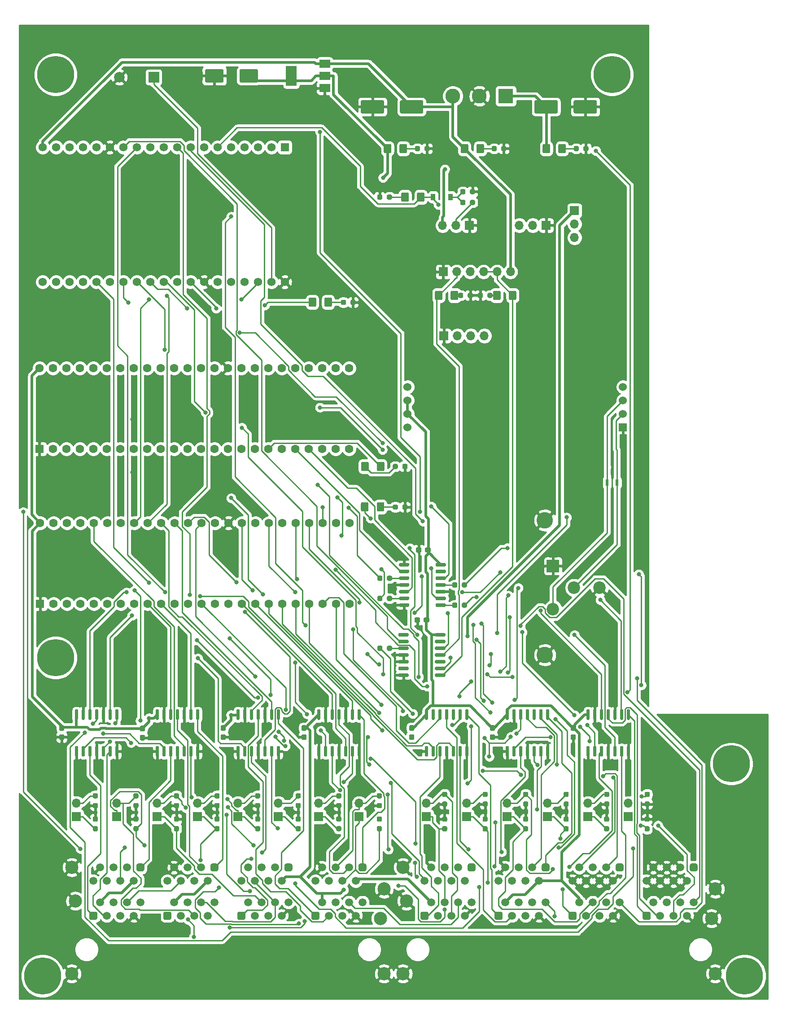
<source format=gtl>
%TF.GenerationSoftware,KiCad,Pcbnew,(5.1.9-0-10_14)*%
%TF.CreationDate,2021-08-05T14:32:20+02:00*%
%TF.ProjectId,MechanicalTheatre,4d656368-616e-4696-9361-6c5468656174,rev?*%
%TF.SameCoordinates,Original*%
%TF.FileFunction,Copper,L1,Top*%
%TF.FilePolarity,Positive*%
%FSLAX46Y46*%
G04 Gerber Fmt 4.6, Leading zero omitted, Abs format (unit mm)*
G04 Created by KiCad (PCBNEW (5.1.9-0-10_14)) date 2021-08-05 14:32:20*
%MOMM*%
%LPD*%
G01*
G04 APERTURE LIST*
%TA.AperFunction,ComponentPad*%
%ADD10C,2.000000*%
%TD*%
%TA.AperFunction,ComponentPad*%
%ADD11R,2.000000X2.000000*%
%TD*%
%TA.AperFunction,ConnectorPad*%
%ADD12C,7.000000*%
%TD*%
%TA.AperFunction,ComponentPad*%
%ADD13C,3.900000*%
%TD*%
%TA.AperFunction,SMDPad,CuDef*%
%ADD14R,2.000000X1.500000*%
%TD*%
%TA.AperFunction,SMDPad,CuDef*%
%ADD15R,2.000000X3.800000*%
%TD*%
%TA.AperFunction,ComponentPad*%
%ADD16O,1.700000X1.700000*%
%TD*%
%TA.AperFunction,ComponentPad*%
%ADD17R,1.700000X1.700000*%
%TD*%
%TA.AperFunction,ComponentPad*%
%ADD18C,2.500000*%
%TD*%
%TA.AperFunction,ComponentPad*%
%ADD19C,1.500000*%
%TD*%
%TA.AperFunction,ComponentPad*%
%ADD20C,3.098800*%
%TD*%
%TA.AperFunction,ComponentPad*%
%ADD21C,2.362200*%
%TD*%
%TA.AperFunction,ComponentPad*%
%ADD22R,2.362200X2.362200*%
%TD*%
%TA.AperFunction,SMDPad,CuDef*%
%ADD23R,0.900000X1.200000*%
%TD*%
%TA.AperFunction,SMDPad,CuDef*%
%ADD24R,0.600000X1.300000*%
%TD*%
%TA.AperFunction,ComponentPad*%
%ADD25C,1.524000*%
%TD*%
%TA.AperFunction,ComponentPad*%
%ADD26R,1.524000X1.524000*%
%TD*%
%TA.AperFunction,ComponentPad*%
%ADD27C,1.600000*%
%TD*%
%TA.AperFunction,ComponentPad*%
%ADD28R,1.600000X1.600000*%
%TD*%
%TA.AperFunction,ComponentPad*%
%ADD29C,1.560000*%
%TD*%
%TA.AperFunction,ComponentPad*%
%ADD30R,1.560000X1.560000*%
%TD*%
%TA.AperFunction,ComponentPad*%
%ADD31C,2.800000*%
%TD*%
%TA.AperFunction,ComponentPad*%
%ADD32R,2.800000X2.800000*%
%TD*%
%TA.AperFunction,ViaPad*%
%ADD33C,0.800000*%
%TD*%
%TA.AperFunction,Conductor*%
%ADD34C,0.250000*%
%TD*%
%TA.AperFunction,Conductor*%
%ADD35C,0.500000*%
%TD*%
%TA.AperFunction,Conductor*%
%ADD36C,0.254000*%
%TD*%
%TA.AperFunction,Conductor*%
%ADD37C,0.100000*%
%TD*%
G04 APERTURE END LIST*
D10*
%TO.P,BZ2,2*%
%TO.N,GND*%
X49500000Y-50502000D03*
D11*
%TO.P,BZ2,1*%
%TO.N,Net-(BZ2-Pad1)*%
X56000000Y-50502000D03*
%TD*%
%TO.P,D11,2*%
%TO.N,/PROX_SENSOR*%
%TA.AperFunction,SMDPad,CuDef*%
G36*
G01*
X105677000Y-73733000D02*
X105677000Y-72483000D01*
G75*
G02*
X105927000Y-72233000I250000J0D01*
G01*
X106852000Y-72233000D01*
G75*
G02*
X107102000Y-72483000I0J-250000D01*
G01*
X107102000Y-73733000D01*
G75*
G02*
X106852000Y-73983000I-250000J0D01*
G01*
X105927000Y-73983000D01*
G75*
G02*
X105677000Y-73733000I0J250000D01*
G01*
G37*
%TD.AperFunction*%
%TO.P,D11,1*%
%TO.N,Net-(D11-Pad1)*%
%TA.AperFunction,SMDPad,CuDef*%
G36*
G01*
X102702000Y-73733000D02*
X102702000Y-72483000D01*
G75*
G02*
X102952000Y-72233000I250000J0D01*
G01*
X103877000Y-72233000D01*
G75*
G02*
X104127000Y-72483000I0J-250000D01*
G01*
X104127000Y-73733000D01*
G75*
G02*
X103877000Y-73983000I-250000J0D01*
G01*
X102952000Y-73983000D01*
G75*
G02*
X102702000Y-73733000I0J250000D01*
G01*
G37*
%TD.AperFunction*%
%TD*%
%TO.P,D10,2*%
%TO.N,Net-(D10-Pad2)*%
%TA.AperFunction,SMDPad,CuDef*%
G36*
G01*
X98110500Y-124533000D02*
X98110500Y-123283000D01*
G75*
G02*
X98360500Y-123033000I250000J0D01*
G01*
X99285500Y-123033000D01*
G75*
G02*
X99535500Y-123283000I0J-250000D01*
G01*
X99535500Y-124533000D01*
G75*
G02*
X99285500Y-124783000I-250000J0D01*
G01*
X98360500Y-124783000D01*
G75*
G02*
X98110500Y-124533000I0J250000D01*
G01*
G37*
%TD.AperFunction*%
%TO.P,D10,1*%
%TO.N,Net-(D10-Pad1)*%
%TA.AperFunction,SMDPad,CuDef*%
G36*
G01*
X95135500Y-124533000D02*
X95135500Y-123283000D01*
G75*
G02*
X95385500Y-123033000I250000J0D01*
G01*
X96310500Y-123033000D01*
G75*
G02*
X96560500Y-123283000I0J-250000D01*
G01*
X96560500Y-124533000D01*
G75*
G02*
X96310500Y-124783000I-250000J0D01*
G01*
X95385500Y-124783000D01*
G75*
G02*
X95135500Y-124533000I0J250000D01*
G01*
G37*
%TD.AperFunction*%
%TD*%
%TO.P,D8,2*%
%TO.N,+3V3*%
%TA.AperFunction,SMDPad,CuDef*%
G36*
G01*
X100827000Y-63339000D02*
X100827000Y-64589000D01*
G75*
G02*
X100577000Y-64839000I-250000J0D01*
G01*
X99652000Y-64839000D01*
G75*
G02*
X99402000Y-64589000I0J250000D01*
G01*
X99402000Y-63339000D01*
G75*
G02*
X99652000Y-63089000I250000J0D01*
G01*
X100577000Y-63089000D01*
G75*
G02*
X100827000Y-63339000I0J-250000D01*
G01*
G37*
%TD.AperFunction*%
%TO.P,D8,1*%
%TO.N,Net-(D8-Pad1)*%
%TA.AperFunction,SMDPad,CuDef*%
G36*
G01*
X103802000Y-63339000D02*
X103802000Y-64589000D01*
G75*
G02*
X103552000Y-64839000I-250000J0D01*
G01*
X102627000Y-64839000D01*
G75*
G02*
X102377000Y-64589000I0J250000D01*
G01*
X102377000Y-63339000D01*
G75*
G02*
X102627000Y-63089000I250000J0D01*
G01*
X103552000Y-63089000D01*
G75*
G02*
X103802000Y-63339000I0J-250000D01*
G01*
G37*
%TD.AperFunction*%
%TD*%
%TO.P,D6,2*%
%TO.N,+24V*%
%TA.AperFunction,SMDPad,CuDef*%
G36*
G01*
X130799000Y-63339000D02*
X130799000Y-64589000D01*
G75*
G02*
X130549000Y-64839000I-250000J0D01*
G01*
X129624000Y-64839000D01*
G75*
G02*
X129374000Y-64589000I0J250000D01*
G01*
X129374000Y-63339000D01*
G75*
G02*
X129624000Y-63089000I250000J0D01*
G01*
X130549000Y-63089000D01*
G75*
G02*
X130799000Y-63339000I0J-250000D01*
G01*
G37*
%TD.AperFunction*%
%TO.P,D6,1*%
%TO.N,Net-(D6-Pad1)*%
%TA.AperFunction,SMDPad,CuDef*%
G36*
G01*
X133774000Y-63339000D02*
X133774000Y-64589000D01*
G75*
G02*
X133524000Y-64839000I-250000J0D01*
G01*
X132599000Y-64839000D01*
G75*
G02*
X132349000Y-64589000I0J250000D01*
G01*
X132349000Y-63339000D01*
G75*
G02*
X132599000Y-63089000I250000J0D01*
G01*
X133524000Y-63089000D01*
G75*
G02*
X133774000Y-63339000I0J-250000D01*
G01*
G37*
%TD.AperFunction*%
%TD*%
%TO.P,D5,2*%
%TO.N,+5V*%
%TA.AperFunction,SMDPad,CuDef*%
G36*
G01*
X115357000Y-63339000D02*
X115357000Y-64589000D01*
G75*
G02*
X115107000Y-64839000I-250000J0D01*
G01*
X114182000Y-64839000D01*
G75*
G02*
X113932000Y-64589000I0J250000D01*
G01*
X113932000Y-63339000D01*
G75*
G02*
X114182000Y-63089000I250000J0D01*
G01*
X115107000Y-63089000D01*
G75*
G02*
X115357000Y-63339000I0J-250000D01*
G01*
G37*
%TD.AperFunction*%
%TO.P,D5,1*%
%TO.N,Net-(D5-Pad1)*%
%TA.AperFunction,SMDPad,CuDef*%
G36*
G01*
X118332000Y-63339000D02*
X118332000Y-64589000D01*
G75*
G02*
X118082000Y-64839000I-250000J0D01*
G01*
X117157000Y-64839000D01*
G75*
G02*
X116907000Y-64589000I0J250000D01*
G01*
X116907000Y-63339000D01*
G75*
G02*
X117157000Y-63089000I250000J0D01*
G01*
X118082000Y-63089000D01*
G75*
G02*
X118332000Y-63339000I0J-250000D01*
G01*
G37*
%TD.AperFunction*%
%TD*%
%TO.P,D4,2*%
%TO.N,Net-(D4-Pad2)*%
%TA.AperFunction,SMDPad,CuDef*%
G36*
G01*
X110479000Y-91025000D02*
X110479000Y-92275000D01*
G75*
G02*
X110229000Y-92525000I-250000J0D01*
G01*
X109304000Y-92525000D01*
G75*
G02*
X109054000Y-92275000I0J250000D01*
G01*
X109054000Y-91025000D01*
G75*
G02*
X109304000Y-90775000I250000J0D01*
G01*
X110229000Y-90775000D01*
G75*
G02*
X110479000Y-91025000I0J-250000D01*
G01*
G37*
%TD.AperFunction*%
%TO.P,D4,1*%
%TO.N,Net-(D4-Pad1)*%
%TA.AperFunction,SMDPad,CuDef*%
G36*
G01*
X113454000Y-91025000D02*
X113454000Y-92275000D01*
G75*
G02*
X113204000Y-92525000I-250000J0D01*
G01*
X112279000Y-92525000D01*
G75*
G02*
X112029000Y-92275000I0J250000D01*
G01*
X112029000Y-91025000D01*
G75*
G02*
X112279000Y-90775000I250000J0D01*
G01*
X113204000Y-90775000D01*
G75*
G02*
X113454000Y-91025000I0J-250000D01*
G01*
G37*
%TD.AperFunction*%
%TD*%
%TO.P,D3,2*%
%TO.N,Net-(D3-Pad2)*%
%TA.AperFunction,SMDPad,CuDef*%
G36*
G01*
X123003000Y-92275000D02*
X123003000Y-91025000D01*
G75*
G02*
X123253000Y-90775000I250000J0D01*
G01*
X124178000Y-90775000D01*
G75*
G02*
X124428000Y-91025000I0J-250000D01*
G01*
X124428000Y-92275000D01*
G75*
G02*
X124178000Y-92525000I-250000J0D01*
G01*
X123253000Y-92525000D01*
G75*
G02*
X123003000Y-92275000I0J250000D01*
G01*
G37*
%TD.AperFunction*%
%TO.P,D3,1*%
%TO.N,Net-(D3-Pad1)*%
%TA.AperFunction,SMDPad,CuDef*%
G36*
G01*
X120028000Y-92275000D02*
X120028000Y-91025000D01*
G75*
G02*
X120278000Y-90775000I250000J0D01*
G01*
X121203000Y-90775000D01*
G75*
G02*
X121453000Y-91025000I0J-250000D01*
G01*
X121453000Y-92275000D01*
G75*
G02*
X121203000Y-92525000I-250000J0D01*
G01*
X120278000Y-92525000D01*
G75*
G02*
X120028000Y-92275000I0J250000D01*
G01*
G37*
%TD.AperFunction*%
%TD*%
%TO.P,D2,2*%
%TO.N,Net-(D2-Pad2)*%
%TA.AperFunction,SMDPad,CuDef*%
G36*
G01*
X86654500Y-92295000D02*
X86654500Y-93545000D01*
G75*
G02*
X86404500Y-93795000I-250000J0D01*
G01*
X85479500Y-93795000D01*
G75*
G02*
X85229500Y-93545000I0J250000D01*
G01*
X85229500Y-92295000D01*
G75*
G02*
X85479500Y-92045000I250000J0D01*
G01*
X86404500Y-92045000D01*
G75*
G02*
X86654500Y-92295000I0J-250000D01*
G01*
G37*
%TD.AperFunction*%
%TO.P,D2,1*%
%TO.N,Net-(D2-Pad1)*%
%TA.AperFunction,SMDPad,CuDef*%
G36*
G01*
X89629500Y-92295000D02*
X89629500Y-93545000D01*
G75*
G02*
X89379500Y-93795000I-250000J0D01*
G01*
X88454500Y-93795000D01*
G75*
G02*
X88204500Y-93545000I0J250000D01*
G01*
X88204500Y-92295000D01*
G75*
G02*
X88454500Y-92045000I250000J0D01*
G01*
X89379500Y-92045000D01*
G75*
G02*
X89629500Y-92295000I0J-250000D01*
G01*
G37*
%TD.AperFunction*%
%TD*%
%TO.P,D1,2*%
%TO.N,Net-(D1-Pad2)*%
%TA.AperFunction,SMDPad,CuDef*%
G36*
G01*
X96535000Y-130903000D02*
X96535000Y-132153000D01*
G75*
G02*
X96285000Y-132403000I-250000J0D01*
G01*
X95360000Y-132403000D01*
G75*
G02*
X95110000Y-132153000I0J250000D01*
G01*
X95110000Y-130903000D01*
G75*
G02*
X95360000Y-130653000I250000J0D01*
G01*
X96285000Y-130653000D01*
G75*
G02*
X96535000Y-130903000I0J-250000D01*
G01*
G37*
%TD.AperFunction*%
%TO.P,D1,1*%
%TO.N,Net-(D1-Pad1)*%
%TA.AperFunction,SMDPad,CuDef*%
G36*
G01*
X99510000Y-130903000D02*
X99510000Y-132153000D01*
G75*
G02*
X99260000Y-132403000I-250000J0D01*
G01*
X98335000Y-132403000D01*
G75*
G02*
X98085000Y-132153000I0J250000D01*
G01*
X98085000Y-130903000D01*
G75*
G02*
X98335000Y-130653000I250000J0D01*
G01*
X99260000Y-130653000D01*
G75*
G02*
X99510000Y-130903000I0J-250000D01*
G01*
G37*
%TD.AperFunction*%
%TD*%
D12*
%TO.P,mh2,1*%
%TO.N,N/C*%
X142500000Y-50000000D03*
D13*
X142500000Y-50000000D03*
%TD*%
D12*
%TO.P,mh1,1*%
%TO.N,N/C*%
X37500000Y-50000000D03*
D13*
X37500000Y-50000000D03*
%TD*%
D12*
%TO.P,mh3,1*%
%TO.N,N/C*%
X37500000Y-160000000D03*
D13*
X37500000Y-160000000D03*
%TD*%
D12*
%TO.P,mh4,1*%
%TO.N,N/C*%
X165000000Y-180000000D03*
D13*
X165000000Y-180000000D03*
%TD*%
D12*
%TO.P,mh6,1*%
%TO.N,N/C*%
X167500000Y-220000000D03*
D13*
X167500000Y-220000000D03*
%TD*%
D12*
%TO.P,mh5,1*%
%TO.N,N/C*%
X35000000Y-220000000D03*
D13*
X35000000Y-220000000D03*
%TD*%
%TO.P,R78,2*%
%TO.N,Net-(D11-Pad1)*%
%TA.AperFunction,SMDPad,CuDef*%
G36*
G01*
X99993000Y-73345500D02*
X99993000Y-72870500D01*
G75*
G02*
X100230500Y-72633000I237500J0D01*
G01*
X100730500Y-72633000D01*
G75*
G02*
X100968000Y-72870500I0J-237500D01*
G01*
X100968000Y-73345500D01*
G75*
G02*
X100730500Y-73583000I-237500J0D01*
G01*
X100230500Y-73583000D01*
G75*
G02*
X99993000Y-73345500I0J237500D01*
G01*
G37*
%TD.AperFunction*%
%TO.P,R78,1*%
%TO.N,GND*%
%TA.AperFunction,SMDPad,CuDef*%
G36*
G01*
X98168000Y-73345500D02*
X98168000Y-72870500D01*
G75*
G02*
X98405500Y-72633000I237500J0D01*
G01*
X98905500Y-72633000D01*
G75*
G02*
X99143000Y-72870500I0J-237500D01*
G01*
X99143000Y-73345500D01*
G75*
G02*
X98905500Y-73583000I-237500J0D01*
G01*
X98405500Y-73583000D01*
G75*
G02*
X98168000Y-73345500I0J237500D01*
G01*
G37*
%TD.AperFunction*%
%TD*%
%TO.P,R77,2*%
%TO.N,Net-(D10-Pad1)*%
%TA.AperFunction,SMDPad,CuDef*%
G36*
G01*
X102075000Y-123670500D02*
X102075000Y-124145500D01*
G75*
G02*
X101837500Y-124383000I-237500J0D01*
G01*
X101337500Y-124383000D01*
G75*
G02*
X101100000Y-124145500I0J237500D01*
G01*
X101100000Y-123670500D01*
G75*
G02*
X101337500Y-123433000I237500J0D01*
G01*
X101837500Y-123433000D01*
G75*
G02*
X102075000Y-123670500I0J-237500D01*
G01*
G37*
%TD.AperFunction*%
%TO.P,R77,1*%
%TO.N,GND*%
%TA.AperFunction,SMDPad,CuDef*%
G36*
G01*
X103900000Y-123670500D02*
X103900000Y-124145500D01*
G75*
G02*
X103662500Y-124383000I-237500J0D01*
G01*
X103162500Y-124383000D01*
G75*
G02*
X102925000Y-124145500I0J237500D01*
G01*
X102925000Y-123670500D01*
G75*
G02*
X103162500Y-123433000I237500J0D01*
G01*
X103662500Y-123433000D01*
G75*
G02*
X103900000Y-123670500I0J-237500D01*
G01*
G37*
%TD.AperFunction*%
%TD*%
%TO.P,C4,2*%
%TO.N,GND*%
%TA.AperFunction,SMDPad,CuDef*%
G36*
G01*
X135242000Y-57090000D02*
X135242000Y-55090000D01*
G75*
G02*
X135492000Y-54840000I250000J0D01*
G01*
X139392000Y-54840000D01*
G75*
G02*
X139642000Y-55090000I0J-250000D01*
G01*
X139642000Y-57090000D01*
G75*
G02*
X139392000Y-57340000I-250000J0D01*
G01*
X135492000Y-57340000D01*
G75*
G02*
X135242000Y-57090000I0J250000D01*
G01*
G37*
%TD.AperFunction*%
%TO.P,C4,1*%
%TO.N,+24V*%
%TA.AperFunction,SMDPad,CuDef*%
G36*
G01*
X127842000Y-57090000D02*
X127842000Y-55090000D01*
G75*
G02*
X128092000Y-54840000I250000J0D01*
G01*
X131992000Y-54840000D01*
G75*
G02*
X132242000Y-55090000I0J-250000D01*
G01*
X132242000Y-57090000D01*
G75*
G02*
X131992000Y-57340000I-250000J0D01*
G01*
X128092000Y-57340000D01*
G75*
G02*
X127842000Y-57090000I0J250000D01*
G01*
G37*
%TD.AperFunction*%
%TD*%
%TO.P,C1,2*%
%TO.N,GND*%
%TA.AperFunction,SMDPad,CuDef*%
G36*
G01*
X99476000Y-55090000D02*
X99476000Y-57090000D01*
G75*
G02*
X99226000Y-57340000I-250000J0D01*
G01*
X95326000Y-57340000D01*
G75*
G02*
X95076000Y-57090000I0J250000D01*
G01*
X95076000Y-55090000D01*
G75*
G02*
X95326000Y-54840000I250000J0D01*
G01*
X99226000Y-54840000D01*
G75*
G02*
X99476000Y-55090000I0J-250000D01*
G01*
G37*
%TD.AperFunction*%
%TO.P,C1,1*%
%TO.N,+5V*%
%TA.AperFunction,SMDPad,CuDef*%
G36*
G01*
X106876000Y-55090000D02*
X106876000Y-57090000D01*
G75*
G02*
X106626000Y-57340000I-250000J0D01*
G01*
X102726000Y-57340000D01*
G75*
G02*
X102476000Y-57090000I0J250000D01*
G01*
X102476000Y-55090000D01*
G75*
G02*
X102726000Y-54840000I250000J0D01*
G01*
X106626000Y-54840000D01*
G75*
G02*
X106876000Y-55090000I0J-250000D01*
G01*
G37*
%TD.AperFunction*%
%TD*%
D14*
%TO.P,U16,1*%
%TO.N,GND*%
X88268000Y-52548000D03*
%TO.P,U16,3*%
%TO.N,+5V*%
X88268000Y-47948000D03*
%TO.P,U16,2*%
%TO.N,+3V3*%
X88268000Y-50248000D03*
D15*
X81968000Y-50248000D03*
%TD*%
%TO.P,U3,14*%
%TO.N,+5V*%
%TA.AperFunction,SMDPad,CuDef*%
G36*
G01*
X109183000Y-142600000D02*
X109183000Y-142300000D01*
G75*
G02*
X109333000Y-142150000I150000J0D01*
G01*
X111008000Y-142150000D01*
G75*
G02*
X111158000Y-142300000I0J-150000D01*
G01*
X111158000Y-142600000D01*
G75*
G02*
X111008000Y-142750000I-150000J0D01*
G01*
X109333000Y-142750000D01*
G75*
G02*
X109183000Y-142600000I0J150000D01*
G01*
G37*
%TD.AperFunction*%
%TO.P,U3,13*%
%TO.N,GND*%
%TA.AperFunction,SMDPad,CuDef*%
G36*
G01*
X109183000Y-143870000D02*
X109183000Y-143570000D01*
G75*
G02*
X109333000Y-143420000I150000J0D01*
G01*
X111008000Y-143420000D01*
G75*
G02*
X111158000Y-143570000I0J-150000D01*
G01*
X111158000Y-143870000D01*
G75*
G02*
X111008000Y-144020000I-150000J0D01*
G01*
X109333000Y-144020000D01*
G75*
G02*
X109183000Y-143870000I0J150000D01*
G01*
G37*
%TD.AperFunction*%
%TO.P,U3,12*%
%TO.N,/WS2812B_Line_4*%
%TA.AperFunction,SMDPad,CuDef*%
G36*
G01*
X109183000Y-145140000D02*
X109183000Y-144840000D01*
G75*
G02*
X109333000Y-144690000I150000J0D01*
G01*
X111008000Y-144690000D01*
G75*
G02*
X111158000Y-144840000I0J-150000D01*
G01*
X111158000Y-145140000D01*
G75*
G02*
X111008000Y-145290000I-150000J0D01*
G01*
X109333000Y-145290000D01*
G75*
G02*
X109183000Y-145140000I0J150000D01*
G01*
G37*
%TD.AperFunction*%
%TO.P,U3,11*%
%TO.N,Net-(R11-Pad2)*%
%TA.AperFunction,SMDPad,CuDef*%
G36*
G01*
X109183000Y-146410000D02*
X109183000Y-146110000D01*
G75*
G02*
X109333000Y-145960000I150000J0D01*
G01*
X111008000Y-145960000D01*
G75*
G02*
X111158000Y-146110000I0J-150000D01*
G01*
X111158000Y-146410000D01*
G75*
G02*
X111008000Y-146560000I-150000J0D01*
G01*
X109333000Y-146560000D01*
G75*
G02*
X109183000Y-146410000I0J150000D01*
G01*
G37*
%TD.AperFunction*%
%TO.P,U3,10*%
%TO.N,GND*%
%TA.AperFunction,SMDPad,CuDef*%
G36*
G01*
X109183000Y-147680000D02*
X109183000Y-147380000D01*
G75*
G02*
X109333000Y-147230000I150000J0D01*
G01*
X111008000Y-147230000D01*
G75*
G02*
X111158000Y-147380000I0J-150000D01*
G01*
X111158000Y-147680000D01*
G75*
G02*
X111008000Y-147830000I-150000J0D01*
G01*
X109333000Y-147830000D01*
G75*
G02*
X109183000Y-147680000I0J150000D01*
G01*
G37*
%TD.AperFunction*%
%TO.P,U3,9*%
%TO.N,/WS2812B_Line_3*%
%TA.AperFunction,SMDPad,CuDef*%
G36*
G01*
X109183000Y-148950000D02*
X109183000Y-148650000D01*
G75*
G02*
X109333000Y-148500000I150000J0D01*
G01*
X111008000Y-148500000D01*
G75*
G02*
X111158000Y-148650000I0J-150000D01*
G01*
X111158000Y-148950000D01*
G75*
G02*
X111008000Y-149100000I-150000J0D01*
G01*
X109333000Y-149100000D01*
G75*
G02*
X109183000Y-148950000I0J150000D01*
G01*
G37*
%TD.AperFunction*%
%TO.P,U3,8*%
%TO.N,Net-(R10-Pad2)*%
%TA.AperFunction,SMDPad,CuDef*%
G36*
G01*
X109183000Y-150220000D02*
X109183000Y-149920000D01*
G75*
G02*
X109333000Y-149770000I150000J0D01*
G01*
X111008000Y-149770000D01*
G75*
G02*
X111158000Y-149920000I0J-150000D01*
G01*
X111158000Y-150220000D01*
G75*
G02*
X111008000Y-150370000I-150000J0D01*
G01*
X109333000Y-150370000D01*
G75*
G02*
X109183000Y-150220000I0J150000D01*
G01*
G37*
%TD.AperFunction*%
%TO.P,U3,7*%
%TO.N,GND*%
%TA.AperFunction,SMDPad,CuDef*%
G36*
G01*
X102258000Y-150220000D02*
X102258000Y-149920000D01*
G75*
G02*
X102408000Y-149770000I150000J0D01*
G01*
X104083000Y-149770000D01*
G75*
G02*
X104233000Y-149920000I0J-150000D01*
G01*
X104233000Y-150220000D01*
G75*
G02*
X104083000Y-150370000I-150000J0D01*
G01*
X102408000Y-150370000D01*
G75*
G02*
X102258000Y-150220000I0J150000D01*
G01*
G37*
%TD.AperFunction*%
%TO.P,U3,6*%
%TO.N,Net-(R9-Pad2)*%
%TA.AperFunction,SMDPad,CuDef*%
G36*
G01*
X102258000Y-148950000D02*
X102258000Y-148650000D01*
G75*
G02*
X102408000Y-148500000I150000J0D01*
G01*
X104083000Y-148500000D01*
G75*
G02*
X104233000Y-148650000I0J-150000D01*
G01*
X104233000Y-148950000D01*
G75*
G02*
X104083000Y-149100000I-150000J0D01*
G01*
X102408000Y-149100000D01*
G75*
G02*
X102258000Y-148950000I0J150000D01*
G01*
G37*
%TD.AperFunction*%
%TO.P,U3,5*%
%TO.N,/WS2812B_Line_2*%
%TA.AperFunction,SMDPad,CuDef*%
G36*
G01*
X102258000Y-147680000D02*
X102258000Y-147380000D01*
G75*
G02*
X102408000Y-147230000I150000J0D01*
G01*
X104083000Y-147230000D01*
G75*
G02*
X104233000Y-147380000I0J-150000D01*
G01*
X104233000Y-147680000D01*
G75*
G02*
X104083000Y-147830000I-150000J0D01*
G01*
X102408000Y-147830000D01*
G75*
G02*
X102258000Y-147680000I0J150000D01*
G01*
G37*
%TD.AperFunction*%
%TO.P,U3,4*%
%TO.N,GND*%
%TA.AperFunction,SMDPad,CuDef*%
G36*
G01*
X102258000Y-146410000D02*
X102258000Y-146110000D01*
G75*
G02*
X102408000Y-145960000I150000J0D01*
G01*
X104083000Y-145960000D01*
G75*
G02*
X104233000Y-146110000I0J-150000D01*
G01*
X104233000Y-146410000D01*
G75*
G02*
X104083000Y-146560000I-150000J0D01*
G01*
X102408000Y-146560000D01*
G75*
G02*
X102258000Y-146410000I0J150000D01*
G01*
G37*
%TD.AperFunction*%
%TO.P,U3,3*%
%TO.N,Net-(R7-Pad2)*%
%TA.AperFunction,SMDPad,CuDef*%
G36*
G01*
X102258000Y-145140000D02*
X102258000Y-144840000D01*
G75*
G02*
X102408000Y-144690000I150000J0D01*
G01*
X104083000Y-144690000D01*
G75*
G02*
X104233000Y-144840000I0J-150000D01*
G01*
X104233000Y-145140000D01*
G75*
G02*
X104083000Y-145290000I-150000J0D01*
G01*
X102408000Y-145290000D01*
G75*
G02*
X102258000Y-145140000I0J150000D01*
G01*
G37*
%TD.AperFunction*%
%TO.P,U3,2*%
%TO.N,/WS2812B_Line_1*%
%TA.AperFunction,SMDPad,CuDef*%
G36*
G01*
X102258000Y-143870000D02*
X102258000Y-143570000D01*
G75*
G02*
X102408000Y-143420000I150000J0D01*
G01*
X104083000Y-143420000D01*
G75*
G02*
X104233000Y-143570000I0J-150000D01*
G01*
X104233000Y-143870000D01*
G75*
G02*
X104083000Y-144020000I-150000J0D01*
G01*
X102408000Y-144020000D01*
G75*
G02*
X102258000Y-143870000I0J150000D01*
G01*
G37*
%TD.AperFunction*%
%TO.P,U3,1*%
%TO.N,GND*%
%TA.AperFunction,SMDPad,CuDef*%
G36*
G01*
X102258000Y-142600000D02*
X102258000Y-142300000D01*
G75*
G02*
X102408000Y-142150000I150000J0D01*
G01*
X104083000Y-142150000D01*
G75*
G02*
X104233000Y-142300000I0J-150000D01*
G01*
X104233000Y-142600000D01*
G75*
G02*
X104083000Y-142750000I-150000J0D01*
G01*
X102408000Y-142750000D01*
G75*
G02*
X102258000Y-142600000I0J150000D01*
G01*
G37*
%TD.AperFunction*%
%TD*%
%TO.P,R76,2*%
%TO.N,Net-(J9-Pad2)*%
%TA.AperFunction,SMDPad,CuDef*%
G36*
G01*
X115665000Y-74361500D02*
X115665000Y-73886500D01*
G75*
G02*
X115902500Y-73649000I237500J0D01*
G01*
X116402500Y-73649000D01*
G75*
G02*
X116640000Y-73886500I0J-237500D01*
G01*
X116640000Y-74361500D01*
G75*
G02*
X116402500Y-74599000I-237500J0D01*
G01*
X115902500Y-74599000D01*
G75*
G02*
X115665000Y-74361500I0J237500D01*
G01*
G37*
%TD.AperFunction*%
%TO.P,R76,1*%
%TO.N,Net-(D9-Pad2)*%
%TA.AperFunction,SMDPad,CuDef*%
G36*
G01*
X113840000Y-74361500D02*
X113840000Y-73886500D01*
G75*
G02*
X114077500Y-73649000I237500J0D01*
G01*
X114577500Y-73649000D01*
G75*
G02*
X114815000Y-73886500I0J-237500D01*
G01*
X114815000Y-74361500D01*
G75*
G02*
X114577500Y-74599000I-237500J0D01*
G01*
X114077500Y-74599000D01*
G75*
G02*
X113840000Y-74361500I0J237500D01*
G01*
G37*
%TD.AperFunction*%
%TD*%
%TO.P,R75,2*%
%TO.N,Net-(D9-Pad2)*%
%TA.AperFunction,SMDPad,CuDef*%
G36*
G01*
X114815000Y-71854500D02*
X114815000Y-72329500D01*
G75*
G02*
X114577500Y-72567000I-237500J0D01*
G01*
X114077500Y-72567000D01*
G75*
G02*
X113840000Y-72329500I0J237500D01*
G01*
X113840000Y-71854500D01*
G75*
G02*
X114077500Y-71617000I237500J0D01*
G01*
X114577500Y-71617000D01*
G75*
G02*
X114815000Y-71854500I0J-237500D01*
G01*
G37*
%TD.AperFunction*%
%TO.P,R75,1*%
%TO.N,GND*%
%TA.AperFunction,SMDPad,CuDef*%
G36*
G01*
X116640000Y-71854500D02*
X116640000Y-72329500D01*
G75*
G02*
X116402500Y-72567000I-237500J0D01*
G01*
X115902500Y-72567000D01*
G75*
G02*
X115665000Y-72329500I0J237500D01*
G01*
X115665000Y-71854500D01*
G75*
G02*
X115902500Y-71617000I237500J0D01*
G01*
X116402500Y-71617000D01*
G75*
G02*
X116640000Y-71854500I0J-237500D01*
G01*
G37*
%TD.AperFunction*%
%TD*%
%TO.P,R70,2*%
%TO.N,GND*%
%TA.AperFunction,SMDPad,CuDef*%
G36*
G01*
X107105000Y-64201500D02*
X107105000Y-63726500D01*
G75*
G02*
X107342500Y-63489000I237500J0D01*
G01*
X107842500Y-63489000D01*
G75*
G02*
X108080000Y-63726500I0J-237500D01*
G01*
X108080000Y-64201500D01*
G75*
G02*
X107842500Y-64439000I-237500J0D01*
G01*
X107342500Y-64439000D01*
G75*
G02*
X107105000Y-64201500I0J237500D01*
G01*
G37*
%TD.AperFunction*%
%TO.P,R70,1*%
%TO.N,Net-(D8-Pad1)*%
%TA.AperFunction,SMDPad,CuDef*%
G36*
G01*
X105280000Y-64201500D02*
X105280000Y-63726500D01*
G75*
G02*
X105517500Y-63489000I237500J0D01*
G01*
X106017500Y-63489000D01*
G75*
G02*
X106255000Y-63726500I0J-237500D01*
G01*
X106255000Y-64201500D01*
G75*
G02*
X106017500Y-64439000I-237500J0D01*
G01*
X105517500Y-64439000D01*
G75*
G02*
X105280000Y-64201500I0J237500D01*
G01*
G37*
%TD.AperFunction*%
%TD*%
%TO.P,R69,2*%
%TO.N,Net-(D6-Pad1)*%
%TA.AperFunction,SMDPad,CuDef*%
G36*
G01*
X136227000Y-63726500D02*
X136227000Y-64201500D01*
G75*
G02*
X135989500Y-64439000I-237500J0D01*
G01*
X135489500Y-64439000D01*
G75*
G02*
X135252000Y-64201500I0J237500D01*
G01*
X135252000Y-63726500D01*
G75*
G02*
X135489500Y-63489000I237500J0D01*
G01*
X135989500Y-63489000D01*
G75*
G02*
X136227000Y-63726500I0J-237500D01*
G01*
G37*
%TD.AperFunction*%
%TO.P,R69,1*%
%TO.N,GND*%
%TA.AperFunction,SMDPad,CuDef*%
G36*
G01*
X138052000Y-63726500D02*
X138052000Y-64201500D01*
G75*
G02*
X137814500Y-64439000I-237500J0D01*
G01*
X137314500Y-64439000D01*
G75*
G02*
X137077000Y-64201500I0J237500D01*
G01*
X137077000Y-63726500D01*
G75*
G02*
X137314500Y-63489000I237500J0D01*
G01*
X137814500Y-63489000D01*
G75*
G02*
X138052000Y-63726500I0J-237500D01*
G01*
G37*
%TD.AperFunction*%
%TD*%
%TO.P,R68,2*%
%TO.N,GND*%
%TA.AperFunction,SMDPad,CuDef*%
G36*
G01*
X121583000Y-64201500D02*
X121583000Y-63726500D01*
G75*
G02*
X121820500Y-63489000I237500J0D01*
G01*
X122320500Y-63489000D01*
G75*
G02*
X122558000Y-63726500I0J-237500D01*
G01*
X122558000Y-64201500D01*
G75*
G02*
X122320500Y-64439000I-237500J0D01*
G01*
X121820500Y-64439000D01*
G75*
G02*
X121583000Y-64201500I0J237500D01*
G01*
G37*
%TD.AperFunction*%
%TO.P,R68,1*%
%TO.N,Net-(D5-Pad1)*%
%TA.AperFunction,SMDPad,CuDef*%
G36*
G01*
X119758000Y-64201500D02*
X119758000Y-63726500D01*
G75*
G02*
X119995500Y-63489000I237500J0D01*
G01*
X120495500Y-63489000D01*
G75*
G02*
X120733000Y-63726500I0J-237500D01*
G01*
X120733000Y-64201500D01*
G75*
G02*
X120495500Y-64439000I-237500J0D01*
G01*
X119995500Y-64439000D01*
G75*
G02*
X119758000Y-64201500I0J237500D01*
G01*
G37*
%TD.AperFunction*%
%TD*%
D16*
%TO.P,JP1,3*%
%TO.N,+5V*%
X135410000Y-80728000D03*
%TO.P,JP1,2*%
%TO.N,Net-(J6-Pad3)*%
X135410000Y-78188000D03*
D17*
%TO.P,JP1,1*%
%TO.N,+3V3*%
X135410000Y-75648000D03*
%TD*%
D18*
%TO.P,J12,SH*%
%TO.N,GND*%
X161960000Y-219570000D03*
X103040000Y-219570000D03*
X103040000Y-199540000D03*
X161960000Y-203600000D03*
X103705000Y-205850000D03*
%TO.P,J12,81*%
%TO.N,Net-(J12-Pad81)*%
%TA.AperFunction,ComponentPad*%
G36*
G01*
X157140000Y-199915000D02*
X157140000Y-199165000D01*
G75*
G02*
X157515000Y-198790000I375000J0D01*
G01*
X158265000Y-198790000D01*
G75*
G02*
X158640000Y-199165000I0J-375000D01*
G01*
X158640000Y-199915000D01*
G75*
G02*
X158265000Y-200290000I-375000J0D01*
G01*
X157515000Y-200290000D01*
G75*
G02*
X157140000Y-199915000I0J375000D01*
G01*
G37*
%TD.AperFunction*%
D19*
%TO.P,J12,82*%
%TO.N,GND*%
X156630000Y-202080000D03*
%TO.P,J12,83*%
X155350000Y-199540000D03*
%TO.P,J12,84*%
X154090000Y-202080000D03*
%TO.P,J12,85*%
X152810000Y-199540000D03*
%TO.P,J12,86*%
X151550000Y-202080000D03*
%TO.P,J12,87*%
X150270000Y-199540000D03*
%TO.P,J12,88*%
X149010000Y-202080000D03*
%TO.P,J12,56*%
%TO.N,/GENERAL_END_SWITCH_ESP*%
X109640000Y-202080000D03*
%TO.P,J12,58*%
%TO.N,Net-(J12-Pad58)*%
X107100000Y-202080000D03*
%TO.P,J12,55*%
%TO.N,Net-(J12-Pad55)*%
X110900000Y-199540000D03*
%TO.P,J12,51*%
%TO.N,Net-(J12-Pad51)*%
%TA.AperFunction,ComponentPad*%
G36*
G01*
X115230000Y-199915000D02*
X115230000Y-199165000D01*
G75*
G02*
X115605000Y-198790000I375000J0D01*
G01*
X116355000Y-198790000D01*
G75*
G02*
X116730000Y-199165000I0J-375000D01*
G01*
X116730000Y-199915000D01*
G75*
G02*
X116355000Y-200290000I-375000J0D01*
G01*
X115605000Y-200290000D01*
G75*
G02*
X115230000Y-199915000I0J375000D01*
G01*
G37*
%TD.AperFunction*%
%TO.P,J12,57*%
%TO.N,GND*%
X108360000Y-199540000D03*
%TO.P,J12,54*%
%TO.N,Net-(J12-Pad54)*%
X112180000Y-202080000D03*
%TO.P,J12,53*%
%TO.N,Net-(J12-Pad53)*%
X113440000Y-199540000D03*
%TO.P,J12,52*%
%TO.N,+5V*%
X114720000Y-202080000D03*
%TO.P,J12,67*%
%TO.N,GND*%
X122330000Y-199540000D03*
%TO.P,J12,61*%
%TO.N,Net-(J12-Pad61)*%
%TA.AperFunction,ComponentPad*%
G36*
G01*
X129200000Y-199915000D02*
X129200000Y-199165000D01*
G75*
G02*
X129575000Y-198790000I375000J0D01*
G01*
X130325000Y-198790000D01*
G75*
G02*
X130700000Y-199165000I0J-375000D01*
G01*
X130700000Y-199915000D01*
G75*
G02*
X130325000Y-200290000I-375000J0D01*
G01*
X129575000Y-200290000D01*
G75*
G02*
X129200000Y-199915000I0J375000D01*
G01*
G37*
%TD.AperFunction*%
%TO.P,J12,65*%
%TO.N,Net-(J12-Pad65)*%
X124870000Y-199540000D03*
%TO.P,J12,68*%
%TO.N,Net-(J12-Pad68)*%
X121070000Y-202080000D03*
%TO.P,J12,66*%
%TO.N,/GENERAL_END_SWITCH_ESP*%
X123610000Y-202080000D03*
%TO.P,J12,62*%
%TO.N,+5V*%
X128690000Y-202080000D03*
%TO.P,J12,63*%
%TO.N,Net-(J12-Pad63)*%
X127410000Y-199540000D03*
%TO.P,J12,64*%
%TO.N,Net-(J12-Pad64)*%
X126150000Y-202080000D03*
%TO.P,J12,77*%
%TO.N,Net-(J12-Pad77)*%
X136300000Y-199540000D03*
%TO.P,J12,71*%
%TO.N,Net-(J12-Pad71)*%
%TA.AperFunction,ComponentPad*%
G36*
G01*
X143170000Y-199915000D02*
X143170000Y-199165000D01*
G75*
G02*
X143545000Y-198790000I375000J0D01*
G01*
X144295000Y-198790000D01*
G75*
G02*
X144670000Y-199165000I0J-375000D01*
G01*
X144670000Y-199915000D01*
G75*
G02*
X144295000Y-200290000I-375000J0D01*
G01*
X143545000Y-200290000D01*
G75*
G02*
X143170000Y-199915000I0J375000D01*
G01*
G37*
%TD.AperFunction*%
%TO.P,J12,75*%
%TO.N,Net-(J12-Pad75)*%
X138840000Y-199540000D03*
%TO.P,J12,78*%
%TO.N,GND*%
X135040000Y-202080000D03*
%TO.P,J12,76*%
X137580000Y-202080000D03*
%TO.P,J12,72*%
X142660000Y-202080000D03*
%TO.P,J12,73*%
%TO.N,Net-(J12-Pad73)*%
X141380000Y-199540000D03*
%TO.P,J12,74*%
%TO.N,GND*%
X140120000Y-202080000D03*
%TO.P,J12,35*%
%TO.N,Net-(J12-Pad35)*%
X140120000Y-208650000D03*
%TO.P,J12,36*%
%TO.N,/GENERAL_END_SWITCH_ESP*%
X141380000Y-206110000D03*
%TO.P,J12,37*%
%TO.N,GND*%
X142660000Y-208650000D03*
%TO.P,J12,33*%
%TO.N,Net-(J12-Pad33)*%
X137580000Y-208650000D03*
%TO.P,J12,31*%
%TO.N,Net-(J12-Pad31)*%
%TA.AperFunction,ComponentPad*%
G36*
G01*
X134290000Y-209149500D02*
X134290000Y-208150500D01*
G75*
G02*
X134540500Y-207900000I250500J0D01*
G01*
X135539500Y-207900000D01*
G75*
G02*
X135790000Y-208150500I0J-250500D01*
G01*
X135790000Y-209149500D01*
G75*
G02*
X135539500Y-209400000I-250500J0D01*
G01*
X134540500Y-209400000D01*
G75*
G02*
X134290000Y-209149500I0J250500D01*
G01*
G37*
%TD.AperFunction*%
%TO.P,J12,34*%
%TO.N,Net-(J12-Pad34)*%
X138840000Y-206110000D03*
%TO.P,J12,38*%
%TO.N,Net-(J12-Pad38)*%
X143920000Y-206110000D03*
%TO.P,J12,32*%
%TO.N,+5V*%
X136300000Y-206110000D03*
%TO.P,J12,25*%
%TO.N,Net-(J12-Pad25)*%
X126150000Y-208650000D03*
%TO.P,J12,26*%
%TO.N,/GENERAL_END_SWITCH_TEENSY*%
X127410000Y-206110000D03*
%TO.P,J12,27*%
%TO.N,GND*%
X128690000Y-208650000D03*
%TO.P,J12,23*%
%TO.N,Net-(J12-Pad23)*%
X123610000Y-208650000D03*
%TO.P,J12,21*%
%TO.N,Net-(J12-Pad21)*%
%TA.AperFunction,ComponentPad*%
G36*
G01*
X120320000Y-209149500D02*
X120320000Y-208150500D01*
G75*
G02*
X120570500Y-207900000I250500J0D01*
G01*
X121569500Y-207900000D01*
G75*
G02*
X121820000Y-208150500I0J-250500D01*
G01*
X121820000Y-209149500D01*
G75*
G02*
X121569500Y-209400000I-250500J0D01*
G01*
X120570500Y-209400000D01*
G75*
G02*
X120320000Y-209149500I0J250500D01*
G01*
G37*
%TD.AperFunction*%
%TO.P,J12,24*%
%TO.N,Net-(J12-Pad24)*%
X124870000Y-206110000D03*
%TO.P,J12,28*%
%TO.N,Net-(J12-Pad28)*%
X129950000Y-206110000D03*
%TO.P,J12,22*%
%TO.N,+5V*%
X122330000Y-206110000D03*
%TO.P,J12,12*%
X108360000Y-206110000D03*
%TO.P,J12,18*%
%TO.N,Net-(J12-Pad18)*%
X115980000Y-206110000D03*
%TO.P,J12,14*%
%TO.N,Net-(J12-Pad14)*%
X110900000Y-206110000D03*
%TO.P,J12,11*%
%TO.N,Net-(J12-Pad11)*%
%TA.AperFunction,ComponentPad*%
G36*
G01*
X106350000Y-209149500D02*
X106350000Y-208150500D01*
G75*
G02*
X106600500Y-207900000I250500J0D01*
G01*
X107599500Y-207900000D01*
G75*
G02*
X107850000Y-208150500I0J-250500D01*
G01*
X107850000Y-209149500D01*
G75*
G02*
X107599500Y-209400000I-250500J0D01*
G01*
X106600500Y-209400000D01*
G75*
G02*
X106350000Y-209149500I0J250500D01*
G01*
G37*
%TD.AperFunction*%
%TO.P,J12,13*%
%TO.N,Net-(J12-Pad13)*%
X109640000Y-208650000D03*
%TO.P,J12,17*%
%TO.N,GND*%
X114720000Y-208650000D03*
%TO.P,J12,16*%
%TO.N,/GENERAL_END_SWITCH_TEENSY*%
X113440000Y-206110000D03*
%TO.P,J12,15*%
%TO.N,Net-(J12-Pad15)*%
X112180000Y-208650000D03*
%TO.P,J12,41*%
%TO.N,Net-(J12-Pad41)*%
%TA.AperFunction,ComponentPad*%
G36*
G01*
X148260000Y-209149500D02*
X148260000Y-208150500D01*
G75*
G02*
X148510500Y-207900000I250500J0D01*
G01*
X149509500Y-207900000D01*
G75*
G02*
X149760000Y-208150500I0J-250500D01*
G01*
X149760000Y-209149500D01*
G75*
G02*
X149509500Y-209400000I-250500J0D01*
G01*
X148510500Y-209400000D01*
G75*
G02*
X148260000Y-209149500I0J250500D01*
G01*
G37*
%TD.AperFunction*%
%TO.P,J12,42*%
%TO.N,+5V*%
X150270000Y-206110000D03*
%TO.P,J12,43*%
%TO.N,Net-(J12-Pad43)*%
X151550000Y-208650000D03*
%TO.P,J12,44*%
%TO.N,Net-(J12-Pad44)*%
X152810000Y-206110000D03*
%TO.P,J12,45*%
%TO.N,Net-(J12-Pad45)*%
X154090000Y-208650000D03*
%TO.P,J12,46*%
%TO.N,/GENERAL_END_SWITCH_ESP*%
X155350000Y-206110000D03*
%TO.P,J12,47*%
%TO.N,GND*%
X156630000Y-208650000D03*
%TO.P,J12,48*%
%TO.N,Net-(J12-Pad48)*%
X157890000Y-206110000D03*
D18*
%TO.P,J12,SH*%
%TO.N,GND*%
X161295000Y-209150000D03*
%TD*%
D16*
%TO.P,J6,3*%
%TO.N,Net-(J6-Pad3)*%
X124996000Y-78442000D03*
%TO.P,J6,2*%
%TO.N,/PROX_SENSOR*%
X127536000Y-78442000D03*
D17*
%TO.P,J6,1*%
%TO.N,GND*%
X130076000Y-78442000D03*
%TD*%
D20*
%TO.P,J5,S1*%
%TO.N,GND*%
X129822000Y-159468000D03*
%TO.P,J5,S2*%
X129822000Y-134068000D03*
D21*
%TO.P,J5,G1*%
X140134400Y-146768000D03*
%TO.P,J5,2*%
%TO.N,Net-(A1-Pad2)*%
X131346000Y-150832000D03*
%TO.P,J5,3*%
%TO.N,Net-(A1-Pad3)*%
X135308400Y-146768000D03*
D22*
%TO.P,J5,1*%
%TO.N,GND*%
X131346000Y-142704000D03*
%TD*%
D23*
%TO.P,D9,2*%
%TO.N,Net-(D9-Pad2)*%
X112042000Y-73108000D03*
%TO.P,D9,1*%
%TO.N,/PROX_SENSOR*%
X108742000Y-73108000D03*
%TD*%
D24*
%TO.P,D7,1*%
%TO.N,Net-(A1-Pad2)*%
X141550000Y-126990000D03*
%TO.P,D7,2*%
%TO.N,Net-(A1-Pad3)*%
X143450000Y-126990000D03*
%TO.P,D7,3*%
%TO.N,GND*%
X142500000Y-124890000D03*
%TD*%
%TO.P,C31,2*%
%TO.N,+5V*%
%TA.AperFunction,SMDPad,CuDef*%
G36*
G01*
X120153500Y-173775000D02*
X119678500Y-173775000D01*
G75*
G02*
X119441000Y-173537500I0J237500D01*
G01*
X119441000Y-172937500D01*
G75*
G02*
X119678500Y-172700000I237500J0D01*
G01*
X120153500Y-172700000D01*
G75*
G02*
X120391000Y-172937500I0J-237500D01*
G01*
X120391000Y-173537500D01*
G75*
G02*
X120153500Y-173775000I-237500J0D01*
G01*
G37*
%TD.AperFunction*%
%TO.P,C31,1*%
%TO.N,GND*%
%TA.AperFunction,SMDPad,CuDef*%
G36*
G01*
X120153500Y-175500000D02*
X119678500Y-175500000D01*
G75*
G02*
X119441000Y-175262500I0J237500D01*
G01*
X119441000Y-174662500D01*
G75*
G02*
X119678500Y-174425000I237500J0D01*
G01*
X120153500Y-174425000D01*
G75*
G02*
X120391000Y-174662500I0J-237500D01*
G01*
X120391000Y-175262500D01*
G75*
G02*
X120153500Y-175500000I-237500J0D01*
G01*
G37*
%TD.AperFunction*%
%TD*%
%TO.P,C30,2*%
%TO.N,+5V*%
%TA.AperFunction,SMDPad,CuDef*%
G36*
G01*
X135393500Y-173775000D02*
X134918500Y-173775000D01*
G75*
G02*
X134681000Y-173537500I0J237500D01*
G01*
X134681000Y-172937500D01*
G75*
G02*
X134918500Y-172700000I237500J0D01*
G01*
X135393500Y-172700000D01*
G75*
G02*
X135631000Y-172937500I0J-237500D01*
G01*
X135631000Y-173537500D01*
G75*
G02*
X135393500Y-173775000I-237500J0D01*
G01*
G37*
%TD.AperFunction*%
%TO.P,C30,1*%
%TO.N,GND*%
%TA.AperFunction,SMDPad,CuDef*%
G36*
G01*
X135393500Y-175500000D02*
X134918500Y-175500000D01*
G75*
G02*
X134681000Y-175262500I0J237500D01*
G01*
X134681000Y-174662500D01*
G75*
G02*
X134918500Y-174425000I237500J0D01*
G01*
X135393500Y-174425000D01*
G75*
G02*
X135631000Y-174662500I0J-237500D01*
G01*
X135631000Y-175262500D01*
G75*
G02*
X135393500Y-175500000I-237500J0D01*
G01*
G37*
%TD.AperFunction*%
%TD*%
%TO.P,C29,2*%
%TO.N,+5V*%
%TA.AperFunction,SMDPad,CuDef*%
G36*
G01*
X104913500Y-173775000D02*
X104438500Y-173775000D01*
G75*
G02*
X104201000Y-173537500I0J237500D01*
G01*
X104201000Y-172937500D01*
G75*
G02*
X104438500Y-172700000I237500J0D01*
G01*
X104913500Y-172700000D01*
G75*
G02*
X105151000Y-172937500I0J-237500D01*
G01*
X105151000Y-173537500D01*
G75*
G02*
X104913500Y-173775000I-237500J0D01*
G01*
G37*
%TD.AperFunction*%
%TO.P,C29,1*%
%TO.N,GND*%
%TA.AperFunction,SMDPad,CuDef*%
G36*
G01*
X104913500Y-175500000D02*
X104438500Y-175500000D01*
G75*
G02*
X104201000Y-175262500I0J237500D01*
G01*
X104201000Y-174662500D01*
G75*
G02*
X104438500Y-174425000I237500J0D01*
G01*
X104913500Y-174425000D01*
G75*
G02*
X105151000Y-174662500I0J-237500D01*
G01*
X105151000Y-175262500D01*
G75*
G02*
X104913500Y-175500000I-237500J0D01*
G01*
G37*
%TD.AperFunction*%
%TD*%
%TO.P,C28,2*%
%TO.N,+5V*%
%TA.AperFunction,SMDPad,CuDef*%
G36*
G01*
X84593500Y-173775000D02*
X84118500Y-173775000D01*
G75*
G02*
X83881000Y-173537500I0J237500D01*
G01*
X83881000Y-172937500D01*
G75*
G02*
X84118500Y-172700000I237500J0D01*
G01*
X84593500Y-172700000D01*
G75*
G02*
X84831000Y-172937500I0J-237500D01*
G01*
X84831000Y-173537500D01*
G75*
G02*
X84593500Y-173775000I-237500J0D01*
G01*
G37*
%TD.AperFunction*%
%TO.P,C28,1*%
%TO.N,GND*%
%TA.AperFunction,SMDPad,CuDef*%
G36*
G01*
X84593500Y-175500000D02*
X84118500Y-175500000D01*
G75*
G02*
X83881000Y-175262500I0J237500D01*
G01*
X83881000Y-174662500D01*
G75*
G02*
X84118500Y-174425000I237500J0D01*
G01*
X84593500Y-174425000D01*
G75*
G02*
X84831000Y-174662500I0J-237500D01*
G01*
X84831000Y-175262500D01*
G75*
G02*
X84593500Y-175500000I-237500J0D01*
G01*
G37*
%TD.AperFunction*%
%TD*%
%TO.P,C27,2*%
%TO.N,+5V*%
%TA.AperFunction,SMDPad,CuDef*%
G36*
G01*
X54113500Y-173875000D02*
X53638500Y-173875000D01*
G75*
G02*
X53401000Y-173637500I0J237500D01*
G01*
X53401000Y-173037500D01*
G75*
G02*
X53638500Y-172800000I237500J0D01*
G01*
X54113500Y-172800000D01*
G75*
G02*
X54351000Y-173037500I0J-237500D01*
G01*
X54351000Y-173637500D01*
G75*
G02*
X54113500Y-173875000I-237500J0D01*
G01*
G37*
%TD.AperFunction*%
%TO.P,C27,1*%
%TO.N,GND*%
%TA.AperFunction,SMDPad,CuDef*%
G36*
G01*
X54113500Y-175600000D02*
X53638500Y-175600000D01*
G75*
G02*
X53401000Y-175362500I0J237500D01*
G01*
X53401000Y-174762500D01*
G75*
G02*
X53638500Y-174525000I237500J0D01*
G01*
X54113500Y-174525000D01*
G75*
G02*
X54351000Y-174762500I0J-237500D01*
G01*
X54351000Y-175362500D01*
G75*
G02*
X54113500Y-175600000I-237500J0D01*
G01*
G37*
%TD.AperFunction*%
%TD*%
%TO.P,C26,2*%
%TO.N,+5V*%
%TA.AperFunction,SMDPad,CuDef*%
G36*
G01*
X69353500Y-173775000D02*
X68878500Y-173775000D01*
G75*
G02*
X68641000Y-173537500I0J237500D01*
G01*
X68641000Y-172937500D01*
G75*
G02*
X68878500Y-172700000I237500J0D01*
G01*
X69353500Y-172700000D01*
G75*
G02*
X69591000Y-172937500I0J-237500D01*
G01*
X69591000Y-173537500D01*
G75*
G02*
X69353500Y-173775000I-237500J0D01*
G01*
G37*
%TD.AperFunction*%
%TO.P,C26,1*%
%TO.N,GND*%
%TA.AperFunction,SMDPad,CuDef*%
G36*
G01*
X69353500Y-175500000D02*
X68878500Y-175500000D01*
G75*
G02*
X68641000Y-175262500I0J237500D01*
G01*
X68641000Y-174662500D01*
G75*
G02*
X68878500Y-174425000I237500J0D01*
G01*
X69353500Y-174425000D01*
G75*
G02*
X69591000Y-174662500I0J-237500D01*
G01*
X69591000Y-175262500D01*
G75*
G02*
X69353500Y-175500000I-237500J0D01*
G01*
G37*
%TD.AperFunction*%
%TD*%
%TO.P,C25,2*%
%TO.N,+5V*%
%TA.AperFunction,SMDPad,CuDef*%
G36*
G01*
X38873500Y-173775000D02*
X38398500Y-173775000D01*
G75*
G02*
X38161000Y-173537500I0J237500D01*
G01*
X38161000Y-172937500D01*
G75*
G02*
X38398500Y-172700000I237500J0D01*
G01*
X38873500Y-172700000D01*
G75*
G02*
X39111000Y-172937500I0J-237500D01*
G01*
X39111000Y-173537500D01*
G75*
G02*
X38873500Y-173775000I-237500J0D01*
G01*
G37*
%TD.AperFunction*%
%TO.P,C25,1*%
%TO.N,GND*%
%TA.AperFunction,SMDPad,CuDef*%
G36*
G01*
X38873500Y-175500000D02*
X38398500Y-175500000D01*
G75*
G02*
X38161000Y-175262500I0J237500D01*
G01*
X38161000Y-174662500D01*
G75*
G02*
X38398500Y-174425000I237500J0D01*
G01*
X38873500Y-174425000D01*
G75*
G02*
X39111000Y-174662500I0J-237500D01*
G01*
X39111000Y-175262500D01*
G75*
G02*
X38873500Y-175500000I-237500J0D01*
G01*
G37*
%TD.AperFunction*%
%TD*%
%TO.P,C24,2*%
%TO.N,+5V*%
%TA.AperFunction,SMDPad,CuDef*%
G36*
G01*
X106933000Y-153101500D02*
X106933000Y-152626500D01*
G75*
G02*
X107170500Y-152389000I237500J0D01*
G01*
X107770500Y-152389000D01*
G75*
G02*
X108008000Y-152626500I0J-237500D01*
G01*
X108008000Y-153101500D01*
G75*
G02*
X107770500Y-153339000I-237500J0D01*
G01*
X107170500Y-153339000D01*
G75*
G02*
X106933000Y-153101500I0J237500D01*
G01*
G37*
%TD.AperFunction*%
%TO.P,C24,1*%
%TO.N,GND*%
%TA.AperFunction,SMDPad,CuDef*%
G36*
G01*
X105208000Y-153101500D02*
X105208000Y-152626500D01*
G75*
G02*
X105445500Y-152389000I237500J0D01*
G01*
X106045500Y-152389000D01*
G75*
G02*
X106283000Y-152626500I0J-237500D01*
G01*
X106283000Y-153101500D01*
G75*
G02*
X106045500Y-153339000I-237500J0D01*
G01*
X105445500Y-153339000D01*
G75*
G02*
X105208000Y-153101500I0J237500D01*
G01*
G37*
%TD.AperFunction*%
%TD*%
%TO.P,C23,2*%
%TO.N,+5V*%
%TA.AperFunction,SMDPad,CuDef*%
G36*
G01*
X107187000Y-139893500D02*
X107187000Y-139418500D01*
G75*
G02*
X107424500Y-139181000I237500J0D01*
G01*
X108024500Y-139181000D01*
G75*
G02*
X108262000Y-139418500I0J-237500D01*
G01*
X108262000Y-139893500D01*
G75*
G02*
X108024500Y-140131000I-237500J0D01*
G01*
X107424500Y-140131000D01*
G75*
G02*
X107187000Y-139893500I0J237500D01*
G01*
G37*
%TD.AperFunction*%
%TO.P,C23,1*%
%TO.N,GND*%
%TA.AperFunction,SMDPad,CuDef*%
G36*
G01*
X105462000Y-139893500D02*
X105462000Y-139418500D01*
G75*
G02*
X105699500Y-139181000I237500J0D01*
G01*
X106299500Y-139181000D01*
G75*
G02*
X106537000Y-139418500I0J-237500D01*
G01*
X106537000Y-139893500D01*
G75*
G02*
X106299500Y-140131000I-237500J0D01*
G01*
X105699500Y-140131000D01*
G75*
G02*
X105462000Y-139893500I0J237500D01*
G01*
G37*
%TD.AperFunction*%
%TD*%
%TO.P,C19,2*%
%TO.N,GND*%
%TA.AperFunction,SMDPad,CuDef*%
G36*
G01*
X69192000Y-49248000D02*
X69192000Y-51248000D01*
G75*
G02*
X68942000Y-51498000I-250000J0D01*
G01*
X65942000Y-51498000D01*
G75*
G02*
X65692000Y-51248000I0J250000D01*
G01*
X65692000Y-49248000D01*
G75*
G02*
X65942000Y-48998000I250000J0D01*
G01*
X68942000Y-48998000D01*
G75*
G02*
X69192000Y-49248000I0J-250000D01*
G01*
G37*
%TD.AperFunction*%
%TO.P,C19,1*%
%TO.N,+3V3*%
%TA.AperFunction,SMDPad,CuDef*%
G36*
G01*
X75692000Y-49248000D02*
X75692000Y-51248000D01*
G75*
G02*
X75442000Y-51498000I-250000J0D01*
G01*
X72442000Y-51498000D01*
G75*
G02*
X72192000Y-51248000I0J250000D01*
G01*
X72192000Y-49248000D01*
G75*
G02*
X72442000Y-48998000I250000J0D01*
G01*
X75442000Y-48998000D01*
G75*
G02*
X75692000Y-49248000I0J-250000D01*
G01*
G37*
%TD.AperFunction*%
%TD*%
D25*
%TO.P,A1,1*%
%TO.N,+5V*%
X144554000Y-108922000D03*
%TO.P,A1,2*%
%TO.N,Net-(A1-Pad2)*%
X144554000Y-111462000D03*
%TO.P,A1,3*%
%TO.N,Net-(A1-Pad3)*%
X144554000Y-114002000D03*
D26*
%TO.P,A1,4*%
%TO.N,GND*%
X144554000Y-116542000D03*
D25*
%TO.P,A1,5*%
%TO.N,/DMX_TX*%
X103914000Y-116542000D03*
%TO.P,A1,6*%
%TO.N,+5V*%
X103914000Y-114002000D03*
%TO.P,A1,7*%
X103914000Y-111462000D03*
%TO.P,A1,8*%
%TO.N,Net-(A1-Pad8)*%
X103914000Y-108922000D03*
%TD*%
D16*
%TO.P,J23,2*%
%TO.N,Net-(J11-Pad35)*%
X56660000Y-187420000D03*
D17*
%TO.P,J23,1*%
%TO.N,Net-(J11-Pad34)*%
X56660000Y-189960000D03*
%TD*%
D16*
%TO.P,J22,2*%
%TO.N,Net-(J12-Pad65)*%
X145560000Y-187420000D03*
D17*
%TO.P,J22,1*%
%TO.N,Net-(J12-Pad64)*%
X145560000Y-189960000D03*
%TD*%
D16*
%TO.P,J21,2*%
%TO.N,Net-(J12-Pad55)*%
X137940000Y-187420000D03*
D17*
%TO.P,J21,1*%
%TO.N,Net-(J12-Pad54)*%
X137940000Y-189960000D03*
%TD*%
D16*
%TO.P,J20,2*%
%TO.N,Net-(J12-Pad45)*%
X130320000Y-187420000D03*
D17*
%TO.P,J20,1*%
%TO.N,Net-(J12-Pad44)*%
X130320000Y-189960000D03*
%TD*%
D16*
%TO.P,J19,2*%
%TO.N,Net-(J12-Pad35)*%
X122700000Y-187420000D03*
D17*
%TO.P,J19,1*%
%TO.N,Net-(J12-Pad34)*%
X122700000Y-189960000D03*
%TD*%
D16*
%TO.P,J18,2*%
%TO.N,Net-(J11-Pad85)*%
X94760000Y-187420000D03*
D17*
%TO.P,J18,1*%
%TO.N,Net-(J11-Pad84)*%
X94760000Y-189960000D03*
%TD*%
D16*
%TO.P,J17,2*%
%TO.N,Net-(J12-Pad15)*%
X107460000Y-187420000D03*
D17*
%TO.P,J17,1*%
%TO.N,Net-(J12-Pad14)*%
X107460000Y-189960000D03*
%TD*%
D16*
%TO.P,J16,2*%
%TO.N,Net-(J12-Pad25)*%
X115080000Y-187420000D03*
D17*
%TO.P,J16,1*%
%TO.N,Net-(J12-Pad24)*%
X115080000Y-189960000D03*
%TD*%
D16*
%TO.P,J15,2*%
%TO.N,Net-(J11-Pad75)*%
X87140000Y-187420000D03*
D17*
%TO.P,J15,1*%
%TO.N,Net-(J11-Pad74)*%
X87140000Y-189960000D03*
%TD*%
D16*
%TO.P,J14,2*%
%TO.N,Net-(J11-Pad65)*%
X79520000Y-187420000D03*
D17*
%TO.P,J14,1*%
%TO.N,Net-(J11-Pad64)*%
X79520000Y-189960000D03*
%TD*%
D16*
%TO.P,J13,2*%
%TO.N,Net-(J11-Pad55)*%
X71900000Y-187420000D03*
D17*
%TO.P,J13,1*%
%TO.N,Net-(J11-Pad54)*%
X71900000Y-189960000D03*
%TD*%
D16*
%TO.P,J10,2*%
%TO.N,Net-(J10-Pad2)*%
X41420000Y-187420000D03*
D17*
%TO.P,J10,1*%
%TO.N,Net-(J10-Pad1)*%
X41420000Y-189960000D03*
%TD*%
D16*
%TO.P,J9,3*%
%TO.N,+24V*%
X110518000Y-78442000D03*
%TO.P,J9,2*%
%TO.N,Net-(J9-Pad2)*%
X113058000Y-78442000D03*
D17*
%TO.P,J9,1*%
%TO.N,GND*%
X115598000Y-78442000D03*
%TD*%
D16*
%TO.P,J8,4*%
%TO.N,/I2C_SCL*%
X118392000Y-99270000D03*
%TO.P,J8,3*%
%TO.N,/I2C_SDA*%
X115852000Y-99270000D03*
%TO.P,J8,2*%
%TO.N,+5V*%
X113312000Y-99270000D03*
D17*
%TO.P,J8,1*%
%TO.N,GND*%
X110772000Y-99270000D03*
%TD*%
D16*
%TO.P,J4,6*%
%TO.N,+5V*%
X123317000Y-87188000D03*
%TO.P,J4,5*%
%TO.N,Net-(D3-Pad2)*%
X120777000Y-87188000D03*
%TO.P,J4,4*%
X118237000Y-87188000D03*
%TO.P,J4,3*%
X115697000Y-87188000D03*
%TO.P,J4,2*%
%TO.N,Net-(D4-Pad2)*%
X113157000Y-87188000D03*
D17*
%TO.P,J4,1*%
%TO.N,GND*%
X110617000Y-87188000D03*
%TD*%
D16*
%TO.P,J3,2*%
%TO.N,Net-(J11-Pad45)*%
X64280000Y-187420000D03*
D17*
%TO.P,J3,1*%
%TO.N,Net-(J11-Pad44)*%
X64280000Y-189960000D03*
%TD*%
D16*
%TO.P,J2,2*%
%TO.N,Net-(J11-Pad25)*%
X49040000Y-187420000D03*
D17*
%TO.P,J2,1*%
%TO.N,Net-(J11-Pad24)*%
X49040000Y-189960000D03*
%TD*%
D27*
%TO.P,U15,48*%
%TO.N,+5V*%
X34445000Y-105366000D03*
%TO.P,U15,47*%
%TO.N,Net-(U15-Pad47)*%
X36985000Y-105366000D03*
%TO.P,U15,46*%
%TO.N,Net-(U15-Pad46)*%
X39525000Y-105366000D03*
%TO.P,U15,45*%
%TO.N,Net-(U15-Pad45)*%
X42065000Y-105366000D03*
%TO.P,U15,44*%
%TO.N,Net-(U15-Pad44)*%
X44605000Y-105366000D03*
%TO.P,U15,43*%
%TO.N,Net-(U15-Pad43)*%
X47145000Y-105366000D03*
%TO.P,U15,42*%
%TO.N,Net-(U15-Pad42)*%
X49685000Y-105366000D03*
%TO.P,U15,41*%
%TO.N,Net-(U15-Pad41)*%
X52225000Y-105366000D03*
%TO.P,U15,40*%
%TO.N,Net-(U15-Pad40)*%
X54765000Y-105366000D03*
%TO.P,U15,39*%
%TO.N,Net-(U15-Pad39)*%
X57305000Y-105366000D03*
%TO.P,U15,38*%
%TO.N,Net-(U15-Pad38)*%
X59845000Y-105366000D03*
%TO.P,U15,37*%
%TO.N,Net-(U15-Pad37)*%
X62385000Y-105366000D03*
%TO.P,U15,36*%
%TO.N,Net-(U15-Pad36)*%
X64925000Y-105366000D03*
%TO.P,U15,35*%
%TO.N,Net-(U15-Pad35)*%
X67465000Y-105366000D03*
D28*
%TO.P,U15,1*%
%TO.N,GND*%
X34445000Y-120606000D03*
D27*
%TO.P,U15,2*%
%TO.N,Net-(U15-Pad2)*%
X36985000Y-120606000D03*
%TO.P,U15,3*%
%TO.N,Net-(U15-Pad3)*%
X39525000Y-120606000D03*
%TO.P,U15,4*%
%TO.N,Net-(U15-Pad4)*%
X42065000Y-120606000D03*
%TO.P,U15,5*%
%TO.N,Net-(U15-Pad5)*%
X44605000Y-120606000D03*
%TO.P,U15,6*%
%TO.N,Net-(U15-Pad6)*%
X47145000Y-120606000D03*
%TO.P,U15,7*%
%TO.N,Net-(U15-Pad7)*%
X49685000Y-120606000D03*
%TO.P,U15,8*%
%TO.N,Net-(U15-Pad8)*%
X52225000Y-120606000D03*
%TO.P,U15,9*%
%TO.N,Net-(U15-Pad9)*%
X54765000Y-120606000D03*
%TO.P,U15,10*%
%TO.N,Net-(U15-Pad10)*%
X57305000Y-120606000D03*
%TO.P,U15,11*%
%TO.N,Net-(U15-Pad11)*%
X59845000Y-120606000D03*
%TO.P,U15,12*%
%TO.N,Net-(U15-Pad12)*%
X62385000Y-120606000D03*
%TO.P,U15,13*%
%TO.N,Net-(U15-Pad13)*%
X64925000Y-120606000D03*
%TO.P,U15,34*%
%TO.N,GND*%
X70005000Y-105366000D03*
%TO.P,U15,33*%
%TO.N,Net-(U15-Pad33)*%
X72545000Y-105366000D03*
%TO.P,U15,32*%
%TO.N,Net-(U15-Pad32)*%
X75085000Y-105366000D03*
%TO.P,U15,31*%
%TO.N,Net-(U15-Pad31)*%
X77625000Y-105366000D03*
%TO.P,U15,30*%
%TO.N,Net-(U15-Pad30)*%
X80165000Y-105366000D03*
%TO.P,U15,29*%
%TO.N,Net-(U15-Pad29)*%
X82705000Y-105366000D03*
%TO.P,U15,28*%
%TO.N,Net-(U15-Pad28)*%
X85245000Y-105366000D03*
%TO.P,U15,27*%
%TO.N,Net-(U15-Pad27)*%
X87785000Y-105366000D03*
%TO.P,U15,26*%
%TO.N,Net-(U15-Pad26)*%
X90325000Y-105366000D03*
%TO.P,U15,25*%
%TO.N,Net-(U15-Pad25)*%
X92865000Y-105366000D03*
%TO.P,U15,24*%
%TO.N,Net-(U15-Pad24)*%
X92865000Y-120606000D03*
%TO.P,U15,23*%
%TO.N,/WS2812B_Line_4*%
X90325000Y-120606000D03*
%TO.P,U15,22*%
%TO.N,/WS2812B_Line_3*%
X87785000Y-120606000D03*
%TO.P,U15,21*%
%TO.N,/WS2812B_Line_2*%
X85245000Y-120606000D03*
%TO.P,U15,14*%
%TO.N,Net-(U15-Pad14)*%
X67465000Y-120606000D03*
%TO.P,U15,15*%
%TO.N,Net-(U15-Pad15)*%
X70005000Y-120606000D03*
%TO.P,U15,16*%
%TO.N,/DMX_TX*%
X72545000Y-120606000D03*
%TO.P,U15,20*%
%TO.N,/WS2812B_Line_1*%
X82705000Y-120606000D03*
%TO.P,U15,19*%
%TO.N,Net-(U15-Pad19)*%
X80165000Y-120606000D03*
%TO.P,U15,18*%
%TO.N,Net-(D10-Pad2)*%
X77625000Y-120606000D03*
%TO.P,U15,17*%
%TO.N,/START_STOP_TRIGGER*%
X75085000Y-120606000D03*
%TD*%
%TO.P,U13,14*%
%TO.N,+5V*%
%TA.AperFunction,SMDPad,CuDef*%
G36*
G01*
X122860000Y-171705000D02*
X122560000Y-171705000D01*
G75*
G02*
X122410000Y-171555000I0J150000D01*
G01*
X122410000Y-169880000D01*
G75*
G02*
X122560000Y-169730000I150000J0D01*
G01*
X122860000Y-169730000D01*
G75*
G02*
X123010000Y-169880000I0J-150000D01*
G01*
X123010000Y-171555000D01*
G75*
G02*
X122860000Y-171705000I-150000J0D01*
G01*
G37*
%TD.AperFunction*%
%TO.P,U13,13*%
%TO.N,GND*%
%TA.AperFunction,SMDPad,CuDef*%
G36*
G01*
X124130000Y-171705000D02*
X123830000Y-171705000D01*
G75*
G02*
X123680000Y-171555000I0J150000D01*
G01*
X123680000Y-169880000D01*
G75*
G02*
X123830000Y-169730000I150000J0D01*
G01*
X124130000Y-169730000D01*
G75*
G02*
X124280000Y-169880000I0J-150000D01*
G01*
X124280000Y-171555000D01*
G75*
G02*
X124130000Y-171705000I-150000J0D01*
G01*
G37*
%TD.AperFunction*%
%TO.P,U13,12*%
%TO.N,/STEPPER_14_STEP*%
%TA.AperFunction,SMDPad,CuDef*%
G36*
G01*
X125400000Y-171705000D02*
X125100000Y-171705000D01*
G75*
G02*
X124950000Y-171555000I0J150000D01*
G01*
X124950000Y-169880000D01*
G75*
G02*
X125100000Y-169730000I150000J0D01*
G01*
X125400000Y-169730000D01*
G75*
G02*
X125550000Y-169880000I0J-150000D01*
G01*
X125550000Y-171555000D01*
G75*
G02*
X125400000Y-171705000I-150000J0D01*
G01*
G37*
%TD.AperFunction*%
%TO.P,U13,11*%
%TO.N,Net-(J12-Pad63)*%
%TA.AperFunction,SMDPad,CuDef*%
G36*
G01*
X126670000Y-171705000D02*
X126370000Y-171705000D01*
G75*
G02*
X126220000Y-171555000I0J150000D01*
G01*
X126220000Y-169880000D01*
G75*
G02*
X126370000Y-169730000I150000J0D01*
G01*
X126670000Y-169730000D01*
G75*
G02*
X126820000Y-169880000I0J-150000D01*
G01*
X126820000Y-171555000D01*
G75*
G02*
X126670000Y-171705000I-150000J0D01*
G01*
G37*
%TD.AperFunction*%
%TO.P,U13,10*%
%TO.N,GND*%
%TA.AperFunction,SMDPad,CuDef*%
G36*
G01*
X127940000Y-171705000D02*
X127640000Y-171705000D01*
G75*
G02*
X127490000Y-171555000I0J150000D01*
G01*
X127490000Y-169880000D01*
G75*
G02*
X127640000Y-169730000I150000J0D01*
G01*
X127940000Y-169730000D01*
G75*
G02*
X128090000Y-169880000I0J-150000D01*
G01*
X128090000Y-171555000D01*
G75*
G02*
X127940000Y-171705000I-150000J0D01*
G01*
G37*
%TD.AperFunction*%
%TO.P,U13,9*%
%TO.N,/STEPPER_14_DIR*%
%TA.AperFunction,SMDPad,CuDef*%
G36*
G01*
X129210000Y-171705000D02*
X128910000Y-171705000D01*
G75*
G02*
X128760000Y-171555000I0J150000D01*
G01*
X128760000Y-169880000D01*
G75*
G02*
X128910000Y-169730000I150000J0D01*
G01*
X129210000Y-169730000D01*
G75*
G02*
X129360000Y-169880000I0J-150000D01*
G01*
X129360000Y-171555000D01*
G75*
G02*
X129210000Y-171705000I-150000J0D01*
G01*
G37*
%TD.AperFunction*%
%TO.P,U13,8*%
%TO.N,Net-(J12-Pad61)*%
%TA.AperFunction,SMDPad,CuDef*%
G36*
G01*
X130480000Y-171705000D02*
X130180000Y-171705000D01*
G75*
G02*
X130030000Y-171555000I0J150000D01*
G01*
X130030000Y-169880000D01*
G75*
G02*
X130180000Y-169730000I150000J0D01*
G01*
X130480000Y-169730000D01*
G75*
G02*
X130630000Y-169880000I0J-150000D01*
G01*
X130630000Y-171555000D01*
G75*
G02*
X130480000Y-171705000I-150000J0D01*
G01*
G37*
%TD.AperFunction*%
%TO.P,U13,7*%
%TO.N,GND*%
%TA.AperFunction,SMDPad,CuDef*%
G36*
G01*
X130480000Y-178630000D02*
X130180000Y-178630000D01*
G75*
G02*
X130030000Y-178480000I0J150000D01*
G01*
X130030000Y-176805000D01*
G75*
G02*
X130180000Y-176655000I150000J0D01*
G01*
X130480000Y-176655000D01*
G75*
G02*
X130630000Y-176805000I0J-150000D01*
G01*
X130630000Y-178480000D01*
G75*
G02*
X130480000Y-178630000I-150000J0D01*
G01*
G37*
%TD.AperFunction*%
%TO.P,U13,6*%
%TO.N,Net-(J12-Pad53)*%
%TA.AperFunction,SMDPad,CuDef*%
G36*
G01*
X129210000Y-178630000D02*
X128910000Y-178630000D01*
G75*
G02*
X128760000Y-178480000I0J150000D01*
G01*
X128760000Y-176805000D01*
G75*
G02*
X128910000Y-176655000I150000J0D01*
G01*
X129210000Y-176655000D01*
G75*
G02*
X129360000Y-176805000I0J-150000D01*
G01*
X129360000Y-178480000D01*
G75*
G02*
X129210000Y-178630000I-150000J0D01*
G01*
G37*
%TD.AperFunction*%
%TO.P,U13,5*%
%TO.N,/STEPPER_13_STEP*%
%TA.AperFunction,SMDPad,CuDef*%
G36*
G01*
X127940000Y-178630000D02*
X127640000Y-178630000D01*
G75*
G02*
X127490000Y-178480000I0J150000D01*
G01*
X127490000Y-176805000D01*
G75*
G02*
X127640000Y-176655000I150000J0D01*
G01*
X127940000Y-176655000D01*
G75*
G02*
X128090000Y-176805000I0J-150000D01*
G01*
X128090000Y-178480000D01*
G75*
G02*
X127940000Y-178630000I-150000J0D01*
G01*
G37*
%TD.AperFunction*%
%TO.P,U13,4*%
%TO.N,GND*%
%TA.AperFunction,SMDPad,CuDef*%
G36*
G01*
X126670000Y-178630000D02*
X126370000Y-178630000D01*
G75*
G02*
X126220000Y-178480000I0J150000D01*
G01*
X126220000Y-176805000D01*
G75*
G02*
X126370000Y-176655000I150000J0D01*
G01*
X126670000Y-176655000D01*
G75*
G02*
X126820000Y-176805000I0J-150000D01*
G01*
X126820000Y-178480000D01*
G75*
G02*
X126670000Y-178630000I-150000J0D01*
G01*
G37*
%TD.AperFunction*%
%TO.P,U13,3*%
%TO.N,Net-(J12-Pad51)*%
%TA.AperFunction,SMDPad,CuDef*%
G36*
G01*
X125400000Y-178630000D02*
X125100000Y-178630000D01*
G75*
G02*
X124950000Y-178480000I0J150000D01*
G01*
X124950000Y-176805000D01*
G75*
G02*
X125100000Y-176655000I150000J0D01*
G01*
X125400000Y-176655000D01*
G75*
G02*
X125550000Y-176805000I0J-150000D01*
G01*
X125550000Y-178480000D01*
G75*
G02*
X125400000Y-178630000I-150000J0D01*
G01*
G37*
%TD.AperFunction*%
%TO.P,U13,2*%
%TO.N,/STEPPER_13_DIR*%
%TA.AperFunction,SMDPad,CuDef*%
G36*
G01*
X124130000Y-178630000D02*
X123830000Y-178630000D01*
G75*
G02*
X123680000Y-178480000I0J150000D01*
G01*
X123680000Y-176805000D01*
G75*
G02*
X123830000Y-176655000I150000J0D01*
G01*
X124130000Y-176655000D01*
G75*
G02*
X124280000Y-176805000I0J-150000D01*
G01*
X124280000Y-178480000D01*
G75*
G02*
X124130000Y-178630000I-150000J0D01*
G01*
G37*
%TD.AperFunction*%
%TO.P,U13,1*%
%TO.N,GND*%
%TA.AperFunction,SMDPad,CuDef*%
G36*
G01*
X122860000Y-178630000D02*
X122560000Y-178630000D01*
G75*
G02*
X122410000Y-178480000I0J150000D01*
G01*
X122410000Y-176805000D01*
G75*
G02*
X122560000Y-176655000I150000J0D01*
G01*
X122860000Y-176655000D01*
G75*
G02*
X123010000Y-176805000I0J-150000D01*
G01*
X123010000Y-178480000D01*
G75*
G02*
X122860000Y-178630000I-150000J0D01*
G01*
G37*
%TD.AperFunction*%
%TD*%
%TO.P,U12,14*%
%TO.N,+5V*%
%TA.AperFunction,SMDPad,CuDef*%
G36*
G01*
X138100000Y-171705000D02*
X137800000Y-171705000D01*
G75*
G02*
X137650000Y-171555000I0J150000D01*
G01*
X137650000Y-169880000D01*
G75*
G02*
X137800000Y-169730000I150000J0D01*
G01*
X138100000Y-169730000D01*
G75*
G02*
X138250000Y-169880000I0J-150000D01*
G01*
X138250000Y-171555000D01*
G75*
G02*
X138100000Y-171705000I-150000J0D01*
G01*
G37*
%TD.AperFunction*%
%TO.P,U12,13*%
%TO.N,GND*%
%TA.AperFunction,SMDPad,CuDef*%
G36*
G01*
X139370000Y-171705000D02*
X139070000Y-171705000D01*
G75*
G02*
X138920000Y-171555000I0J150000D01*
G01*
X138920000Y-169880000D01*
G75*
G02*
X139070000Y-169730000I150000J0D01*
G01*
X139370000Y-169730000D01*
G75*
G02*
X139520000Y-169880000I0J-150000D01*
G01*
X139520000Y-171555000D01*
G75*
G02*
X139370000Y-171705000I-150000J0D01*
G01*
G37*
%TD.AperFunction*%
%TO.P,U12,12*%
%TO.N,/STEPPER_12_STEP*%
%TA.AperFunction,SMDPad,CuDef*%
G36*
G01*
X140640000Y-171705000D02*
X140340000Y-171705000D01*
G75*
G02*
X140190000Y-171555000I0J150000D01*
G01*
X140190000Y-169880000D01*
G75*
G02*
X140340000Y-169730000I150000J0D01*
G01*
X140640000Y-169730000D01*
G75*
G02*
X140790000Y-169880000I0J-150000D01*
G01*
X140790000Y-171555000D01*
G75*
G02*
X140640000Y-171705000I-150000J0D01*
G01*
G37*
%TD.AperFunction*%
%TO.P,U12,11*%
%TO.N,Net-(J12-Pad43)*%
%TA.AperFunction,SMDPad,CuDef*%
G36*
G01*
X141910000Y-171705000D02*
X141610000Y-171705000D01*
G75*
G02*
X141460000Y-171555000I0J150000D01*
G01*
X141460000Y-169880000D01*
G75*
G02*
X141610000Y-169730000I150000J0D01*
G01*
X141910000Y-169730000D01*
G75*
G02*
X142060000Y-169880000I0J-150000D01*
G01*
X142060000Y-171555000D01*
G75*
G02*
X141910000Y-171705000I-150000J0D01*
G01*
G37*
%TD.AperFunction*%
%TO.P,U12,10*%
%TO.N,GND*%
%TA.AperFunction,SMDPad,CuDef*%
G36*
G01*
X143180000Y-171705000D02*
X142880000Y-171705000D01*
G75*
G02*
X142730000Y-171555000I0J150000D01*
G01*
X142730000Y-169880000D01*
G75*
G02*
X142880000Y-169730000I150000J0D01*
G01*
X143180000Y-169730000D01*
G75*
G02*
X143330000Y-169880000I0J-150000D01*
G01*
X143330000Y-171555000D01*
G75*
G02*
X143180000Y-171705000I-150000J0D01*
G01*
G37*
%TD.AperFunction*%
%TO.P,U12,9*%
%TO.N,/STEPPER_12_DIR*%
%TA.AperFunction,SMDPad,CuDef*%
G36*
G01*
X144450000Y-171705000D02*
X144150000Y-171705000D01*
G75*
G02*
X144000000Y-171555000I0J150000D01*
G01*
X144000000Y-169880000D01*
G75*
G02*
X144150000Y-169730000I150000J0D01*
G01*
X144450000Y-169730000D01*
G75*
G02*
X144600000Y-169880000I0J-150000D01*
G01*
X144600000Y-171555000D01*
G75*
G02*
X144450000Y-171705000I-150000J0D01*
G01*
G37*
%TD.AperFunction*%
%TO.P,U12,8*%
%TO.N,Net-(J12-Pad41)*%
%TA.AperFunction,SMDPad,CuDef*%
G36*
G01*
X145720000Y-171705000D02*
X145420000Y-171705000D01*
G75*
G02*
X145270000Y-171555000I0J150000D01*
G01*
X145270000Y-169880000D01*
G75*
G02*
X145420000Y-169730000I150000J0D01*
G01*
X145720000Y-169730000D01*
G75*
G02*
X145870000Y-169880000I0J-150000D01*
G01*
X145870000Y-171555000D01*
G75*
G02*
X145720000Y-171705000I-150000J0D01*
G01*
G37*
%TD.AperFunction*%
%TO.P,U12,7*%
%TO.N,GND*%
%TA.AperFunction,SMDPad,CuDef*%
G36*
G01*
X145720000Y-178630000D02*
X145420000Y-178630000D01*
G75*
G02*
X145270000Y-178480000I0J150000D01*
G01*
X145270000Y-176805000D01*
G75*
G02*
X145420000Y-176655000I150000J0D01*
G01*
X145720000Y-176655000D01*
G75*
G02*
X145870000Y-176805000I0J-150000D01*
G01*
X145870000Y-178480000D01*
G75*
G02*
X145720000Y-178630000I-150000J0D01*
G01*
G37*
%TD.AperFunction*%
%TO.P,U12,6*%
%TO.N,Net-(J12-Pad33)*%
%TA.AperFunction,SMDPad,CuDef*%
G36*
G01*
X144450000Y-178630000D02*
X144150000Y-178630000D01*
G75*
G02*
X144000000Y-178480000I0J150000D01*
G01*
X144000000Y-176805000D01*
G75*
G02*
X144150000Y-176655000I150000J0D01*
G01*
X144450000Y-176655000D01*
G75*
G02*
X144600000Y-176805000I0J-150000D01*
G01*
X144600000Y-178480000D01*
G75*
G02*
X144450000Y-178630000I-150000J0D01*
G01*
G37*
%TD.AperFunction*%
%TO.P,U12,5*%
%TO.N,/STEPPER_11_STEP*%
%TA.AperFunction,SMDPad,CuDef*%
G36*
G01*
X143180000Y-178630000D02*
X142880000Y-178630000D01*
G75*
G02*
X142730000Y-178480000I0J150000D01*
G01*
X142730000Y-176805000D01*
G75*
G02*
X142880000Y-176655000I150000J0D01*
G01*
X143180000Y-176655000D01*
G75*
G02*
X143330000Y-176805000I0J-150000D01*
G01*
X143330000Y-178480000D01*
G75*
G02*
X143180000Y-178630000I-150000J0D01*
G01*
G37*
%TD.AperFunction*%
%TO.P,U12,4*%
%TO.N,GND*%
%TA.AperFunction,SMDPad,CuDef*%
G36*
G01*
X141910000Y-178630000D02*
X141610000Y-178630000D01*
G75*
G02*
X141460000Y-178480000I0J150000D01*
G01*
X141460000Y-176805000D01*
G75*
G02*
X141610000Y-176655000I150000J0D01*
G01*
X141910000Y-176655000D01*
G75*
G02*
X142060000Y-176805000I0J-150000D01*
G01*
X142060000Y-178480000D01*
G75*
G02*
X141910000Y-178630000I-150000J0D01*
G01*
G37*
%TD.AperFunction*%
%TO.P,U12,3*%
%TO.N,Net-(J12-Pad31)*%
%TA.AperFunction,SMDPad,CuDef*%
G36*
G01*
X140640000Y-178630000D02*
X140340000Y-178630000D01*
G75*
G02*
X140190000Y-178480000I0J150000D01*
G01*
X140190000Y-176805000D01*
G75*
G02*
X140340000Y-176655000I150000J0D01*
G01*
X140640000Y-176655000D01*
G75*
G02*
X140790000Y-176805000I0J-150000D01*
G01*
X140790000Y-178480000D01*
G75*
G02*
X140640000Y-178630000I-150000J0D01*
G01*
G37*
%TD.AperFunction*%
%TO.P,U12,2*%
%TO.N,/STEPPER_11_DIR*%
%TA.AperFunction,SMDPad,CuDef*%
G36*
G01*
X139370000Y-178630000D02*
X139070000Y-178630000D01*
G75*
G02*
X138920000Y-178480000I0J150000D01*
G01*
X138920000Y-176805000D01*
G75*
G02*
X139070000Y-176655000I150000J0D01*
G01*
X139370000Y-176655000D01*
G75*
G02*
X139520000Y-176805000I0J-150000D01*
G01*
X139520000Y-178480000D01*
G75*
G02*
X139370000Y-178630000I-150000J0D01*
G01*
G37*
%TD.AperFunction*%
%TO.P,U12,1*%
%TO.N,GND*%
%TA.AperFunction,SMDPad,CuDef*%
G36*
G01*
X138100000Y-178630000D02*
X137800000Y-178630000D01*
G75*
G02*
X137650000Y-178480000I0J150000D01*
G01*
X137650000Y-176805000D01*
G75*
G02*
X137800000Y-176655000I150000J0D01*
G01*
X138100000Y-176655000D01*
G75*
G02*
X138250000Y-176805000I0J-150000D01*
G01*
X138250000Y-178480000D01*
G75*
G02*
X138100000Y-178630000I-150000J0D01*
G01*
G37*
%TD.AperFunction*%
%TD*%
%TO.P,U11,14*%
%TO.N,+5V*%
%TA.AperFunction,SMDPad,CuDef*%
G36*
G01*
X107620000Y-171705000D02*
X107320000Y-171705000D01*
G75*
G02*
X107170000Y-171555000I0J150000D01*
G01*
X107170000Y-169880000D01*
G75*
G02*
X107320000Y-169730000I150000J0D01*
G01*
X107620000Y-169730000D01*
G75*
G02*
X107770000Y-169880000I0J-150000D01*
G01*
X107770000Y-171555000D01*
G75*
G02*
X107620000Y-171705000I-150000J0D01*
G01*
G37*
%TD.AperFunction*%
%TO.P,U11,13*%
%TO.N,GND*%
%TA.AperFunction,SMDPad,CuDef*%
G36*
G01*
X108890000Y-171705000D02*
X108590000Y-171705000D01*
G75*
G02*
X108440000Y-171555000I0J150000D01*
G01*
X108440000Y-169880000D01*
G75*
G02*
X108590000Y-169730000I150000J0D01*
G01*
X108890000Y-169730000D01*
G75*
G02*
X109040000Y-169880000I0J-150000D01*
G01*
X109040000Y-171555000D01*
G75*
G02*
X108890000Y-171705000I-150000J0D01*
G01*
G37*
%TD.AperFunction*%
%TO.P,U11,12*%
%TO.N,/STEPPER_10_STEP*%
%TA.AperFunction,SMDPad,CuDef*%
G36*
G01*
X110160000Y-171705000D02*
X109860000Y-171705000D01*
G75*
G02*
X109710000Y-171555000I0J150000D01*
G01*
X109710000Y-169880000D01*
G75*
G02*
X109860000Y-169730000I150000J0D01*
G01*
X110160000Y-169730000D01*
G75*
G02*
X110310000Y-169880000I0J-150000D01*
G01*
X110310000Y-171555000D01*
G75*
G02*
X110160000Y-171705000I-150000J0D01*
G01*
G37*
%TD.AperFunction*%
%TO.P,U11,11*%
%TO.N,Net-(J12-Pad23)*%
%TA.AperFunction,SMDPad,CuDef*%
G36*
G01*
X111430000Y-171705000D02*
X111130000Y-171705000D01*
G75*
G02*
X110980000Y-171555000I0J150000D01*
G01*
X110980000Y-169880000D01*
G75*
G02*
X111130000Y-169730000I150000J0D01*
G01*
X111430000Y-169730000D01*
G75*
G02*
X111580000Y-169880000I0J-150000D01*
G01*
X111580000Y-171555000D01*
G75*
G02*
X111430000Y-171705000I-150000J0D01*
G01*
G37*
%TD.AperFunction*%
%TO.P,U11,10*%
%TO.N,GND*%
%TA.AperFunction,SMDPad,CuDef*%
G36*
G01*
X112700000Y-171705000D02*
X112400000Y-171705000D01*
G75*
G02*
X112250000Y-171555000I0J150000D01*
G01*
X112250000Y-169880000D01*
G75*
G02*
X112400000Y-169730000I150000J0D01*
G01*
X112700000Y-169730000D01*
G75*
G02*
X112850000Y-169880000I0J-150000D01*
G01*
X112850000Y-171555000D01*
G75*
G02*
X112700000Y-171705000I-150000J0D01*
G01*
G37*
%TD.AperFunction*%
%TO.P,U11,9*%
%TO.N,/STEPPER_10_DIR*%
%TA.AperFunction,SMDPad,CuDef*%
G36*
G01*
X113970000Y-171705000D02*
X113670000Y-171705000D01*
G75*
G02*
X113520000Y-171555000I0J150000D01*
G01*
X113520000Y-169880000D01*
G75*
G02*
X113670000Y-169730000I150000J0D01*
G01*
X113970000Y-169730000D01*
G75*
G02*
X114120000Y-169880000I0J-150000D01*
G01*
X114120000Y-171555000D01*
G75*
G02*
X113970000Y-171705000I-150000J0D01*
G01*
G37*
%TD.AperFunction*%
%TO.P,U11,8*%
%TO.N,Net-(J12-Pad21)*%
%TA.AperFunction,SMDPad,CuDef*%
G36*
G01*
X115240000Y-171705000D02*
X114940000Y-171705000D01*
G75*
G02*
X114790000Y-171555000I0J150000D01*
G01*
X114790000Y-169880000D01*
G75*
G02*
X114940000Y-169730000I150000J0D01*
G01*
X115240000Y-169730000D01*
G75*
G02*
X115390000Y-169880000I0J-150000D01*
G01*
X115390000Y-171555000D01*
G75*
G02*
X115240000Y-171705000I-150000J0D01*
G01*
G37*
%TD.AperFunction*%
%TO.P,U11,7*%
%TO.N,GND*%
%TA.AperFunction,SMDPad,CuDef*%
G36*
G01*
X115240000Y-178630000D02*
X114940000Y-178630000D01*
G75*
G02*
X114790000Y-178480000I0J150000D01*
G01*
X114790000Y-176805000D01*
G75*
G02*
X114940000Y-176655000I150000J0D01*
G01*
X115240000Y-176655000D01*
G75*
G02*
X115390000Y-176805000I0J-150000D01*
G01*
X115390000Y-178480000D01*
G75*
G02*
X115240000Y-178630000I-150000J0D01*
G01*
G37*
%TD.AperFunction*%
%TO.P,U11,6*%
%TO.N,Net-(J12-Pad13)*%
%TA.AperFunction,SMDPad,CuDef*%
G36*
G01*
X113970000Y-178630000D02*
X113670000Y-178630000D01*
G75*
G02*
X113520000Y-178480000I0J150000D01*
G01*
X113520000Y-176805000D01*
G75*
G02*
X113670000Y-176655000I150000J0D01*
G01*
X113970000Y-176655000D01*
G75*
G02*
X114120000Y-176805000I0J-150000D01*
G01*
X114120000Y-178480000D01*
G75*
G02*
X113970000Y-178630000I-150000J0D01*
G01*
G37*
%TD.AperFunction*%
%TO.P,U11,5*%
%TO.N,/STEPPER_9_STEP*%
%TA.AperFunction,SMDPad,CuDef*%
G36*
G01*
X112700000Y-178630000D02*
X112400000Y-178630000D01*
G75*
G02*
X112250000Y-178480000I0J150000D01*
G01*
X112250000Y-176805000D01*
G75*
G02*
X112400000Y-176655000I150000J0D01*
G01*
X112700000Y-176655000D01*
G75*
G02*
X112850000Y-176805000I0J-150000D01*
G01*
X112850000Y-178480000D01*
G75*
G02*
X112700000Y-178630000I-150000J0D01*
G01*
G37*
%TD.AperFunction*%
%TO.P,U11,4*%
%TO.N,GND*%
%TA.AperFunction,SMDPad,CuDef*%
G36*
G01*
X111430000Y-178630000D02*
X111130000Y-178630000D01*
G75*
G02*
X110980000Y-178480000I0J150000D01*
G01*
X110980000Y-176805000D01*
G75*
G02*
X111130000Y-176655000I150000J0D01*
G01*
X111430000Y-176655000D01*
G75*
G02*
X111580000Y-176805000I0J-150000D01*
G01*
X111580000Y-178480000D01*
G75*
G02*
X111430000Y-178630000I-150000J0D01*
G01*
G37*
%TD.AperFunction*%
%TO.P,U11,3*%
%TO.N,Net-(J12-Pad11)*%
%TA.AperFunction,SMDPad,CuDef*%
G36*
G01*
X110160000Y-178630000D02*
X109860000Y-178630000D01*
G75*
G02*
X109710000Y-178480000I0J150000D01*
G01*
X109710000Y-176805000D01*
G75*
G02*
X109860000Y-176655000I150000J0D01*
G01*
X110160000Y-176655000D01*
G75*
G02*
X110310000Y-176805000I0J-150000D01*
G01*
X110310000Y-178480000D01*
G75*
G02*
X110160000Y-178630000I-150000J0D01*
G01*
G37*
%TD.AperFunction*%
%TO.P,U11,2*%
%TO.N,/STEPPER_9_DIR*%
%TA.AperFunction,SMDPad,CuDef*%
G36*
G01*
X108890000Y-178630000D02*
X108590000Y-178630000D01*
G75*
G02*
X108440000Y-178480000I0J150000D01*
G01*
X108440000Y-176805000D01*
G75*
G02*
X108590000Y-176655000I150000J0D01*
G01*
X108890000Y-176655000D01*
G75*
G02*
X109040000Y-176805000I0J-150000D01*
G01*
X109040000Y-178480000D01*
G75*
G02*
X108890000Y-178630000I-150000J0D01*
G01*
G37*
%TD.AperFunction*%
%TO.P,U11,1*%
%TO.N,GND*%
%TA.AperFunction,SMDPad,CuDef*%
G36*
G01*
X107620000Y-178630000D02*
X107320000Y-178630000D01*
G75*
G02*
X107170000Y-178480000I0J150000D01*
G01*
X107170000Y-176805000D01*
G75*
G02*
X107320000Y-176655000I150000J0D01*
G01*
X107620000Y-176655000D01*
G75*
G02*
X107770000Y-176805000I0J-150000D01*
G01*
X107770000Y-178480000D01*
G75*
G02*
X107620000Y-178630000I-150000J0D01*
G01*
G37*
%TD.AperFunction*%
%TD*%
%TO.P,U9,14*%
%TO.N,+5V*%
%TA.AperFunction,SMDPad,CuDef*%
G36*
G01*
X87300000Y-171705000D02*
X87000000Y-171705000D01*
G75*
G02*
X86850000Y-171555000I0J150000D01*
G01*
X86850000Y-169880000D01*
G75*
G02*
X87000000Y-169730000I150000J0D01*
G01*
X87300000Y-169730000D01*
G75*
G02*
X87450000Y-169880000I0J-150000D01*
G01*
X87450000Y-171555000D01*
G75*
G02*
X87300000Y-171705000I-150000J0D01*
G01*
G37*
%TD.AperFunction*%
%TO.P,U9,13*%
%TO.N,GND*%
%TA.AperFunction,SMDPad,CuDef*%
G36*
G01*
X88570000Y-171705000D02*
X88270000Y-171705000D01*
G75*
G02*
X88120000Y-171555000I0J150000D01*
G01*
X88120000Y-169880000D01*
G75*
G02*
X88270000Y-169730000I150000J0D01*
G01*
X88570000Y-169730000D01*
G75*
G02*
X88720000Y-169880000I0J-150000D01*
G01*
X88720000Y-171555000D01*
G75*
G02*
X88570000Y-171705000I-150000J0D01*
G01*
G37*
%TD.AperFunction*%
%TO.P,U9,12*%
%TO.N,/STEPPER_8_STEP*%
%TA.AperFunction,SMDPad,CuDef*%
G36*
G01*
X89840000Y-171705000D02*
X89540000Y-171705000D01*
G75*
G02*
X89390000Y-171555000I0J150000D01*
G01*
X89390000Y-169880000D01*
G75*
G02*
X89540000Y-169730000I150000J0D01*
G01*
X89840000Y-169730000D01*
G75*
G02*
X89990000Y-169880000I0J-150000D01*
G01*
X89990000Y-171555000D01*
G75*
G02*
X89840000Y-171705000I-150000J0D01*
G01*
G37*
%TD.AperFunction*%
%TO.P,U9,11*%
%TO.N,Net-(J11-Pad83)*%
%TA.AperFunction,SMDPad,CuDef*%
G36*
G01*
X91110000Y-171705000D02*
X90810000Y-171705000D01*
G75*
G02*
X90660000Y-171555000I0J150000D01*
G01*
X90660000Y-169880000D01*
G75*
G02*
X90810000Y-169730000I150000J0D01*
G01*
X91110000Y-169730000D01*
G75*
G02*
X91260000Y-169880000I0J-150000D01*
G01*
X91260000Y-171555000D01*
G75*
G02*
X91110000Y-171705000I-150000J0D01*
G01*
G37*
%TD.AperFunction*%
%TO.P,U9,10*%
%TO.N,GND*%
%TA.AperFunction,SMDPad,CuDef*%
G36*
G01*
X92380000Y-171705000D02*
X92080000Y-171705000D01*
G75*
G02*
X91930000Y-171555000I0J150000D01*
G01*
X91930000Y-169880000D01*
G75*
G02*
X92080000Y-169730000I150000J0D01*
G01*
X92380000Y-169730000D01*
G75*
G02*
X92530000Y-169880000I0J-150000D01*
G01*
X92530000Y-171555000D01*
G75*
G02*
X92380000Y-171705000I-150000J0D01*
G01*
G37*
%TD.AperFunction*%
%TO.P,U9,9*%
%TO.N,/STEPPER_8_DIR*%
%TA.AperFunction,SMDPad,CuDef*%
G36*
G01*
X93650000Y-171705000D02*
X93350000Y-171705000D01*
G75*
G02*
X93200000Y-171555000I0J150000D01*
G01*
X93200000Y-169880000D01*
G75*
G02*
X93350000Y-169730000I150000J0D01*
G01*
X93650000Y-169730000D01*
G75*
G02*
X93800000Y-169880000I0J-150000D01*
G01*
X93800000Y-171555000D01*
G75*
G02*
X93650000Y-171705000I-150000J0D01*
G01*
G37*
%TD.AperFunction*%
%TO.P,U9,8*%
%TO.N,Net-(J11-Pad81)*%
%TA.AperFunction,SMDPad,CuDef*%
G36*
G01*
X94920000Y-171705000D02*
X94620000Y-171705000D01*
G75*
G02*
X94470000Y-171555000I0J150000D01*
G01*
X94470000Y-169880000D01*
G75*
G02*
X94620000Y-169730000I150000J0D01*
G01*
X94920000Y-169730000D01*
G75*
G02*
X95070000Y-169880000I0J-150000D01*
G01*
X95070000Y-171555000D01*
G75*
G02*
X94920000Y-171705000I-150000J0D01*
G01*
G37*
%TD.AperFunction*%
%TO.P,U9,7*%
%TO.N,GND*%
%TA.AperFunction,SMDPad,CuDef*%
G36*
G01*
X94920000Y-178630000D02*
X94620000Y-178630000D01*
G75*
G02*
X94470000Y-178480000I0J150000D01*
G01*
X94470000Y-176805000D01*
G75*
G02*
X94620000Y-176655000I150000J0D01*
G01*
X94920000Y-176655000D01*
G75*
G02*
X95070000Y-176805000I0J-150000D01*
G01*
X95070000Y-178480000D01*
G75*
G02*
X94920000Y-178630000I-150000J0D01*
G01*
G37*
%TD.AperFunction*%
%TO.P,U9,6*%
%TO.N,Net-(J11-Pad73)*%
%TA.AperFunction,SMDPad,CuDef*%
G36*
G01*
X93650000Y-178630000D02*
X93350000Y-178630000D01*
G75*
G02*
X93200000Y-178480000I0J150000D01*
G01*
X93200000Y-176805000D01*
G75*
G02*
X93350000Y-176655000I150000J0D01*
G01*
X93650000Y-176655000D01*
G75*
G02*
X93800000Y-176805000I0J-150000D01*
G01*
X93800000Y-178480000D01*
G75*
G02*
X93650000Y-178630000I-150000J0D01*
G01*
G37*
%TD.AperFunction*%
%TO.P,U9,5*%
%TO.N,/STEPPER_7_STEP*%
%TA.AperFunction,SMDPad,CuDef*%
G36*
G01*
X92380000Y-178630000D02*
X92080000Y-178630000D01*
G75*
G02*
X91930000Y-178480000I0J150000D01*
G01*
X91930000Y-176805000D01*
G75*
G02*
X92080000Y-176655000I150000J0D01*
G01*
X92380000Y-176655000D01*
G75*
G02*
X92530000Y-176805000I0J-150000D01*
G01*
X92530000Y-178480000D01*
G75*
G02*
X92380000Y-178630000I-150000J0D01*
G01*
G37*
%TD.AperFunction*%
%TO.P,U9,4*%
%TO.N,GND*%
%TA.AperFunction,SMDPad,CuDef*%
G36*
G01*
X91110000Y-178630000D02*
X90810000Y-178630000D01*
G75*
G02*
X90660000Y-178480000I0J150000D01*
G01*
X90660000Y-176805000D01*
G75*
G02*
X90810000Y-176655000I150000J0D01*
G01*
X91110000Y-176655000D01*
G75*
G02*
X91260000Y-176805000I0J-150000D01*
G01*
X91260000Y-178480000D01*
G75*
G02*
X91110000Y-178630000I-150000J0D01*
G01*
G37*
%TD.AperFunction*%
%TO.P,U9,3*%
%TO.N,Net-(J11-Pad71)*%
%TA.AperFunction,SMDPad,CuDef*%
G36*
G01*
X89840000Y-178630000D02*
X89540000Y-178630000D01*
G75*
G02*
X89390000Y-178480000I0J150000D01*
G01*
X89390000Y-176805000D01*
G75*
G02*
X89540000Y-176655000I150000J0D01*
G01*
X89840000Y-176655000D01*
G75*
G02*
X89990000Y-176805000I0J-150000D01*
G01*
X89990000Y-178480000D01*
G75*
G02*
X89840000Y-178630000I-150000J0D01*
G01*
G37*
%TD.AperFunction*%
%TO.P,U9,2*%
%TO.N,/STEPPER_7_DIR*%
%TA.AperFunction,SMDPad,CuDef*%
G36*
G01*
X88570000Y-178630000D02*
X88270000Y-178630000D01*
G75*
G02*
X88120000Y-178480000I0J150000D01*
G01*
X88120000Y-176805000D01*
G75*
G02*
X88270000Y-176655000I150000J0D01*
G01*
X88570000Y-176655000D01*
G75*
G02*
X88720000Y-176805000I0J-150000D01*
G01*
X88720000Y-178480000D01*
G75*
G02*
X88570000Y-178630000I-150000J0D01*
G01*
G37*
%TD.AperFunction*%
%TO.P,U9,1*%
%TO.N,GND*%
%TA.AperFunction,SMDPad,CuDef*%
G36*
G01*
X87300000Y-178630000D02*
X87000000Y-178630000D01*
G75*
G02*
X86850000Y-178480000I0J150000D01*
G01*
X86850000Y-176805000D01*
G75*
G02*
X87000000Y-176655000I150000J0D01*
G01*
X87300000Y-176655000D01*
G75*
G02*
X87450000Y-176805000I0J-150000D01*
G01*
X87450000Y-178480000D01*
G75*
G02*
X87300000Y-178630000I-150000J0D01*
G01*
G37*
%TD.AperFunction*%
%TD*%
%TO.P,U8,14*%
%TO.N,+5V*%
%TA.AperFunction,SMDPad,CuDef*%
G36*
G01*
X56820000Y-171705000D02*
X56520000Y-171705000D01*
G75*
G02*
X56370000Y-171555000I0J150000D01*
G01*
X56370000Y-169880000D01*
G75*
G02*
X56520000Y-169730000I150000J0D01*
G01*
X56820000Y-169730000D01*
G75*
G02*
X56970000Y-169880000I0J-150000D01*
G01*
X56970000Y-171555000D01*
G75*
G02*
X56820000Y-171705000I-150000J0D01*
G01*
G37*
%TD.AperFunction*%
%TO.P,U8,13*%
%TO.N,GND*%
%TA.AperFunction,SMDPad,CuDef*%
G36*
G01*
X58090000Y-171705000D02*
X57790000Y-171705000D01*
G75*
G02*
X57640000Y-171555000I0J150000D01*
G01*
X57640000Y-169880000D01*
G75*
G02*
X57790000Y-169730000I150000J0D01*
G01*
X58090000Y-169730000D01*
G75*
G02*
X58240000Y-169880000I0J-150000D01*
G01*
X58240000Y-171555000D01*
G75*
G02*
X58090000Y-171705000I-150000J0D01*
G01*
G37*
%TD.AperFunction*%
%TO.P,U8,12*%
%TO.N,/STEPPER_6_STEP*%
%TA.AperFunction,SMDPad,CuDef*%
G36*
G01*
X59360000Y-171705000D02*
X59060000Y-171705000D01*
G75*
G02*
X58910000Y-171555000I0J150000D01*
G01*
X58910000Y-169880000D01*
G75*
G02*
X59060000Y-169730000I150000J0D01*
G01*
X59360000Y-169730000D01*
G75*
G02*
X59510000Y-169880000I0J-150000D01*
G01*
X59510000Y-171555000D01*
G75*
G02*
X59360000Y-171705000I-150000J0D01*
G01*
G37*
%TD.AperFunction*%
%TO.P,U8,11*%
%TO.N,Net-(J11-Pad63)*%
%TA.AperFunction,SMDPad,CuDef*%
G36*
G01*
X60630000Y-171705000D02*
X60330000Y-171705000D01*
G75*
G02*
X60180000Y-171555000I0J150000D01*
G01*
X60180000Y-169880000D01*
G75*
G02*
X60330000Y-169730000I150000J0D01*
G01*
X60630000Y-169730000D01*
G75*
G02*
X60780000Y-169880000I0J-150000D01*
G01*
X60780000Y-171555000D01*
G75*
G02*
X60630000Y-171705000I-150000J0D01*
G01*
G37*
%TD.AperFunction*%
%TO.P,U8,10*%
%TO.N,GND*%
%TA.AperFunction,SMDPad,CuDef*%
G36*
G01*
X61900000Y-171705000D02*
X61600000Y-171705000D01*
G75*
G02*
X61450000Y-171555000I0J150000D01*
G01*
X61450000Y-169880000D01*
G75*
G02*
X61600000Y-169730000I150000J0D01*
G01*
X61900000Y-169730000D01*
G75*
G02*
X62050000Y-169880000I0J-150000D01*
G01*
X62050000Y-171555000D01*
G75*
G02*
X61900000Y-171705000I-150000J0D01*
G01*
G37*
%TD.AperFunction*%
%TO.P,U8,9*%
%TO.N,/STEPPER_6_DIR*%
%TA.AperFunction,SMDPad,CuDef*%
G36*
G01*
X63170000Y-171705000D02*
X62870000Y-171705000D01*
G75*
G02*
X62720000Y-171555000I0J150000D01*
G01*
X62720000Y-169880000D01*
G75*
G02*
X62870000Y-169730000I150000J0D01*
G01*
X63170000Y-169730000D01*
G75*
G02*
X63320000Y-169880000I0J-150000D01*
G01*
X63320000Y-171555000D01*
G75*
G02*
X63170000Y-171705000I-150000J0D01*
G01*
G37*
%TD.AperFunction*%
%TO.P,U8,8*%
%TO.N,Net-(J11-Pad61)*%
%TA.AperFunction,SMDPad,CuDef*%
G36*
G01*
X64440000Y-171705000D02*
X64140000Y-171705000D01*
G75*
G02*
X63990000Y-171555000I0J150000D01*
G01*
X63990000Y-169880000D01*
G75*
G02*
X64140000Y-169730000I150000J0D01*
G01*
X64440000Y-169730000D01*
G75*
G02*
X64590000Y-169880000I0J-150000D01*
G01*
X64590000Y-171555000D01*
G75*
G02*
X64440000Y-171705000I-150000J0D01*
G01*
G37*
%TD.AperFunction*%
%TO.P,U8,7*%
%TO.N,GND*%
%TA.AperFunction,SMDPad,CuDef*%
G36*
G01*
X64440000Y-178630000D02*
X64140000Y-178630000D01*
G75*
G02*
X63990000Y-178480000I0J150000D01*
G01*
X63990000Y-176805000D01*
G75*
G02*
X64140000Y-176655000I150000J0D01*
G01*
X64440000Y-176655000D01*
G75*
G02*
X64590000Y-176805000I0J-150000D01*
G01*
X64590000Y-178480000D01*
G75*
G02*
X64440000Y-178630000I-150000J0D01*
G01*
G37*
%TD.AperFunction*%
%TO.P,U8,6*%
%TO.N,Net-(J11-Pad53)*%
%TA.AperFunction,SMDPad,CuDef*%
G36*
G01*
X63170000Y-178630000D02*
X62870000Y-178630000D01*
G75*
G02*
X62720000Y-178480000I0J150000D01*
G01*
X62720000Y-176805000D01*
G75*
G02*
X62870000Y-176655000I150000J0D01*
G01*
X63170000Y-176655000D01*
G75*
G02*
X63320000Y-176805000I0J-150000D01*
G01*
X63320000Y-178480000D01*
G75*
G02*
X63170000Y-178630000I-150000J0D01*
G01*
G37*
%TD.AperFunction*%
%TO.P,U8,5*%
%TO.N,/STEPPER_5_STEP*%
%TA.AperFunction,SMDPad,CuDef*%
G36*
G01*
X61900000Y-178630000D02*
X61600000Y-178630000D01*
G75*
G02*
X61450000Y-178480000I0J150000D01*
G01*
X61450000Y-176805000D01*
G75*
G02*
X61600000Y-176655000I150000J0D01*
G01*
X61900000Y-176655000D01*
G75*
G02*
X62050000Y-176805000I0J-150000D01*
G01*
X62050000Y-178480000D01*
G75*
G02*
X61900000Y-178630000I-150000J0D01*
G01*
G37*
%TD.AperFunction*%
%TO.P,U8,4*%
%TO.N,GND*%
%TA.AperFunction,SMDPad,CuDef*%
G36*
G01*
X60630000Y-178630000D02*
X60330000Y-178630000D01*
G75*
G02*
X60180000Y-178480000I0J150000D01*
G01*
X60180000Y-176805000D01*
G75*
G02*
X60330000Y-176655000I150000J0D01*
G01*
X60630000Y-176655000D01*
G75*
G02*
X60780000Y-176805000I0J-150000D01*
G01*
X60780000Y-178480000D01*
G75*
G02*
X60630000Y-178630000I-150000J0D01*
G01*
G37*
%TD.AperFunction*%
%TO.P,U8,3*%
%TO.N,Net-(J11-Pad51)*%
%TA.AperFunction,SMDPad,CuDef*%
G36*
G01*
X59360000Y-178630000D02*
X59060000Y-178630000D01*
G75*
G02*
X58910000Y-178480000I0J150000D01*
G01*
X58910000Y-176805000D01*
G75*
G02*
X59060000Y-176655000I150000J0D01*
G01*
X59360000Y-176655000D01*
G75*
G02*
X59510000Y-176805000I0J-150000D01*
G01*
X59510000Y-178480000D01*
G75*
G02*
X59360000Y-178630000I-150000J0D01*
G01*
G37*
%TD.AperFunction*%
%TO.P,U8,2*%
%TO.N,/STEPPER_5_DIR*%
%TA.AperFunction,SMDPad,CuDef*%
G36*
G01*
X58090000Y-178630000D02*
X57790000Y-178630000D01*
G75*
G02*
X57640000Y-178480000I0J150000D01*
G01*
X57640000Y-176805000D01*
G75*
G02*
X57790000Y-176655000I150000J0D01*
G01*
X58090000Y-176655000D01*
G75*
G02*
X58240000Y-176805000I0J-150000D01*
G01*
X58240000Y-178480000D01*
G75*
G02*
X58090000Y-178630000I-150000J0D01*
G01*
G37*
%TD.AperFunction*%
%TO.P,U8,1*%
%TO.N,GND*%
%TA.AperFunction,SMDPad,CuDef*%
G36*
G01*
X56820000Y-178630000D02*
X56520000Y-178630000D01*
G75*
G02*
X56370000Y-178480000I0J150000D01*
G01*
X56370000Y-176805000D01*
G75*
G02*
X56520000Y-176655000I150000J0D01*
G01*
X56820000Y-176655000D01*
G75*
G02*
X56970000Y-176805000I0J-150000D01*
G01*
X56970000Y-178480000D01*
G75*
G02*
X56820000Y-178630000I-150000J0D01*
G01*
G37*
%TD.AperFunction*%
%TD*%
%TO.P,U7,14*%
%TO.N,+5V*%
%TA.AperFunction,SMDPad,CuDef*%
G36*
G01*
X72060000Y-171705000D02*
X71760000Y-171705000D01*
G75*
G02*
X71610000Y-171555000I0J150000D01*
G01*
X71610000Y-169880000D01*
G75*
G02*
X71760000Y-169730000I150000J0D01*
G01*
X72060000Y-169730000D01*
G75*
G02*
X72210000Y-169880000I0J-150000D01*
G01*
X72210000Y-171555000D01*
G75*
G02*
X72060000Y-171705000I-150000J0D01*
G01*
G37*
%TD.AperFunction*%
%TO.P,U7,13*%
%TO.N,GND*%
%TA.AperFunction,SMDPad,CuDef*%
G36*
G01*
X73330000Y-171705000D02*
X73030000Y-171705000D01*
G75*
G02*
X72880000Y-171555000I0J150000D01*
G01*
X72880000Y-169880000D01*
G75*
G02*
X73030000Y-169730000I150000J0D01*
G01*
X73330000Y-169730000D01*
G75*
G02*
X73480000Y-169880000I0J-150000D01*
G01*
X73480000Y-171555000D01*
G75*
G02*
X73330000Y-171705000I-150000J0D01*
G01*
G37*
%TD.AperFunction*%
%TO.P,U7,12*%
%TO.N,/STEPPER_4_STEP*%
%TA.AperFunction,SMDPad,CuDef*%
G36*
G01*
X74600000Y-171705000D02*
X74300000Y-171705000D01*
G75*
G02*
X74150000Y-171555000I0J150000D01*
G01*
X74150000Y-169880000D01*
G75*
G02*
X74300000Y-169730000I150000J0D01*
G01*
X74600000Y-169730000D01*
G75*
G02*
X74750000Y-169880000I0J-150000D01*
G01*
X74750000Y-171555000D01*
G75*
G02*
X74600000Y-171705000I-150000J0D01*
G01*
G37*
%TD.AperFunction*%
%TO.P,U7,11*%
%TO.N,Net-(J11-Pad43)*%
%TA.AperFunction,SMDPad,CuDef*%
G36*
G01*
X75870000Y-171705000D02*
X75570000Y-171705000D01*
G75*
G02*
X75420000Y-171555000I0J150000D01*
G01*
X75420000Y-169880000D01*
G75*
G02*
X75570000Y-169730000I150000J0D01*
G01*
X75870000Y-169730000D01*
G75*
G02*
X76020000Y-169880000I0J-150000D01*
G01*
X76020000Y-171555000D01*
G75*
G02*
X75870000Y-171705000I-150000J0D01*
G01*
G37*
%TD.AperFunction*%
%TO.P,U7,10*%
%TO.N,GND*%
%TA.AperFunction,SMDPad,CuDef*%
G36*
G01*
X77140000Y-171705000D02*
X76840000Y-171705000D01*
G75*
G02*
X76690000Y-171555000I0J150000D01*
G01*
X76690000Y-169880000D01*
G75*
G02*
X76840000Y-169730000I150000J0D01*
G01*
X77140000Y-169730000D01*
G75*
G02*
X77290000Y-169880000I0J-150000D01*
G01*
X77290000Y-171555000D01*
G75*
G02*
X77140000Y-171705000I-150000J0D01*
G01*
G37*
%TD.AperFunction*%
%TO.P,U7,9*%
%TO.N,/STEPPER_4_DIR*%
%TA.AperFunction,SMDPad,CuDef*%
G36*
G01*
X78410000Y-171705000D02*
X78110000Y-171705000D01*
G75*
G02*
X77960000Y-171555000I0J150000D01*
G01*
X77960000Y-169880000D01*
G75*
G02*
X78110000Y-169730000I150000J0D01*
G01*
X78410000Y-169730000D01*
G75*
G02*
X78560000Y-169880000I0J-150000D01*
G01*
X78560000Y-171555000D01*
G75*
G02*
X78410000Y-171705000I-150000J0D01*
G01*
G37*
%TD.AperFunction*%
%TO.P,U7,8*%
%TO.N,Net-(J11-Pad41)*%
%TA.AperFunction,SMDPad,CuDef*%
G36*
G01*
X79680000Y-171705000D02*
X79380000Y-171705000D01*
G75*
G02*
X79230000Y-171555000I0J150000D01*
G01*
X79230000Y-169880000D01*
G75*
G02*
X79380000Y-169730000I150000J0D01*
G01*
X79680000Y-169730000D01*
G75*
G02*
X79830000Y-169880000I0J-150000D01*
G01*
X79830000Y-171555000D01*
G75*
G02*
X79680000Y-171705000I-150000J0D01*
G01*
G37*
%TD.AperFunction*%
%TO.P,U7,7*%
%TO.N,GND*%
%TA.AperFunction,SMDPad,CuDef*%
G36*
G01*
X79680000Y-178630000D02*
X79380000Y-178630000D01*
G75*
G02*
X79230000Y-178480000I0J150000D01*
G01*
X79230000Y-176805000D01*
G75*
G02*
X79380000Y-176655000I150000J0D01*
G01*
X79680000Y-176655000D01*
G75*
G02*
X79830000Y-176805000I0J-150000D01*
G01*
X79830000Y-178480000D01*
G75*
G02*
X79680000Y-178630000I-150000J0D01*
G01*
G37*
%TD.AperFunction*%
%TO.P,U7,6*%
%TO.N,Net-(J11-Pad33)*%
%TA.AperFunction,SMDPad,CuDef*%
G36*
G01*
X78410000Y-178630000D02*
X78110000Y-178630000D01*
G75*
G02*
X77960000Y-178480000I0J150000D01*
G01*
X77960000Y-176805000D01*
G75*
G02*
X78110000Y-176655000I150000J0D01*
G01*
X78410000Y-176655000D01*
G75*
G02*
X78560000Y-176805000I0J-150000D01*
G01*
X78560000Y-178480000D01*
G75*
G02*
X78410000Y-178630000I-150000J0D01*
G01*
G37*
%TD.AperFunction*%
%TO.P,U7,5*%
%TO.N,/STEPPER_3_STEP*%
%TA.AperFunction,SMDPad,CuDef*%
G36*
G01*
X77140000Y-178630000D02*
X76840000Y-178630000D01*
G75*
G02*
X76690000Y-178480000I0J150000D01*
G01*
X76690000Y-176805000D01*
G75*
G02*
X76840000Y-176655000I150000J0D01*
G01*
X77140000Y-176655000D01*
G75*
G02*
X77290000Y-176805000I0J-150000D01*
G01*
X77290000Y-178480000D01*
G75*
G02*
X77140000Y-178630000I-150000J0D01*
G01*
G37*
%TD.AperFunction*%
%TO.P,U7,4*%
%TO.N,GND*%
%TA.AperFunction,SMDPad,CuDef*%
G36*
G01*
X75870000Y-178630000D02*
X75570000Y-178630000D01*
G75*
G02*
X75420000Y-178480000I0J150000D01*
G01*
X75420000Y-176805000D01*
G75*
G02*
X75570000Y-176655000I150000J0D01*
G01*
X75870000Y-176655000D01*
G75*
G02*
X76020000Y-176805000I0J-150000D01*
G01*
X76020000Y-178480000D01*
G75*
G02*
X75870000Y-178630000I-150000J0D01*
G01*
G37*
%TD.AperFunction*%
%TO.P,U7,3*%
%TO.N,Net-(J11-Pad31)*%
%TA.AperFunction,SMDPad,CuDef*%
G36*
G01*
X74600000Y-178630000D02*
X74300000Y-178630000D01*
G75*
G02*
X74150000Y-178480000I0J150000D01*
G01*
X74150000Y-176805000D01*
G75*
G02*
X74300000Y-176655000I150000J0D01*
G01*
X74600000Y-176655000D01*
G75*
G02*
X74750000Y-176805000I0J-150000D01*
G01*
X74750000Y-178480000D01*
G75*
G02*
X74600000Y-178630000I-150000J0D01*
G01*
G37*
%TD.AperFunction*%
%TO.P,U7,2*%
%TO.N,/STEPPER_3_DIR*%
%TA.AperFunction,SMDPad,CuDef*%
G36*
G01*
X73330000Y-178630000D02*
X73030000Y-178630000D01*
G75*
G02*
X72880000Y-178480000I0J150000D01*
G01*
X72880000Y-176805000D01*
G75*
G02*
X73030000Y-176655000I150000J0D01*
G01*
X73330000Y-176655000D01*
G75*
G02*
X73480000Y-176805000I0J-150000D01*
G01*
X73480000Y-178480000D01*
G75*
G02*
X73330000Y-178630000I-150000J0D01*
G01*
G37*
%TD.AperFunction*%
%TO.P,U7,1*%
%TO.N,GND*%
%TA.AperFunction,SMDPad,CuDef*%
G36*
G01*
X72060000Y-178630000D02*
X71760000Y-178630000D01*
G75*
G02*
X71610000Y-178480000I0J150000D01*
G01*
X71610000Y-176805000D01*
G75*
G02*
X71760000Y-176655000I150000J0D01*
G01*
X72060000Y-176655000D01*
G75*
G02*
X72210000Y-176805000I0J-150000D01*
G01*
X72210000Y-178480000D01*
G75*
G02*
X72060000Y-178630000I-150000J0D01*
G01*
G37*
%TD.AperFunction*%
%TD*%
%TO.P,U5,14*%
%TO.N,+5V*%
%TA.AperFunction,SMDPad,CuDef*%
G36*
G01*
X41580000Y-171705000D02*
X41280000Y-171705000D01*
G75*
G02*
X41130000Y-171555000I0J150000D01*
G01*
X41130000Y-169880000D01*
G75*
G02*
X41280000Y-169730000I150000J0D01*
G01*
X41580000Y-169730000D01*
G75*
G02*
X41730000Y-169880000I0J-150000D01*
G01*
X41730000Y-171555000D01*
G75*
G02*
X41580000Y-171705000I-150000J0D01*
G01*
G37*
%TD.AperFunction*%
%TO.P,U5,13*%
%TO.N,GND*%
%TA.AperFunction,SMDPad,CuDef*%
G36*
G01*
X42850000Y-171705000D02*
X42550000Y-171705000D01*
G75*
G02*
X42400000Y-171555000I0J150000D01*
G01*
X42400000Y-169880000D01*
G75*
G02*
X42550000Y-169730000I150000J0D01*
G01*
X42850000Y-169730000D01*
G75*
G02*
X43000000Y-169880000I0J-150000D01*
G01*
X43000000Y-171555000D01*
G75*
G02*
X42850000Y-171705000I-150000J0D01*
G01*
G37*
%TD.AperFunction*%
%TO.P,U5,12*%
%TO.N,/STEPPER_2_STEP*%
%TA.AperFunction,SMDPad,CuDef*%
G36*
G01*
X44120000Y-171705000D02*
X43820000Y-171705000D01*
G75*
G02*
X43670000Y-171555000I0J150000D01*
G01*
X43670000Y-169880000D01*
G75*
G02*
X43820000Y-169730000I150000J0D01*
G01*
X44120000Y-169730000D01*
G75*
G02*
X44270000Y-169880000I0J-150000D01*
G01*
X44270000Y-171555000D01*
G75*
G02*
X44120000Y-171705000I-150000J0D01*
G01*
G37*
%TD.AperFunction*%
%TO.P,U5,11*%
%TO.N,Net-(J11-Pad23)*%
%TA.AperFunction,SMDPad,CuDef*%
G36*
G01*
X45390000Y-171705000D02*
X45090000Y-171705000D01*
G75*
G02*
X44940000Y-171555000I0J150000D01*
G01*
X44940000Y-169880000D01*
G75*
G02*
X45090000Y-169730000I150000J0D01*
G01*
X45390000Y-169730000D01*
G75*
G02*
X45540000Y-169880000I0J-150000D01*
G01*
X45540000Y-171555000D01*
G75*
G02*
X45390000Y-171705000I-150000J0D01*
G01*
G37*
%TD.AperFunction*%
%TO.P,U5,10*%
%TO.N,GND*%
%TA.AperFunction,SMDPad,CuDef*%
G36*
G01*
X46660000Y-171705000D02*
X46360000Y-171705000D01*
G75*
G02*
X46210000Y-171555000I0J150000D01*
G01*
X46210000Y-169880000D01*
G75*
G02*
X46360000Y-169730000I150000J0D01*
G01*
X46660000Y-169730000D01*
G75*
G02*
X46810000Y-169880000I0J-150000D01*
G01*
X46810000Y-171555000D01*
G75*
G02*
X46660000Y-171705000I-150000J0D01*
G01*
G37*
%TD.AperFunction*%
%TO.P,U5,9*%
%TO.N,/STEPPER_2_DIR*%
%TA.AperFunction,SMDPad,CuDef*%
G36*
G01*
X47930000Y-171705000D02*
X47630000Y-171705000D01*
G75*
G02*
X47480000Y-171555000I0J150000D01*
G01*
X47480000Y-169880000D01*
G75*
G02*
X47630000Y-169730000I150000J0D01*
G01*
X47930000Y-169730000D01*
G75*
G02*
X48080000Y-169880000I0J-150000D01*
G01*
X48080000Y-171555000D01*
G75*
G02*
X47930000Y-171705000I-150000J0D01*
G01*
G37*
%TD.AperFunction*%
%TO.P,U5,8*%
%TO.N,Net-(J11-Pad21)*%
%TA.AperFunction,SMDPad,CuDef*%
G36*
G01*
X49200000Y-171705000D02*
X48900000Y-171705000D01*
G75*
G02*
X48750000Y-171555000I0J150000D01*
G01*
X48750000Y-169880000D01*
G75*
G02*
X48900000Y-169730000I150000J0D01*
G01*
X49200000Y-169730000D01*
G75*
G02*
X49350000Y-169880000I0J-150000D01*
G01*
X49350000Y-171555000D01*
G75*
G02*
X49200000Y-171705000I-150000J0D01*
G01*
G37*
%TD.AperFunction*%
%TO.P,U5,7*%
%TO.N,GND*%
%TA.AperFunction,SMDPad,CuDef*%
G36*
G01*
X49200000Y-178630000D02*
X48900000Y-178630000D01*
G75*
G02*
X48750000Y-178480000I0J150000D01*
G01*
X48750000Y-176805000D01*
G75*
G02*
X48900000Y-176655000I150000J0D01*
G01*
X49200000Y-176655000D01*
G75*
G02*
X49350000Y-176805000I0J-150000D01*
G01*
X49350000Y-178480000D01*
G75*
G02*
X49200000Y-178630000I-150000J0D01*
G01*
G37*
%TD.AperFunction*%
%TO.P,U5,6*%
%TO.N,Net-(J11-Pad13)*%
%TA.AperFunction,SMDPad,CuDef*%
G36*
G01*
X47930000Y-178630000D02*
X47630000Y-178630000D01*
G75*
G02*
X47480000Y-178480000I0J150000D01*
G01*
X47480000Y-176805000D01*
G75*
G02*
X47630000Y-176655000I150000J0D01*
G01*
X47930000Y-176655000D01*
G75*
G02*
X48080000Y-176805000I0J-150000D01*
G01*
X48080000Y-178480000D01*
G75*
G02*
X47930000Y-178630000I-150000J0D01*
G01*
G37*
%TD.AperFunction*%
%TO.P,U5,5*%
%TO.N,/STEPPER_1_STEP*%
%TA.AperFunction,SMDPad,CuDef*%
G36*
G01*
X46660000Y-178630000D02*
X46360000Y-178630000D01*
G75*
G02*
X46210000Y-178480000I0J150000D01*
G01*
X46210000Y-176805000D01*
G75*
G02*
X46360000Y-176655000I150000J0D01*
G01*
X46660000Y-176655000D01*
G75*
G02*
X46810000Y-176805000I0J-150000D01*
G01*
X46810000Y-178480000D01*
G75*
G02*
X46660000Y-178630000I-150000J0D01*
G01*
G37*
%TD.AperFunction*%
%TO.P,U5,4*%
%TO.N,GND*%
%TA.AperFunction,SMDPad,CuDef*%
G36*
G01*
X45390000Y-178630000D02*
X45090000Y-178630000D01*
G75*
G02*
X44940000Y-178480000I0J150000D01*
G01*
X44940000Y-176805000D01*
G75*
G02*
X45090000Y-176655000I150000J0D01*
G01*
X45390000Y-176655000D01*
G75*
G02*
X45540000Y-176805000I0J-150000D01*
G01*
X45540000Y-178480000D01*
G75*
G02*
X45390000Y-178630000I-150000J0D01*
G01*
G37*
%TD.AperFunction*%
%TO.P,U5,3*%
%TO.N,Net-(J11-Pad11)*%
%TA.AperFunction,SMDPad,CuDef*%
G36*
G01*
X44120000Y-178630000D02*
X43820000Y-178630000D01*
G75*
G02*
X43670000Y-178480000I0J150000D01*
G01*
X43670000Y-176805000D01*
G75*
G02*
X43820000Y-176655000I150000J0D01*
G01*
X44120000Y-176655000D01*
G75*
G02*
X44270000Y-176805000I0J-150000D01*
G01*
X44270000Y-178480000D01*
G75*
G02*
X44120000Y-178630000I-150000J0D01*
G01*
G37*
%TD.AperFunction*%
%TO.P,U5,2*%
%TO.N,/STEPPER_1_DIR*%
%TA.AperFunction,SMDPad,CuDef*%
G36*
G01*
X42850000Y-178630000D02*
X42550000Y-178630000D01*
G75*
G02*
X42400000Y-178480000I0J150000D01*
G01*
X42400000Y-176805000D01*
G75*
G02*
X42550000Y-176655000I150000J0D01*
G01*
X42850000Y-176655000D01*
G75*
G02*
X43000000Y-176805000I0J-150000D01*
G01*
X43000000Y-178480000D01*
G75*
G02*
X42850000Y-178630000I-150000J0D01*
G01*
G37*
%TD.AperFunction*%
%TO.P,U5,1*%
%TO.N,GND*%
%TA.AperFunction,SMDPad,CuDef*%
G36*
G01*
X41580000Y-178630000D02*
X41280000Y-178630000D01*
G75*
G02*
X41130000Y-178480000I0J150000D01*
G01*
X41130000Y-176805000D01*
G75*
G02*
X41280000Y-176655000I150000J0D01*
G01*
X41580000Y-176655000D01*
G75*
G02*
X41730000Y-176805000I0J-150000D01*
G01*
X41730000Y-178480000D01*
G75*
G02*
X41580000Y-178630000I-150000J0D01*
G01*
G37*
%TD.AperFunction*%
%TD*%
D29*
%TO.P,U2,38*%
%TO.N,Net-(U2-Pad38)*%
X35028000Y-89110000D03*
%TO.P,U2,37*%
%TO.N,Net-(U2-Pad37)*%
X37568000Y-89110000D03*
%TO.P,U2,36*%
%TO.N,Net-(U2-Pad36)*%
X40108000Y-89110000D03*
%TO.P,U2,35*%
%TO.N,/RELAIS_24V+5V*%
X42648000Y-89110000D03*
%TO.P,U2,34*%
%TO.N,/RELAIS_E-MAGNET*%
X45188000Y-89110000D03*
%TO.P,U2,33*%
%TO.N,Net-(D2-Pad2)*%
X47728000Y-89110000D03*
%TO.P,U2,32*%
%TO.N,/STEPPER_11_END*%
X50268000Y-89110000D03*
%TO.P,U2,31*%
%TO.N,/STEPPER_11_DIR*%
X52808000Y-89110000D03*
%TO.P,U2,30*%
%TO.N,/STEPPER_11_STEP*%
X55348000Y-89110000D03*
%TO.P,U2,29*%
%TO.N,/STEPPER_12_END*%
X57888000Y-89110000D03*
%TO.P,U2,28*%
%TO.N,/STEPPER_12_DIR*%
X60428000Y-89110000D03*
%TO.P,U2,27*%
%TO.N,/STEPPER_12_STEP*%
X62968000Y-89110000D03*
%TO.P,U2,26*%
%TO.N,GND*%
X65508000Y-89110000D03*
%TO.P,U2,25*%
%TO.N,/I2C_SDA*%
X68048000Y-89110000D03*
%TO.P,U2,24*%
%TO.N,Net-(U2-Pad24)*%
X70588000Y-89110000D03*
%TO.P,U2,23*%
%TO.N,Net-(U2-Pad23)*%
X73128000Y-89110000D03*
%TO.P,U2,22*%
%TO.N,/I2C_SCL*%
X75668000Y-89110000D03*
%TO.P,U2,21*%
%TO.N,Net-(BZ2-Pad1)*%
X78208000Y-89110000D03*
%TO.P,U2,20*%
%TO.N,GND*%
X80748000Y-89110000D03*
%TO.P,U2,18*%
%TO.N,Net-(U2-Pad18)*%
X37568000Y-63710000D03*
%TO.P,U2,17*%
%TO.N,Net-(U2-Pad17)*%
X40108000Y-63710000D03*
%TO.P,U2,16*%
%TO.N,Net-(U2-Pad16)*%
X42648000Y-63710000D03*
%TO.P,U2,15*%
%TO.N,/START_STOP_TRIGGER*%
X45188000Y-63710000D03*
%TO.P,U2,14*%
%TO.N,GND*%
X47728000Y-63710000D03*
%TO.P,U2,13*%
%TO.N,/WS2812B_LED_LIGHTING*%
X50268000Y-63710000D03*
%TO.P,U2,12*%
%TO.N,/STEPPER_14_END*%
X52808000Y-63710000D03*
%TO.P,U2,11*%
%TO.N,/STEPPER_14_DIR*%
X55348000Y-63710000D03*
%TO.P,U2,10*%
%TO.N,/STEPPER_14_STEP*%
X57888000Y-63710000D03*
%TO.P,U2,9*%
%TO.N,/STEPPER_13_END*%
X60428000Y-63710000D03*
%TO.P,U2,8*%
%TO.N,/STEPPER_13_DIR*%
X62968000Y-63710000D03*
%TO.P,U2,7*%
%TO.N,/STEPPER_13_STEP*%
X65508000Y-63710000D03*
%TO.P,U2,6*%
%TO.N,/PROX_SENSOR*%
X68048000Y-63710000D03*
%TO.P,U2,5*%
%TO.N,/ESP_GENERAL_ENDSWITCH_DEBOUNCED*%
X70588000Y-63710000D03*
%TO.P,U2,4*%
%TO.N,Net-(U2-Pad4)*%
X73128000Y-63710000D03*
%TO.P,U2,3*%
%TO.N,Net-(U2-Pad3)*%
X75668000Y-63710000D03*
%TO.P,U2,19*%
%TO.N,+5V*%
X35028000Y-63710000D03*
%TO.P,U2,2*%
%TO.N,Net-(U2-Pad2)*%
X78208000Y-63710000D03*
D30*
%TO.P,U2,1*%
%TO.N,Net-(U2-Pad1)*%
X80748000Y-63710000D03*
%TD*%
%TO.P,R65,2*%
%TO.N,GND*%
%TA.AperFunction,SMDPad,CuDef*%
G36*
G01*
X148888500Y-187095000D02*
X149363500Y-187095000D01*
G75*
G02*
X149601000Y-187332500I0J-237500D01*
G01*
X149601000Y-187832500D01*
G75*
G02*
X149363500Y-188070000I-237500J0D01*
G01*
X148888500Y-188070000D01*
G75*
G02*
X148651000Y-187832500I0J237500D01*
G01*
X148651000Y-187332500D01*
G75*
G02*
X148888500Y-187095000I237500J0D01*
G01*
G37*
%TD.AperFunction*%
%TO.P,R65,1*%
%TO.N,Net-(J12-Pad65)*%
%TA.AperFunction,SMDPad,CuDef*%
G36*
G01*
X148888500Y-185270000D02*
X149363500Y-185270000D01*
G75*
G02*
X149601000Y-185507500I0J-237500D01*
G01*
X149601000Y-186007500D01*
G75*
G02*
X149363500Y-186245000I-237500J0D01*
G01*
X148888500Y-186245000D01*
G75*
G02*
X148651000Y-186007500I0J237500D01*
G01*
X148651000Y-185507500D01*
G75*
G02*
X148888500Y-185270000I237500J0D01*
G01*
G37*
%TD.AperFunction*%
%TD*%
%TO.P,R64,2*%
%TO.N,GND*%
%TA.AperFunction,SMDPad,CuDef*%
G36*
G01*
X149335500Y-190920000D02*
X148860500Y-190920000D01*
G75*
G02*
X148623000Y-190682500I0J237500D01*
G01*
X148623000Y-190182500D01*
G75*
G02*
X148860500Y-189945000I237500J0D01*
G01*
X149335500Y-189945000D01*
G75*
G02*
X149573000Y-190182500I0J-237500D01*
G01*
X149573000Y-190682500D01*
G75*
G02*
X149335500Y-190920000I-237500J0D01*
G01*
G37*
%TD.AperFunction*%
%TO.P,R64,1*%
%TO.N,Net-(J12-Pad64)*%
%TA.AperFunction,SMDPad,CuDef*%
G36*
G01*
X149335500Y-192745000D02*
X148860500Y-192745000D01*
G75*
G02*
X148623000Y-192507500I0J237500D01*
G01*
X148623000Y-192007500D01*
G75*
G02*
X148860500Y-191770000I237500J0D01*
G01*
X149335500Y-191770000D01*
G75*
G02*
X149573000Y-192007500I0J-237500D01*
G01*
X149573000Y-192507500D01*
G75*
G02*
X149335500Y-192745000I-237500J0D01*
G01*
G37*
%TD.AperFunction*%
%TD*%
%TO.P,R61,2*%
%TO.N,GND*%
%TA.AperFunction,SMDPad,CuDef*%
G36*
G01*
X141243500Y-187095000D02*
X141718500Y-187095000D01*
G75*
G02*
X141956000Y-187332500I0J-237500D01*
G01*
X141956000Y-187832500D01*
G75*
G02*
X141718500Y-188070000I-237500J0D01*
G01*
X141243500Y-188070000D01*
G75*
G02*
X141006000Y-187832500I0J237500D01*
G01*
X141006000Y-187332500D01*
G75*
G02*
X141243500Y-187095000I237500J0D01*
G01*
G37*
%TD.AperFunction*%
%TO.P,R61,1*%
%TO.N,Net-(J12-Pad55)*%
%TA.AperFunction,SMDPad,CuDef*%
G36*
G01*
X141243500Y-185270000D02*
X141718500Y-185270000D01*
G75*
G02*
X141956000Y-185507500I0J-237500D01*
G01*
X141956000Y-186007500D01*
G75*
G02*
X141718500Y-186245000I-237500J0D01*
G01*
X141243500Y-186245000D01*
G75*
G02*
X141006000Y-186007500I0J237500D01*
G01*
X141006000Y-185507500D01*
G75*
G02*
X141243500Y-185270000I237500J0D01*
G01*
G37*
%TD.AperFunction*%
%TD*%
%TO.P,R60,2*%
%TO.N,GND*%
%TA.AperFunction,SMDPad,CuDef*%
G36*
G01*
X141695500Y-190920000D02*
X141220500Y-190920000D01*
G75*
G02*
X140983000Y-190682500I0J237500D01*
G01*
X140983000Y-190182500D01*
G75*
G02*
X141220500Y-189945000I237500J0D01*
G01*
X141695500Y-189945000D01*
G75*
G02*
X141933000Y-190182500I0J-237500D01*
G01*
X141933000Y-190682500D01*
G75*
G02*
X141695500Y-190920000I-237500J0D01*
G01*
G37*
%TD.AperFunction*%
%TO.P,R60,1*%
%TO.N,Net-(J12-Pad54)*%
%TA.AperFunction,SMDPad,CuDef*%
G36*
G01*
X141695500Y-192745000D02*
X141220500Y-192745000D01*
G75*
G02*
X140983000Y-192507500I0J237500D01*
G01*
X140983000Y-192007500D01*
G75*
G02*
X141220500Y-191770000I237500J0D01*
G01*
X141695500Y-191770000D01*
G75*
G02*
X141933000Y-192007500I0J-237500D01*
G01*
X141933000Y-192507500D01*
G75*
G02*
X141695500Y-192745000I-237500J0D01*
G01*
G37*
%TD.AperFunction*%
%TD*%
%TO.P,R57,2*%
%TO.N,GND*%
%TA.AperFunction,SMDPad,CuDef*%
G36*
G01*
X133597500Y-187095000D02*
X134072500Y-187095000D01*
G75*
G02*
X134310000Y-187332500I0J-237500D01*
G01*
X134310000Y-187832500D01*
G75*
G02*
X134072500Y-188070000I-237500J0D01*
G01*
X133597500Y-188070000D01*
G75*
G02*
X133360000Y-187832500I0J237500D01*
G01*
X133360000Y-187332500D01*
G75*
G02*
X133597500Y-187095000I237500J0D01*
G01*
G37*
%TD.AperFunction*%
%TO.P,R57,1*%
%TO.N,Net-(J12-Pad45)*%
%TA.AperFunction,SMDPad,CuDef*%
G36*
G01*
X133597500Y-185270000D02*
X134072500Y-185270000D01*
G75*
G02*
X134310000Y-185507500I0J-237500D01*
G01*
X134310000Y-186007500D01*
G75*
G02*
X134072500Y-186245000I-237500J0D01*
G01*
X133597500Y-186245000D01*
G75*
G02*
X133360000Y-186007500I0J237500D01*
G01*
X133360000Y-185507500D01*
G75*
G02*
X133597500Y-185270000I237500J0D01*
G01*
G37*
%TD.AperFunction*%
%TD*%
%TO.P,R56,2*%
%TO.N,GND*%
%TA.AperFunction,SMDPad,CuDef*%
G36*
G01*
X134055500Y-190920000D02*
X133580500Y-190920000D01*
G75*
G02*
X133343000Y-190682500I0J237500D01*
G01*
X133343000Y-190182500D01*
G75*
G02*
X133580500Y-189945000I237500J0D01*
G01*
X134055500Y-189945000D01*
G75*
G02*
X134293000Y-190182500I0J-237500D01*
G01*
X134293000Y-190682500D01*
G75*
G02*
X134055500Y-190920000I-237500J0D01*
G01*
G37*
%TD.AperFunction*%
%TO.P,R56,1*%
%TO.N,Net-(J12-Pad44)*%
%TA.AperFunction,SMDPad,CuDef*%
G36*
G01*
X134055500Y-192745000D02*
X133580500Y-192745000D01*
G75*
G02*
X133343000Y-192507500I0J237500D01*
G01*
X133343000Y-192007500D01*
G75*
G02*
X133580500Y-191770000I237500J0D01*
G01*
X134055500Y-191770000D01*
G75*
G02*
X134293000Y-192007500I0J-237500D01*
G01*
X134293000Y-192507500D01*
G75*
G02*
X134055500Y-192745000I-237500J0D01*
G01*
G37*
%TD.AperFunction*%
%TD*%
%TO.P,R53,2*%
%TO.N,GND*%
%TA.AperFunction,SMDPad,CuDef*%
G36*
G01*
X125952500Y-187095000D02*
X126427500Y-187095000D01*
G75*
G02*
X126665000Y-187332500I0J-237500D01*
G01*
X126665000Y-187832500D01*
G75*
G02*
X126427500Y-188070000I-237500J0D01*
G01*
X125952500Y-188070000D01*
G75*
G02*
X125715000Y-187832500I0J237500D01*
G01*
X125715000Y-187332500D01*
G75*
G02*
X125952500Y-187095000I237500J0D01*
G01*
G37*
%TD.AperFunction*%
%TO.P,R53,1*%
%TO.N,Net-(J12-Pad35)*%
%TA.AperFunction,SMDPad,CuDef*%
G36*
G01*
X125952500Y-185270000D02*
X126427500Y-185270000D01*
G75*
G02*
X126665000Y-185507500I0J-237500D01*
G01*
X126665000Y-186007500D01*
G75*
G02*
X126427500Y-186245000I-237500J0D01*
G01*
X125952500Y-186245000D01*
G75*
G02*
X125715000Y-186007500I0J237500D01*
G01*
X125715000Y-185507500D01*
G75*
G02*
X125952500Y-185270000I237500J0D01*
G01*
G37*
%TD.AperFunction*%
%TD*%
%TO.P,R52,2*%
%TO.N,GND*%
%TA.AperFunction,SMDPad,CuDef*%
G36*
G01*
X126416500Y-190920000D02*
X125941500Y-190920000D01*
G75*
G02*
X125704000Y-190682500I0J237500D01*
G01*
X125704000Y-190182500D01*
G75*
G02*
X125941500Y-189945000I237500J0D01*
G01*
X126416500Y-189945000D01*
G75*
G02*
X126654000Y-190182500I0J-237500D01*
G01*
X126654000Y-190682500D01*
G75*
G02*
X126416500Y-190920000I-237500J0D01*
G01*
G37*
%TD.AperFunction*%
%TO.P,R52,1*%
%TO.N,Net-(J12-Pad34)*%
%TA.AperFunction,SMDPad,CuDef*%
G36*
G01*
X126416500Y-192745000D02*
X125941500Y-192745000D01*
G75*
G02*
X125704000Y-192507500I0J237500D01*
G01*
X125704000Y-192007500D01*
G75*
G02*
X125941500Y-191770000I237500J0D01*
G01*
X126416500Y-191770000D01*
G75*
G02*
X126654000Y-192007500I0J-237500D01*
G01*
X126654000Y-192507500D01*
G75*
G02*
X126416500Y-192745000I-237500J0D01*
G01*
G37*
%TD.AperFunction*%
%TD*%
%TO.P,R49,2*%
%TO.N,GND*%
%TA.AperFunction,SMDPad,CuDef*%
G36*
G01*
X98342500Y-187372000D02*
X98817500Y-187372000D01*
G75*
G02*
X99055000Y-187609500I0J-237500D01*
G01*
X99055000Y-188109500D01*
G75*
G02*
X98817500Y-188347000I-237500J0D01*
G01*
X98342500Y-188347000D01*
G75*
G02*
X98105000Y-188109500I0J237500D01*
G01*
X98105000Y-187609500D01*
G75*
G02*
X98342500Y-187372000I237500J0D01*
G01*
G37*
%TD.AperFunction*%
%TO.P,R49,1*%
%TO.N,Net-(J11-Pad85)*%
%TA.AperFunction,SMDPad,CuDef*%
G36*
G01*
X98342500Y-185547000D02*
X98817500Y-185547000D01*
G75*
G02*
X99055000Y-185784500I0J-237500D01*
G01*
X99055000Y-186284500D01*
G75*
G02*
X98817500Y-186522000I-237500J0D01*
G01*
X98342500Y-186522000D01*
G75*
G02*
X98105000Y-186284500I0J237500D01*
G01*
X98105000Y-185784500D01*
G75*
G02*
X98342500Y-185547000I237500J0D01*
G01*
G37*
%TD.AperFunction*%
%TD*%
%TO.P,R48,2*%
%TO.N,GND*%
%TA.AperFunction,SMDPad,CuDef*%
G36*
G01*
X98817500Y-190897000D02*
X98342500Y-190897000D01*
G75*
G02*
X98105000Y-190659500I0J237500D01*
G01*
X98105000Y-190159500D01*
G75*
G02*
X98342500Y-189922000I237500J0D01*
G01*
X98817500Y-189922000D01*
G75*
G02*
X99055000Y-190159500I0J-237500D01*
G01*
X99055000Y-190659500D01*
G75*
G02*
X98817500Y-190897000I-237500J0D01*
G01*
G37*
%TD.AperFunction*%
%TO.P,R48,1*%
%TO.N,Net-(J11-Pad84)*%
%TA.AperFunction,SMDPad,CuDef*%
G36*
G01*
X98817500Y-192722000D02*
X98342500Y-192722000D01*
G75*
G02*
X98105000Y-192484500I0J237500D01*
G01*
X98105000Y-191984500D01*
G75*
G02*
X98342500Y-191747000I237500J0D01*
G01*
X98817500Y-191747000D01*
G75*
G02*
X99055000Y-191984500I0J-237500D01*
G01*
X99055000Y-192484500D01*
G75*
G02*
X98817500Y-192722000I-237500J0D01*
G01*
G37*
%TD.AperFunction*%
%TD*%
%TO.P,R45,2*%
%TO.N,GND*%
%TA.AperFunction,SMDPad,CuDef*%
G36*
G01*
X110661500Y-187095000D02*
X111136500Y-187095000D01*
G75*
G02*
X111374000Y-187332500I0J-237500D01*
G01*
X111374000Y-187832500D01*
G75*
G02*
X111136500Y-188070000I-237500J0D01*
G01*
X110661500Y-188070000D01*
G75*
G02*
X110424000Y-187832500I0J237500D01*
G01*
X110424000Y-187332500D01*
G75*
G02*
X110661500Y-187095000I237500J0D01*
G01*
G37*
%TD.AperFunction*%
%TO.P,R45,1*%
%TO.N,Net-(J12-Pad15)*%
%TA.AperFunction,SMDPad,CuDef*%
G36*
G01*
X110661500Y-185270000D02*
X111136500Y-185270000D01*
G75*
G02*
X111374000Y-185507500I0J-237500D01*
G01*
X111374000Y-186007500D01*
G75*
G02*
X111136500Y-186245000I-237500J0D01*
G01*
X110661500Y-186245000D01*
G75*
G02*
X110424000Y-186007500I0J237500D01*
G01*
X110424000Y-185507500D01*
G75*
G02*
X110661500Y-185270000I237500J0D01*
G01*
G37*
%TD.AperFunction*%
%TD*%
%TO.P,R44,2*%
%TO.N,GND*%
%TA.AperFunction,SMDPad,CuDef*%
G36*
G01*
X111136500Y-190920000D02*
X110661500Y-190920000D01*
G75*
G02*
X110424000Y-190682500I0J237500D01*
G01*
X110424000Y-190182500D01*
G75*
G02*
X110661500Y-189945000I237500J0D01*
G01*
X111136500Y-189945000D01*
G75*
G02*
X111374000Y-190182500I0J-237500D01*
G01*
X111374000Y-190682500D01*
G75*
G02*
X111136500Y-190920000I-237500J0D01*
G01*
G37*
%TD.AperFunction*%
%TO.P,R44,1*%
%TO.N,Net-(J12-Pad14)*%
%TA.AperFunction,SMDPad,CuDef*%
G36*
G01*
X111136500Y-192745000D02*
X110661500Y-192745000D01*
G75*
G02*
X110424000Y-192507500I0J237500D01*
G01*
X110424000Y-192007500D01*
G75*
G02*
X110661500Y-191770000I237500J0D01*
G01*
X111136500Y-191770000D01*
G75*
G02*
X111374000Y-192007500I0J-237500D01*
G01*
X111374000Y-192507500D01*
G75*
G02*
X111136500Y-192745000I-237500J0D01*
G01*
G37*
%TD.AperFunction*%
%TD*%
%TO.P,R41,2*%
%TO.N,GND*%
%TA.AperFunction,SMDPad,CuDef*%
G36*
G01*
X118306500Y-187095000D02*
X118781500Y-187095000D01*
G75*
G02*
X119019000Y-187332500I0J-237500D01*
G01*
X119019000Y-187832500D01*
G75*
G02*
X118781500Y-188070000I-237500J0D01*
G01*
X118306500Y-188070000D01*
G75*
G02*
X118069000Y-187832500I0J237500D01*
G01*
X118069000Y-187332500D01*
G75*
G02*
X118306500Y-187095000I237500J0D01*
G01*
G37*
%TD.AperFunction*%
%TO.P,R41,1*%
%TO.N,Net-(J12-Pad25)*%
%TA.AperFunction,SMDPad,CuDef*%
G36*
G01*
X118306500Y-185270000D02*
X118781500Y-185270000D01*
G75*
G02*
X119019000Y-185507500I0J-237500D01*
G01*
X119019000Y-186007500D01*
G75*
G02*
X118781500Y-186245000I-237500J0D01*
G01*
X118306500Y-186245000D01*
G75*
G02*
X118069000Y-186007500I0J237500D01*
G01*
X118069000Y-185507500D01*
G75*
G02*
X118306500Y-185270000I237500J0D01*
G01*
G37*
%TD.AperFunction*%
%TD*%
%TO.P,R40,2*%
%TO.N,GND*%
%TA.AperFunction,SMDPad,CuDef*%
G36*
G01*
X118776500Y-190920000D02*
X118301500Y-190920000D01*
G75*
G02*
X118064000Y-190682500I0J237500D01*
G01*
X118064000Y-190182500D01*
G75*
G02*
X118301500Y-189945000I237500J0D01*
G01*
X118776500Y-189945000D01*
G75*
G02*
X119014000Y-190182500I0J-237500D01*
G01*
X119014000Y-190682500D01*
G75*
G02*
X118776500Y-190920000I-237500J0D01*
G01*
G37*
%TD.AperFunction*%
%TO.P,R40,1*%
%TO.N,Net-(J12-Pad24)*%
%TA.AperFunction,SMDPad,CuDef*%
G36*
G01*
X118776500Y-192745000D02*
X118301500Y-192745000D01*
G75*
G02*
X118064000Y-192507500I0J237500D01*
G01*
X118064000Y-192007500D01*
G75*
G02*
X118301500Y-191770000I237500J0D01*
G01*
X118776500Y-191770000D01*
G75*
G02*
X119014000Y-192007500I0J-237500D01*
G01*
X119014000Y-192507500D01*
G75*
G02*
X118776500Y-192745000I-237500J0D01*
G01*
G37*
%TD.AperFunction*%
%TD*%
%TO.P,R37,2*%
%TO.N,GND*%
%TA.AperFunction,SMDPad,CuDef*%
G36*
G01*
X90686200Y-187372000D02*
X91161200Y-187372000D01*
G75*
G02*
X91398700Y-187609500I0J-237500D01*
G01*
X91398700Y-188109500D01*
G75*
G02*
X91161200Y-188347000I-237500J0D01*
G01*
X90686200Y-188347000D01*
G75*
G02*
X90448700Y-188109500I0J237500D01*
G01*
X90448700Y-187609500D01*
G75*
G02*
X90686200Y-187372000I237500J0D01*
G01*
G37*
%TD.AperFunction*%
%TO.P,R37,1*%
%TO.N,Net-(J11-Pad75)*%
%TA.AperFunction,SMDPad,CuDef*%
G36*
G01*
X90686200Y-185547000D02*
X91161200Y-185547000D01*
G75*
G02*
X91398700Y-185784500I0J-237500D01*
G01*
X91398700Y-186284500D01*
G75*
G02*
X91161200Y-186522000I-237500J0D01*
G01*
X90686200Y-186522000D01*
G75*
G02*
X90448700Y-186284500I0J237500D01*
G01*
X90448700Y-185784500D01*
G75*
G02*
X90686200Y-185547000I237500J0D01*
G01*
G37*
%TD.AperFunction*%
%TD*%
%TO.P,R36,2*%
%TO.N,GND*%
%TA.AperFunction,SMDPad,CuDef*%
G36*
G01*
X91161200Y-190897000D02*
X90686200Y-190897000D01*
G75*
G02*
X90448700Y-190659500I0J237500D01*
G01*
X90448700Y-190159500D01*
G75*
G02*
X90686200Y-189922000I237500J0D01*
G01*
X91161200Y-189922000D01*
G75*
G02*
X91398700Y-190159500I0J-237500D01*
G01*
X91398700Y-190659500D01*
G75*
G02*
X91161200Y-190897000I-237500J0D01*
G01*
G37*
%TD.AperFunction*%
%TO.P,R36,1*%
%TO.N,Net-(J11-Pad74)*%
%TA.AperFunction,SMDPad,CuDef*%
G36*
G01*
X91161200Y-192722000D02*
X90686200Y-192722000D01*
G75*
G02*
X90448700Y-192484500I0J237500D01*
G01*
X90448700Y-191984500D01*
G75*
G02*
X90686200Y-191747000I237500J0D01*
G01*
X91161200Y-191747000D01*
G75*
G02*
X91398700Y-191984500I0J-237500D01*
G01*
X91398700Y-192484500D01*
G75*
G02*
X91161200Y-192722000I-237500J0D01*
G01*
G37*
%TD.AperFunction*%
%TD*%
%TO.P,R33,2*%
%TO.N,GND*%
%TA.AperFunction,SMDPad,CuDef*%
G36*
G01*
X83029900Y-187372000D02*
X83504900Y-187372000D01*
G75*
G02*
X83742400Y-187609500I0J-237500D01*
G01*
X83742400Y-188109500D01*
G75*
G02*
X83504900Y-188347000I-237500J0D01*
G01*
X83029900Y-188347000D01*
G75*
G02*
X82792400Y-188109500I0J237500D01*
G01*
X82792400Y-187609500D01*
G75*
G02*
X83029900Y-187372000I237500J0D01*
G01*
G37*
%TD.AperFunction*%
%TO.P,R33,1*%
%TO.N,Net-(J11-Pad65)*%
%TA.AperFunction,SMDPad,CuDef*%
G36*
G01*
X83029900Y-185547000D02*
X83504900Y-185547000D01*
G75*
G02*
X83742400Y-185784500I0J-237500D01*
G01*
X83742400Y-186284500D01*
G75*
G02*
X83504900Y-186522000I-237500J0D01*
G01*
X83029900Y-186522000D01*
G75*
G02*
X82792400Y-186284500I0J237500D01*
G01*
X82792400Y-185784500D01*
G75*
G02*
X83029900Y-185547000I237500J0D01*
G01*
G37*
%TD.AperFunction*%
%TD*%
%TO.P,R32,2*%
%TO.N,GND*%
%TA.AperFunction,SMDPad,CuDef*%
G36*
G01*
X83504900Y-190897000D02*
X83029900Y-190897000D01*
G75*
G02*
X82792400Y-190659500I0J237500D01*
G01*
X82792400Y-190159500D01*
G75*
G02*
X83029900Y-189922000I237500J0D01*
G01*
X83504900Y-189922000D01*
G75*
G02*
X83742400Y-190159500I0J-237500D01*
G01*
X83742400Y-190659500D01*
G75*
G02*
X83504900Y-190897000I-237500J0D01*
G01*
G37*
%TD.AperFunction*%
%TO.P,R32,1*%
%TO.N,Net-(J11-Pad64)*%
%TA.AperFunction,SMDPad,CuDef*%
G36*
G01*
X83504900Y-192722000D02*
X83029900Y-192722000D01*
G75*
G02*
X82792400Y-192484500I0J237500D01*
G01*
X82792400Y-191984500D01*
G75*
G02*
X83029900Y-191747000I237500J0D01*
G01*
X83504900Y-191747000D01*
G75*
G02*
X83742400Y-191984500I0J-237500D01*
G01*
X83742400Y-192484500D01*
G75*
G02*
X83504900Y-192722000I-237500J0D01*
G01*
G37*
%TD.AperFunction*%
%TD*%
%TO.P,R29,2*%
%TO.N,GND*%
%TA.AperFunction,SMDPad,CuDef*%
G36*
G01*
X75373600Y-187372000D02*
X75848600Y-187372000D01*
G75*
G02*
X76086100Y-187609500I0J-237500D01*
G01*
X76086100Y-188109500D01*
G75*
G02*
X75848600Y-188347000I-237500J0D01*
G01*
X75373600Y-188347000D01*
G75*
G02*
X75136100Y-188109500I0J237500D01*
G01*
X75136100Y-187609500D01*
G75*
G02*
X75373600Y-187372000I237500J0D01*
G01*
G37*
%TD.AperFunction*%
%TO.P,R29,1*%
%TO.N,Net-(J11-Pad55)*%
%TA.AperFunction,SMDPad,CuDef*%
G36*
G01*
X75373600Y-185547000D02*
X75848600Y-185547000D01*
G75*
G02*
X76086100Y-185784500I0J-237500D01*
G01*
X76086100Y-186284500D01*
G75*
G02*
X75848600Y-186522000I-237500J0D01*
G01*
X75373600Y-186522000D01*
G75*
G02*
X75136100Y-186284500I0J237500D01*
G01*
X75136100Y-185784500D01*
G75*
G02*
X75373600Y-185547000I237500J0D01*
G01*
G37*
%TD.AperFunction*%
%TD*%
%TO.P,R28,2*%
%TO.N,GND*%
%TA.AperFunction,SMDPad,CuDef*%
G36*
G01*
X75848600Y-190897000D02*
X75373600Y-190897000D01*
G75*
G02*
X75136100Y-190659500I0J237500D01*
G01*
X75136100Y-190159500D01*
G75*
G02*
X75373600Y-189922000I237500J0D01*
G01*
X75848600Y-189922000D01*
G75*
G02*
X76086100Y-190159500I0J-237500D01*
G01*
X76086100Y-190659500D01*
G75*
G02*
X75848600Y-190897000I-237500J0D01*
G01*
G37*
%TD.AperFunction*%
%TO.P,R28,1*%
%TO.N,Net-(J11-Pad54)*%
%TA.AperFunction,SMDPad,CuDef*%
G36*
G01*
X75848600Y-192722000D02*
X75373600Y-192722000D01*
G75*
G02*
X75136100Y-192484500I0J237500D01*
G01*
X75136100Y-191984500D01*
G75*
G02*
X75373600Y-191747000I237500J0D01*
G01*
X75848600Y-191747000D01*
G75*
G02*
X76086100Y-191984500I0J-237500D01*
G01*
X76086100Y-192484500D01*
G75*
G02*
X75848600Y-192722000I-237500J0D01*
G01*
G37*
%TD.AperFunction*%
%TD*%
%TO.P,R25,2*%
%TO.N,GND*%
%TA.AperFunction,SMDPad,CuDef*%
G36*
G01*
X67717400Y-187372000D02*
X68192400Y-187372000D01*
G75*
G02*
X68429900Y-187609500I0J-237500D01*
G01*
X68429900Y-188109500D01*
G75*
G02*
X68192400Y-188347000I-237500J0D01*
G01*
X67717400Y-188347000D01*
G75*
G02*
X67479900Y-188109500I0J237500D01*
G01*
X67479900Y-187609500D01*
G75*
G02*
X67717400Y-187372000I237500J0D01*
G01*
G37*
%TD.AperFunction*%
%TO.P,R25,1*%
%TO.N,Net-(J11-Pad45)*%
%TA.AperFunction,SMDPad,CuDef*%
G36*
G01*
X67717400Y-185547000D02*
X68192400Y-185547000D01*
G75*
G02*
X68429900Y-185784500I0J-237500D01*
G01*
X68429900Y-186284500D01*
G75*
G02*
X68192400Y-186522000I-237500J0D01*
G01*
X67717400Y-186522000D01*
G75*
G02*
X67479900Y-186284500I0J237500D01*
G01*
X67479900Y-185784500D01*
G75*
G02*
X67717400Y-185547000I237500J0D01*
G01*
G37*
%TD.AperFunction*%
%TD*%
%TO.P,R24,2*%
%TO.N,GND*%
%TA.AperFunction,SMDPad,CuDef*%
G36*
G01*
X68192400Y-190897000D02*
X67717400Y-190897000D01*
G75*
G02*
X67479900Y-190659500I0J237500D01*
G01*
X67479900Y-190159500D01*
G75*
G02*
X67717400Y-189922000I237500J0D01*
G01*
X68192400Y-189922000D01*
G75*
G02*
X68429900Y-190159500I0J-237500D01*
G01*
X68429900Y-190659500D01*
G75*
G02*
X68192400Y-190897000I-237500J0D01*
G01*
G37*
%TD.AperFunction*%
%TO.P,R24,1*%
%TO.N,Net-(J11-Pad44)*%
%TA.AperFunction,SMDPad,CuDef*%
G36*
G01*
X68192400Y-192722000D02*
X67717400Y-192722000D01*
G75*
G02*
X67479900Y-192484500I0J237500D01*
G01*
X67479900Y-191984500D01*
G75*
G02*
X67717400Y-191747000I237500J0D01*
G01*
X68192400Y-191747000D01*
G75*
G02*
X68429900Y-191984500I0J-237500D01*
G01*
X68429900Y-192484500D01*
G75*
G02*
X68192400Y-192722000I-237500J0D01*
G01*
G37*
%TD.AperFunction*%
%TD*%
%TO.P,R21,2*%
%TO.N,GND*%
%TA.AperFunction,SMDPad,CuDef*%
G36*
G01*
X60061100Y-187372000D02*
X60536100Y-187372000D01*
G75*
G02*
X60773600Y-187609500I0J-237500D01*
G01*
X60773600Y-188109500D01*
G75*
G02*
X60536100Y-188347000I-237500J0D01*
G01*
X60061100Y-188347000D01*
G75*
G02*
X59823600Y-188109500I0J237500D01*
G01*
X59823600Y-187609500D01*
G75*
G02*
X60061100Y-187372000I237500J0D01*
G01*
G37*
%TD.AperFunction*%
%TO.P,R21,1*%
%TO.N,Net-(J11-Pad35)*%
%TA.AperFunction,SMDPad,CuDef*%
G36*
G01*
X60061100Y-185547000D02*
X60536100Y-185547000D01*
G75*
G02*
X60773600Y-185784500I0J-237500D01*
G01*
X60773600Y-186284500D01*
G75*
G02*
X60536100Y-186522000I-237500J0D01*
G01*
X60061100Y-186522000D01*
G75*
G02*
X59823600Y-186284500I0J237500D01*
G01*
X59823600Y-185784500D01*
G75*
G02*
X60061100Y-185547000I237500J0D01*
G01*
G37*
%TD.AperFunction*%
%TD*%
%TO.P,R20,2*%
%TO.N,GND*%
%TA.AperFunction,SMDPad,CuDef*%
G36*
G01*
X60536100Y-190897000D02*
X60061100Y-190897000D01*
G75*
G02*
X59823600Y-190659500I0J237500D01*
G01*
X59823600Y-190159500D01*
G75*
G02*
X60061100Y-189922000I237500J0D01*
G01*
X60536100Y-189922000D01*
G75*
G02*
X60773600Y-190159500I0J-237500D01*
G01*
X60773600Y-190659500D01*
G75*
G02*
X60536100Y-190897000I-237500J0D01*
G01*
G37*
%TD.AperFunction*%
%TO.P,R20,1*%
%TO.N,Net-(J11-Pad34)*%
%TA.AperFunction,SMDPad,CuDef*%
G36*
G01*
X60536100Y-192722000D02*
X60061100Y-192722000D01*
G75*
G02*
X59823600Y-192484500I0J237500D01*
G01*
X59823600Y-191984500D01*
G75*
G02*
X60061100Y-191747000I237500J0D01*
G01*
X60536100Y-191747000D01*
G75*
G02*
X60773600Y-191984500I0J-237500D01*
G01*
X60773600Y-192484500D01*
G75*
G02*
X60536100Y-192722000I-237500J0D01*
G01*
G37*
%TD.AperFunction*%
%TD*%
%TO.P,R15,2*%
%TO.N,GND*%
%TA.AperFunction,SMDPad,CuDef*%
G36*
G01*
X44748500Y-187372000D02*
X45223500Y-187372000D01*
G75*
G02*
X45461000Y-187609500I0J-237500D01*
G01*
X45461000Y-188109500D01*
G75*
G02*
X45223500Y-188347000I-237500J0D01*
G01*
X44748500Y-188347000D01*
G75*
G02*
X44511000Y-188109500I0J237500D01*
G01*
X44511000Y-187609500D01*
G75*
G02*
X44748500Y-187372000I237500J0D01*
G01*
G37*
%TD.AperFunction*%
%TO.P,R15,1*%
%TO.N,Net-(J10-Pad2)*%
%TA.AperFunction,SMDPad,CuDef*%
G36*
G01*
X44748500Y-185547000D02*
X45223500Y-185547000D01*
G75*
G02*
X45461000Y-185784500I0J-237500D01*
G01*
X45461000Y-186284500D01*
G75*
G02*
X45223500Y-186522000I-237500J0D01*
G01*
X44748500Y-186522000D01*
G75*
G02*
X44511000Y-186284500I0J237500D01*
G01*
X44511000Y-185784500D01*
G75*
G02*
X44748500Y-185547000I237500J0D01*
G01*
G37*
%TD.AperFunction*%
%TD*%
%TO.P,R14,2*%
%TO.N,GND*%
%TA.AperFunction,SMDPad,CuDef*%
G36*
G01*
X45223500Y-190897000D02*
X44748500Y-190897000D01*
G75*
G02*
X44511000Y-190659500I0J237500D01*
G01*
X44511000Y-190159500D01*
G75*
G02*
X44748500Y-189922000I237500J0D01*
G01*
X45223500Y-189922000D01*
G75*
G02*
X45461000Y-190159500I0J-237500D01*
G01*
X45461000Y-190659500D01*
G75*
G02*
X45223500Y-190897000I-237500J0D01*
G01*
G37*
%TD.AperFunction*%
%TO.P,R14,1*%
%TO.N,Net-(J10-Pad1)*%
%TA.AperFunction,SMDPad,CuDef*%
G36*
G01*
X45223500Y-192722000D02*
X44748500Y-192722000D01*
G75*
G02*
X44511000Y-192484500I0J237500D01*
G01*
X44511000Y-191984500D01*
G75*
G02*
X44748500Y-191747000I237500J0D01*
G01*
X45223500Y-191747000D01*
G75*
G02*
X45461000Y-191984500I0J-237500D01*
G01*
X45461000Y-192484500D01*
G75*
G02*
X45223500Y-192722000I-237500J0D01*
G01*
G37*
%TD.AperFunction*%
%TD*%
%TO.P,R13,2*%
%TO.N,Net-(D4-Pad1)*%
%TA.AperFunction,SMDPad,CuDef*%
G36*
G01*
X114411000Y-91412500D02*
X114411000Y-91887500D01*
G75*
G02*
X114173500Y-92125000I-237500J0D01*
G01*
X113673500Y-92125000D01*
G75*
G02*
X113436000Y-91887500I0J237500D01*
G01*
X113436000Y-91412500D01*
G75*
G02*
X113673500Y-91175000I237500J0D01*
G01*
X114173500Y-91175000D01*
G75*
G02*
X114411000Y-91412500I0J-237500D01*
G01*
G37*
%TD.AperFunction*%
%TO.P,R13,1*%
%TO.N,GND*%
%TA.AperFunction,SMDPad,CuDef*%
G36*
G01*
X116236000Y-91412500D02*
X116236000Y-91887500D01*
G75*
G02*
X115998500Y-92125000I-237500J0D01*
G01*
X115498500Y-92125000D01*
G75*
G02*
X115261000Y-91887500I0J237500D01*
G01*
X115261000Y-91412500D01*
G75*
G02*
X115498500Y-91175000I237500J0D01*
G01*
X115998500Y-91175000D01*
G75*
G02*
X116236000Y-91412500I0J-237500D01*
G01*
G37*
%TD.AperFunction*%
%TD*%
%TO.P,R12,2*%
%TO.N,Net-(D3-Pad1)*%
%TA.AperFunction,SMDPad,CuDef*%
G36*
G01*
X118967000Y-91887500D02*
X118967000Y-91412500D01*
G75*
G02*
X119204500Y-91175000I237500J0D01*
G01*
X119704500Y-91175000D01*
G75*
G02*
X119942000Y-91412500I0J-237500D01*
G01*
X119942000Y-91887500D01*
G75*
G02*
X119704500Y-92125000I-237500J0D01*
G01*
X119204500Y-92125000D01*
G75*
G02*
X118967000Y-91887500I0J237500D01*
G01*
G37*
%TD.AperFunction*%
%TO.P,R12,1*%
%TO.N,GND*%
%TA.AperFunction,SMDPad,CuDef*%
G36*
G01*
X117142000Y-91887500D02*
X117142000Y-91412500D01*
G75*
G02*
X117379500Y-91175000I237500J0D01*
G01*
X117879500Y-91175000D01*
G75*
G02*
X118117000Y-91412500I0J-237500D01*
G01*
X118117000Y-91887500D01*
G75*
G02*
X117879500Y-92125000I-237500J0D01*
G01*
X117379500Y-92125000D01*
G75*
G02*
X117142000Y-91887500I0J237500D01*
G01*
G37*
%TD.AperFunction*%
%TD*%
%TO.P,R11,2*%
%TO.N,Net-(R11-Pad2)*%
%TA.AperFunction,SMDPad,CuDef*%
G36*
G01*
X113291000Y-146022500D02*
X113291000Y-146497500D01*
G75*
G02*
X113053500Y-146735000I-237500J0D01*
G01*
X112553500Y-146735000D01*
G75*
G02*
X112316000Y-146497500I0J237500D01*
G01*
X112316000Y-146022500D01*
G75*
G02*
X112553500Y-145785000I237500J0D01*
G01*
X113053500Y-145785000D01*
G75*
G02*
X113291000Y-146022500I0J-237500D01*
G01*
G37*
%TD.AperFunction*%
%TO.P,R11,1*%
%TO.N,Net-(J12-Pad77)*%
%TA.AperFunction,SMDPad,CuDef*%
G36*
G01*
X115116000Y-146022500D02*
X115116000Y-146497500D01*
G75*
G02*
X114878500Y-146735000I-237500J0D01*
G01*
X114378500Y-146735000D01*
G75*
G02*
X114141000Y-146497500I0J237500D01*
G01*
X114141000Y-146022500D01*
G75*
G02*
X114378500Y-145785000I237500J0D01*
G01*
X114878500Y-145785000D01*
G75*
G02*
X115116000Y-146022500I0J-237500D01*
G01*
G37*
%TD.AperFunction*%
%TD*%
%TO.P,R10,2*%
%TO.N,Net-(R10-Pad2)*%
%TA.AperFunction,SMDPad,CuDef*%
G36*
G01*
X113291000Y-149832500D02*
X113291000Y-150307500D01*
G75*
G02*
X113053500Y-150545000I-237500J0D01*
G01*
X112553500Y-150545000D01*
G75*
G02*
X112316000Y-150307500I0J237500D01*
G01*
X112316000Y-149832500D01*
G75*
G02*
X112553500Y-149595000I237500J0D01*
G01*
X113053500Y-149595000D01*
G75*
G02*
X113291000Y-149832500I0J-237500D01*
G01*
G37*
%TD.AperFunction*%
%TO.P,R10,1*%
%TO.N,Net-(J12-Pad75)*%
%TA.AperFunction,SMDPad,CuDef*%
G36*
G01*
X115116000Y-149832500D02*
X115116000Y-150307500D01*
G75*
G02*
X114878500Y-150545000I-237500J0D01*
G01*
X114378500Y-150545000D01*
G75*
G02*
X114141000Y-150307500I0J237500D01*
G01*
X114141000Y-149832500D01*
G75*
G02*
X114378500Y-149595000I237500J0D01*
G01*
X114878500Y-149595000D01*
G75*
G02*
X115116000Y-149832500I0J-237500D01*
G01*
G37*
%TD.AperFunction*%
%TD*%
%TO.P,R9,2*%
%TO.N,Net-(R9-Pad2)*%
%TA.AperFunction,SMDPad,CuDef*%
G36*
G01*
X100017000Y-149037500D02*
X100017000Y-148562500D01*
G75*
G02*
X100254500Y-148325000I237500J0D01*
G01*
X100754500Y-148325000D01*
G75*
G02*
X100992000Y-148562500I0J-237500D01*
G01*
X100992000Y-149037500D01*
G75*
G02*
X100754500Y-149275000I-237500J0D01*
G01*
X100254500Y-149275000D01*
G75*
G02*
X100017000Y-149037500I0J237500D01*
G01*
G37*
%TD.AperFunction*%
%TO.P,R9,1*%
%TO.N,Net-(J12-Pad73)*%
%TA.AperFunction,SMDPad,CuDef*%
G36*
G01*
X98192000Y-149037500D02*
X98192000Y-148562500D01*
G75*
G02*
X98429500Y-148325000I237500J0D01*
G01*
X98929500Y-148325000D01*
G75*
G02*
X99167000Y-148562500I0J-237500D01*
G01*
X99167000Y-149037500D01*
G75*
G02*
X98929500Y-149275000I-237500J0D01*
G01*
X98429500Y-149275000D01*
G75*
G02*
X98192000Y-149037500I0J237500D01*
G01*
G37*
%TD.AperFunction*%
%TD*%
%TO.P,R8,2*%
%TO.N,Net-(R8-Pad2)*%
%TA.AperFunction,SMDPad,CuDef*%
G36*
G01*
X100017000Y-158435500D02*
X100017000Y-157960500D01*
G75*
G02*
X100254500Y-157723000I237500J0D01*
G01*
X100754500Y-157723000D01*
G75*
G02*
X100992000Y-157960500I0J-237500D01*
G01*
X100992000Y-158435500D01*
G75*
G02*
X100754500Y-158673000I-237500J0D01*
G01*
X100254500Y-158673000D01*
G75*
G02*
X100017000Y-158435500I0J237500D01*
G01*
G37*
%TD.AperFunction*%
%TO.P,R8,1*%
%TO.N,Net-(J12-Pad81)*%
%TA.AperFunction,SMDPad,CuDef*%
G36*
G01*
X98192000Y-158435500D02*
X98192000Y-157960500D01*
G75*
G02*
X98429500Y-157723000I237500J0D01*
G01*
X98929500Y-157723000D01*
G75*
G02*
X99167000Y-157960500I0J-237500D01*
G01*
X99167000Y-158435500D01*
G75*
G02*
X98929500Y-158673000I-237500J0D01*
G01*
X98429500Y-158673000D01*
G75*
G02*
X98192000Y-158435500I0J237500D01*
G01*
G37*
%TD.AperFunction*%
%TD*%
%TO.P,R7,2*%
%TO.N,Net-(R7-Pad2)*%
%TA.AperFunction,SMDPad,CuDef*%
G36*
G01*
X100017000Y-145227500D02*
X100017000Y-144752500D01*
G75*
G02*
X100254500Y-144515000I237500J0D01*
G01*
X100754500Y-144515000D01*
G75*
G02*
X100992000Y-144752500I0J-237500D01*
G01*
X100992000Y-145227500D01*
G75*
G02*
X100754500Y-145465000I-237500J0D01*
G01*
X100254500Y-145465000D01*
G75*
G02*
X100017000Y-145227500I0J237500D01*
G01*
G37*
%TD.AperFunction*%
%TO.P,R7,1*%
%TO.N,Net-(J12-Pad71)*%
%TA.AperFunction,SMDPad,CuDef*%
G36*
G01*
X98192000Y-145227500D02*
X98192000Y-144752500D01*
G75*
G02*
X98429500Y-144515000I237500J0D01*
G01*
X98929500Y-144515000D01*
G75*
G02*
X99167000Y-144752500I0J-237500D01*
G01*
X99167000Y-145227500D01*
G75*
G02*
X98929500Y-145465000I-237500J0D01*
G01*
X98429500Y-145465000D01*
G75*
G02*
X98192000Y-145227500I0J237500D01*
G01*
G37*
%TD.AperFunction*%
%TD*%
%TO.P,R6,2*%
%TO.N,Net-(D2-Pad1)*%
%TA.AperFunction,SMDPad,CuDef*%
G36*
G01*
X92285000Y-92726500D02*
X92285000Y-93201500D01*
G75*
G02*
X92047500Y-93439000I-237500J0D01*
G01*
X91547500Y-93439000D01*
G75*
G02*
X91310000Y-93201500I0J237500D01*
G01*
X91310000Y-92726500D01*
G75*
G02*
X91547500Y-92489000I237500J0D01*
G01*
X92047500Y-92489000D01*
G75*
G02*
X92285000Y-92726500I0J-237500D01*
G01*
G37*
%TD.AperFunction*%
%TO.P,R6,1*%
%TO.N,GND*%
%TA.AperFunction,SMDPad,CuDef*%
G36*
G01*
X94110000Y-92726500D02*
X94110000Y-93201500D01*
G75*
G02*
X93872500Y-93439000I-237500J0D01*
G01*
X93372500Y-93439000D01*
G75*
G02*
X93135000Y-93201500I0J237500D01*
G01*
X93135000Y-92726500D01*
G75*
G02*
X93372500Y-92489000I237500J0D01*
G01*
X93872500Y-92489000D01*
G75*
G02*
X94110000Y-92726500I0J-237500D01*
G01*
G37*
%TD.AperFunction*%
%TD*%
%TO.P,R5,2*%
%TO.N,GND*%
%TA.AperFunction,SMDPad,CuDef*%
G36*
G01*
X52404800Y-187372000D02*
X52879800Y-187372000D01*
G75*
G02*
X53117300Y-187609500I0J-237500D01*
G01*
X53117300Y-188109500D01*
G75*
G02*
X52879800Y-188347000I-237500J0D01*
G01*
X52404800Y-188347000D01*
G75*
G02*
X52167300Y-188109500I0J237500D01*
G01*
X52167300Y-187609500D01*
G75*
G02*
X52404800Y-187372000I237500J0D01*
G01*
G37*
%TD.AperFunction*%
%TO.P,R5,1*%
%TO.N,Net-(J11-Pad25)*%
%TA.AperFunction,SMDPad,CuDef*%
G36*
G01*
X52404800Y-185547000D02*
X52879800Y-185547000D01*
G75*
G02*
X53117300Y-185784500I0J-237500D01*
G01*
X53117300Y-186284500D01*
G75*
G02*
X52879800Y-186522000I-237500J0D01*
G01*
X52404800Y-186522000D01*
G75*
G02*
X52167300Y-186284500I0J237500D01*
G01*
X52167300Y-185784500D01*
G75*
G02*
X52404800Y-185547000I237500J0D01*
G01*
G37*
%TD.AperFunction*%
%TD*%
%TO.P,R4,2*%
%TO.N,GND*%
%TA.AperFunction,SMDPad,CuDef*%
G36*
G01*
X52879800Y-190897000D02*
X52404800Y-190897000D01*
G75*
G02*
X52167300Y-190659500I0J237500D01*
G01*
X52167300Y-190159500D01*
G75*
G02*
X52404800Y-189922000I237500J0D01*
G01*
X52879800Y-189922000D01*
G75*
G02*
X53117300Y-190159500I0J-237500D01*
G01*
X53117300Y-190659500D01*
G75*
G02*
X52879800Y-190897000I-237500J0D01*
G01*
G37*
%TD.AperFunction*%
%TO.P,R4,1*%
%TO.N,Net-(J11-Pad24)*%
%TA.AperFunction,SMDPad,CuDef*%
G36*
G01*
X52879800Y-192722000D02*
X52404800Y-192722000D01*
G75*
G02*
X52167300Y-192484500I0J237500D01*
G01*
X52167300Y-191984500D01*
G75*
G02*
X52404800Y-191747000I237500J0D01*
G01*
X52879800Y-191747000D01*
G75*
G02*
X53117300Y-191984500I0J-237500D01*
G01*
X53117300Y-192484500D01*
G75*
G02*
X52879800Y-192722000I-237500J0D01*
G01*
G37*
%TD.AperFunction*%
%TD*%
%TO.P,R3,2*%
%TO.N,Net-(D1-Pad1)*%
%TA.AperFunction,SMDPad,CuDef*%
G36*
G01*
X102075000Y-131334500D02*
X102075000Y-131809500D01*
G75*
G02*
X101837500Y-132047000I-237500J0D01*
G01*
X101337500Y-132047000D01*
G75*
G02*
X101100000Y-131809500I0J237500D01*
G01*
X101100000Y-131334500D01*
G75*
G02*
X101337500Y-131097000I237500J0D01*
G01*
X101837500Y-131097000D01*
G75*
G02*
X102075000Y-131334500I0J-237500D01*
G01*
G37*
%TD.AperFunction*%
%TO.P,R3,1*%
%TO.N,GND*%
%TA.AperFunction,SMDPad,CuDef*%
G36*
G01*
X103900000Y-131334500D02*
X103900000Y-131809500D01*
G75*
G02*
X103662500Y-132047000I-237500J0D01*
G01*
X103162500Y-132047000D01*
G75*
G02*
X102925000Y-131809500I0J237500D01*
G01*
X102925000Y-131334500D01*
G75*
G02*
X103162500Y-131097000I237500J0D01*
G01*
X103662500Y-131097000D01*
G75*
G02*
X103900000Y-131334500I0J-237500D01*
G01*
G37*
%TD.AperFunction*%
%TD*%
D18*
%TO.P,J11,SH*%
%TO.N,GND*%
X99460000Y-219570000D03*
X40540000Y-219570000D03*
X40540000Y-199540000D03*
X99460000Y-203600000D03*
X41205000Y-205850000D03*
%TO.P,J11,81*%
%TO.N,Net-(J11-Pad81)*%
%TA.AperFunction,ComponentPad*%
G36*
G01*
X94640000Y-199915000D02*
X94640000Y-199165000D01*
G75*
G02*
X95015000Y-198790000I375000J0D01*
G01*
X95765000Y-198790000D01*
G75*
G02*
X96140000Y-199165000I0J-375000D01*
G01*
X96140000Y-199915000D01*
G75*
G02*
X95765000Y-200290000I-375000J0D01*
G01*
X95015000Y-200290000D01*
G75*
G02*
X94640000Y-199915000I0J375000D01*
G01*
G37*
%TD.AperFunction*%
D19*
%TO.P,J11,82*%
%TO.N,+5V*%
X94130000Y-202080000D03*
%TO.P,J11,83*%
%TO.N,Net-(J11-Pad83)*%
X92850000Y-199540000D03*
%TO.P,J11,84*%
%TO.N,Net-(J11-Pad84)*%
X91590000Y-202080000D03*
%TO.P,J11,85*%
%TO.N,Net-(J11-Pad85)*%
X90310000Y-199540000D03*
%TO.P,J11,86*%
%TO.N,/GENERAL_END_SWITCH_TEENSY*%
X89050000Y-202080000D03*
%TO.P,J11,87*%
%TO.N,GND*%
X87770000Y-199540000D03*
%TO.P,J11,88*%
%TO.N,Net-(J11-Pad88)*%
X86510000Y-202080000D03*
%TO.P,J11,56*%
%TO.N,/GENERAL_END_SWITCH_TEENSY*%
X47140000Y-202080000D03*
%TO.P,J11,58*%
%TO.N,Net-(J11-Pad58)*%
X44600000Y-202080000D03*
%TO.P,J11,55*%
%TO.N,Net-(J11-Pad55)*%
X48400000Y-199540000D03*
%TO.P,J11,51*%
%TO.N,Net-(J11-Pad51)*%
%TA.AperFunction,ComponentPad*%
G36*
G01*
X52730000Y-199915000D02*
X52730000Y-199165000D01*
G75*
G02*
X53105000Y-198790000I375000J0D01*
G01*
X53855000Y-198790000D01*
G75*
G02*
X54230000Y-199165000I0J-375000D01*
G01*
X54230000Y-199915000D01*
G75*
G02*
X53855000Y-200290000I-375000J0D01*
G01*
X53105000Y-200290000D01*
G75*
G02*
X52730000Y-199915000I0J375000D01*
G01*
G37*
%TD.AperFunction*%
%TO.P,J11,57*%
%TO.N,GND*%
X45860000Y-199540000D03*
%TO.P,J11,54*%
%TO.N,Net-(J11-Pad54)*%
X49680000Y-202080000D03*
%TO.P,J11,53*%
%TO.N,Net-(J11-Pad53)*%
X50940000Y-199540000D03*
%TO.P,J11,52*%
%TO.N,+5V*%
X52220000Y-202080000D03*
%TO.P,J11,67*%
%TO.N,GND*%
X59830000Y-199540000D03*
%TO.P,J11,61*%
%TO.N,Net-(J11-Pad61)*%
%TA.AperFunction,ComponentPad*%
G36*
G01*
X66700000Y-199915000D02*
X66700000Y-199165000D01*
G75*
G02*
X67075000Y-198790000I375000J0D01*
G01*
X67825000Y-198790000D01*
G75*
G02*
X68200000Y-199165000I0J-375000D01*
G01*
X68200000Y-199915000D01*
G75*
G02*
X67825000Y-200290000I-375000J0D01*
G01*
X67075000Y-200290000D01*
G75*
G02*
X66700000Y-199915000I0J375000D01*
G01*
G37*
%TD.AperFunction*%
%TO.P,J11,65*%
%TO.N,Net-(J11-Pad65)*%
X62370000Y-199540000D03*
%TO.P,J11,68*%
%TO.N,Net-(J11-Pad68)*%
X58570000Y-202080000D03*
%TO.P,J11,66*%
%TO.N,/GENERAL_END_SWITCH_TEENSY*%
X61110000Y-202080000D03*
%TO.P,J11,62*%
%TO.N,+5V*%
X66190000Y-202080000D03*
%TO.P,J11,63*%
%TO.N,Net-(J11-Pad63)*%
X64910000Y-199540000D03*
%TO.P,J11,64*%
%TO.N,Net-(J11-Pad64)*%
X63650000Y-202080000D03*
%TO.P,J11,77*%
%TO.N,GND*%
X73800000Y-199540000D03*
%TO.P,J11,71*%
%TO.N,Net-(J11-Pad71)*%
%TA.AperFunction,ComponentPad*%
G36*
G01*
X80670000Y-199915000D02*
X80670000Y-199165000D01*
G75*
G02*
X81045000Y-198790000I375000J0D01*
G01*
X81795000Y-198790000D01*
G75*
G02*
X82170000Y-199165000I0J-375000D01*
G01*
X82170000Y-199915000D01*
G75*
G02*
X81795000Y-200290000I-375000J0D01*
G01*
X81045000Y-200290000D01*
G75*
G02*
X80670000Y-199915000I0J375000D01*
G01*
G37*
%TD.AperFunction*%
%TO.P,J11,75*%
%TO.N,Net-(J11-Pad75)*%
X76340000Y-199540000D03*
%TO.P,J11,78*%
%TO.N,Net-(J11-Pad78)*%
X72540000Y-202080000D03*
%TO.P,J11,76*%
%TO.N,/GENERAL_END_SWITCH_TEENSY*%
X75080000Y-202080000D03*
%TO.P,J11,72*%
%TO.N,+5V*%
X80160000Y-202080000D03*
%TO.P,J11,73*%
%TO.N,Net-(J11-Pad73)*%
X78880000Y-199540000D03*
%TO.P,J11,74*%
%TO.N,Net-(J11-Pad74)*%
X77620000Y-202080000D03*
%TO.P,J11,35*%
%TO.N,Net-(J11-Pad35)*%
X77620000Y-208650000D03*
%TO.P,J11,36*%
%TO.N,/GENERAL_END_SWITCH_TEENSY*%
X78880000Y-206110000D03*
%TO.P,J11,37*%
%TO.N,GND*%
X80160000Y-208650000D03*
%TO.P,J11,33*%
%TO.N,Net-(J11-Pad33)*%
X75080000Y-208650000D03*
%TO.P,J11,31*%
%TO.N,Net-(J11-Pad31)*%
%TA.AperFunction,ComponentPad*%
G36*
G01*
X71790000Y-209149500D02*
X71790000Y-208150500D01*
G75*
G02*
X72040500Y-207900000I250500J0D01*
G01*
X73039500Y-207900000D01*
G75*
G02*
X73290000Y-208150500I0J-250500D01*
G01*
X73290000Y-209149500D01*
G75*
G02*
X73039500Y-209400000I-250500J0D01*
G01*
X72040500Y-209400000D01*
G75*
G02*
X71790000Y-209149500I0J250500D01*
G01*
G37*
%TD.AperFunction*%
%TO.P,J11,34*%
%TO.N,Net-(J11-Pad34)*%
X76340000Y-206110000D03*
%TO.P,J11,38*%
%TO.N,Net-(J11-Pad38)*%
X81420000Y-206110000D03*
%TO.P,J11,32*%
%TO.N,+5V*%
X73800000Y-206110000D03*
%TO.P,J11,25*%
%TO.N,Net-(J11-Pad25)*%
X63650000Y-208650000D03*
%TO.P,J11,26*%
%TO.N,/GENERAL_END_SWITCH_TEENSY*%
X64910000Y-206110000D03*
%TO.P,J11,27*%
%TO.N,GND*%
X66190000Y-208650000D03*
%TO.P,J11,23*%
%TO.N,Net-(J11-Pad23)*%
X61110000Y-208650000D03*
%TO.P,J11,21*%
%TO.N,Net-(J11-Pad21)*%
%TA.AperFunction,ComponentPad*%
G36*
G01*
X57820000Y-209149500D02*
X57820000Y-208150500D01*
G75*
G02*
X58070500Y-207900000I250500J0D01*
G01*
X59069500Y-207900000D01*
G75*
G02*
X59320000Y-208150500I0J-250500D01*
G01*
X59320000Y-209149500D01*
G75*
G02*
X59069500Y-209400000I-250500J0D01*
G01*
X58070500Y-209400000D01*
G75*
G02*
X57820000Y-209149500I0J250500D01*
G01*
G37*
%TD.AperFunction*%
%TO.P,J11,24*%
%TO.N,Net-(J11-Pad24)*%
X62370000Y-206110000D03*
%TO.P,J11,28*%
%TO.N,Net-(J11-Pad28)*%
X67450000Y-206110000D03*
%TO.P,J11,22*%
%TO.N,+5V*%
X59830000Y-206110000D03*
%TO.P,J11,12*%
X45860000Y-206110000D03*
%TO.P,J11,18*%
%TO.N,Net-(J11-Pad18)*%
X53480000Y-206110000D03*
%TO.P,J11,14*%
%TO.N,Net-(J10-Pad1)*%
X48400000Y-206110000D03*
%TO.P,J11,11*%
%TO.N,Net-(J11-Pad11)*%
%TA.AperFunction,ComponentPad*%
G36*
G01*
X43850000Y-209149500D02*
X43850000Y-208150500D01*
G75*
G02*
X44100500Y-207900000I250500J0D01*
G01*
X45099500Y-207900000D01*
G75*
G02*
X45350000Y-208150500I0J-250500D01*
G01*
X45350000Y-209149500D01*
G75*
G02*
X45099500Y-209400000I-250500J0D01*
G01*
X44100500Y-209400000D01*
G75*
G02*
X43850000Y-209149500I0J250500D01*
G01*
G37*
%TD.AperFunction*%
%TO.P,J11,13*%
%TO.N,Net-(J11-Pad13)*%
X47140000Y-208650000D03*
%TO.P,J11,17*%
%TO.N,GND*%
X52220000Y-208650000D03*
%TO.P,J11,16*%
%TO.N,/GENERAL_END_SWITCH_TEENSY*%
X50940000Y-206110000D03*
%TO.P,J11,15*%
%TO.N,Net-(J10-Pad2)*%
X49680000Y-208650000D03*
%TO.P,J11,41*%
%TO.N,Net-(J11-Pad41)*%
%TA.AperFunction,ComponentPad*%
G36*
G01*
X85760000Y-209149500D02*
X85760000Y-208150500D01*
G75*
G02*
X86010500Y-207900000I250500J0D01*
G01*
X87009500Y-207900000D01*
G75*
G02*
X87260000Y-208150500I0J-250500D01*
G01*
X87260000Y-209149500D01*
G75*
G02*
X87009500Y-209400000I-250500J0D01*
G01*
X86010500Y-209400000D01*
G75*
G02*
X85760000Y-209149500I0J250500D01*
G01*
G37*
%TD.AperFunction*%
%TO.P,J11,42*%
%TO.N,+5V*%
X87770000Y-206110000D03*
%TO.P,J11,43*%
%TO.N,Net-(J11-Pad43)*%
X89050000Y-208650000D03*
%TO.P,J11,44*%
%TO.N,Net-(J11-Pad44)*%
X90310000Y-206110000D03*
%TO.P,J11,45*%
%TO.N,Net-(J11-Pad45)*%
X91590000Y-208650000D03*
%TO.P,J11,46*%
%TO.N,/GENERAL_END_SWITCH_TEENSY*%
X92850000Y-206110000D03*
%TO.P,J11,47*%
%TO.N,GND*%
X94130000Y-208650000D03*
%TO.P,J11,48*%
%TO.N,Net-(J11-Pad48)*%
X95390000Y-206110000D03*
D18*
%TO.P,J11,SH*%
%TO.N,GND*%
X98795000Y-209150000D03*
%TD*%
D31*
%TO.P,J1,3*%
%TO.N,+5V*%
X112456000Y-54058000D03*
%TO.P,J1,2*%
%TO.N,GND*%
X117456000Y-54058000D03*
D32*
%TO.P,J1,1*%
%TO.N,+24V*%
X122456000Y-54058000D03*
%TD*%
%TO.P,U4,14*%
%TO.N,+5V*%
%TA.AperFunction,SMDPad,CuDef*%
G36*
G01*
X109078000Y-155808000D02*
X109078000Y-155508000D01*
G75*
G02*
X109228000Y-155358000I150000J0D01*
G01*
X110903000Y-155358000D01*
G75*
G02*
X111053000Y-155508000I0J-150000D01*
G01*
X111053000Y-155808000D01*
G75*
G02*
X110903000Y-155958000I-150000J0D01*
G01*
X109228000Y-155958000D01*
G75*
G02*
X109078000Y-155808000I0J150000D01*
G01*
G37*
%TD.AperFunction*%
%TO.P,U4,13*%
%TO.N,GND*%
%TA.AperFunction,SMDPad,CuDef*%
G36*
G01*
X109078000Y-157078000D02*
X109078000Y-156778000D01*
G75*
G02*
X109228000Y-156628000I150000J0D01*
G01*
X110903000Y-156628000D01*
G75*
G02*
X111053000Y-156778000I0J-150000D01*
G01*
X111053000Y-157078000D01*
G75*
G02*
X110903000Y-157228000I-150000J0D01*
G01*
X109228000Y-157228000D01*
G75*
G02*
X109078000Y-157078000I0J150000D01*
G01*
G37*
%TD.AperFunction*%
%TO.P,U4,12*%
%TO.N,/RELAIS_E-MAGNET*%
%TA.AperFunction,SMDPad,CuDef*%
G36*
G01*
X109078000Y-158348000D02*
X109078000Y-158048000D01*
G75*
G02*
X109228000Y-157898000I150000J0D01*
G01*
X110903000Y-157898000D01*
G75*
G02*
X111053000Y-158048000I0J-150000D01*
G01*
X111053000Y-158348000D01*
G75*
G02*
X110903000Y-158498000I-150000J0D01*
G01*
X109228000Y-158498000D01*
G75*
G02*
X109078000Y-158348000I0J150000D01*
G01*
G37*
%TD.AperFunction*%
%TO.P,U4,11*%
%TO.N,Net-(D4-Pad2)*%
%TA.AperFunction,SMDPad,CuDef*%
G36*
G01*
X109078000Y-159618000D02*
X109078000Y-159318000D01*
G75*
G02*
X109228000Y-159168000I150000J0D01*
G01*
X110903000Y-159168000D01*
G75*
G02*
X111053000Y-159318000I0J-150000D01*
G01*
X111053000Y-159618000D01*
G75*
G02*
X110903000Y-159768000I-150000J0D01*
G01*
X109228000Y-159768000D01*
G75*
G02*
X109078000Y-159618000I0J150000D01*
G01*
G37*
%TD.AperFunction*%
%TO.P,U4,10*%
%TO.N,GND*%
%TA.AperFunction,SMDPad,CuDef*%
G36*
G01*
X109078000Y-160888000D02*
X109078000Y-160588000D01*
G75*
G02*
X109228000Y-160438000I150000J0D01*
G01*
X110903000Y-160438000D01*
G75*
G02*
X111053000Y-160588000I0J-150000D01*
G01*
X111053000Y-160888000D01*
G75*
G02*
X110903000Y-161038000I-150000J0D01*
G01*
X109228000Y-161038000D01*
G75*
G02*
X109078000Y-160888000I0J150000D01*
G01*
G37*
%TD.AperFunction*%
%TO.P,U4,9*%
%TO.N,/RELAIS_24V+5V*%
%TA.AperFunction,SMDPad,CuDef*%
G36*
G01*
X109078000Y-162158000D02*
X109078000Y-161858000D01*
G75*
G02*
X109228000Y-161708000I150000J0D01*
G01*
X110903000Y-161708000D01*
G75*
G02*
X111053000Y-161858000I0J-150000D01*
G01*
X111053000Y-162158000D01*
G75*
G02*
X110903000Y-162308000I-150000J0D01*
G01*
X109228000Y-162308000D01*
G75*
G02*
X109078000Y-162158000I0J150000D01*
G01*
G37*
%TD.AperFunction*%
%TO.P,U4,8*%
%TO.N,Net-(D3-Pad2)*%
%TA.AperFunction,SMDPad,CuDef*%
G36*
G01*
X109078000Y-163428000D02*
X109078000Y-163128000D01*
G75*
G02*
X109228000Y-162978000I150000J0D01*
G01*
X110903000Y-162978000D01*
G75*
G02*
X111053000Y-163128000I0J-150000D01*
G01*
X111053000Y-163428000D01*
G75*
G02*
X110903000Y-163578000I-150000J0D01*
G01*
X109228000Y-163578000D01*
G75*
G02*
X109078000Y-163428000I0J150000D01*
G01*
G37*
%TD.AperFunction*%
%TO.P,U4,7*%
%TO.N,GND*%
%TA.AperFunction,SMDPad,CuDef*%
G36*
G01*
X102153000Y-163428000D02*
X102153000Y-163128000D01*
G75*
G02*
X102303000Y-162978000I150000J0D01*
G01*
X103978000Y-162978000D01*
G75*
G02*
X104128000Y-163128000I0J-150000D01*
G01*
X104128000Y-163428000D01*
G75*
G02*
X103978000Y-163578000I-150000J0D01*
G01*
X102303000Y-163578000D01*
G75*
G02*
X102153000Y-163428000I0J150000D01*
G01*
G37*
%TD.AperFunction*%
%TO.P,U4,6*%
%TO.N,Net-(U4-Pad6)*%
%TA.AperFunction,SMDPad,CuDef*%
G36*
G01*
X102153000Y-162158000D02*
X102153000Y-161858000D01*
G75*
G02*
X102303000Y-161708000I150000J0D01*
G01*
X103978000Y-161708000D01*
G75*
G02*
X104128000Y-161858000I0J-150000D01*
G01*
X104128000Y-162158000D01*
G75*
G02*
X103978000Y-162308000I-150000J0D01*
G01*
X102303000Y-162308000D01*
G75*
G02*
X102153000Y-162158000I0J150000D01*
G01*
G37*
%TD.AperFunction*%
%TO.P,U4,5*%
%TO.N,GND*%
%TA.AperFunction,SMDPad,CuDef*%
G36*
G01*
X102153000Y-160888000D02*
X102153000Y-160588000D01*
G75*
G02*
X102303000Y-160438000I150000J0D01*
G01*
X103978000Y-160438000D01*
G75*
G02*
X104128000Y-160588000I0J-150000D01*
G01*
X104128000Y-160888000D01*
G75*
G02*
X103978000Y-161038000I-150000J0D01*
G01*
X102303000Y-161038000D01*
G75*
G02*
X102153000Y-160888000I0J150000D01*
G01*
G37*
%TD.AperFunction*%
%TO.P,U4,4*%
%TA.AperFunction,SMDPad,CuDef*%
G36*
G01*
X102153000Y-159618000D02*
X102153000Y-159318000D01*
G75*
G02*
X102303000Y-159168000I150000J0D01*
G01*
X103978000Y-159168000D01*
G75*
G02*
X104128000Y-159318000I0J-150000D01*
G01*
X104128000Y-159618000D01*
G75*
G02*
X103978000Y-159768000I-150000J0D01*
G01*
X102303000Y-159768000D01*
G75*
G02*
X102153000Y-159618000I0J150000D01*
G01*
G37*
%TD.AperFunction*%
%TO.P,U4,3*%
%TO.N,Net-(R8-Pad2)*%
%TA.AperFunction,SMDPad,CuDef*%
G36*
G01*
X102153000Y-158348000D02*
X102153000Y-158048000D01*
G75*
G02*
X102303000Y-157898000I150000J0D01*
G01*
X103978000Y-157898000D01*
G75*
G02*
X104128000Y-158048000I0J-150000D01*
G01*
X104128000Y-158348000D01*
G75*
G02*
X103978000Y-158498000I-150000J0D01*
G01*
X102303000Y-158498000D01*
G75*
G02*
X102153000Y-158348000I0J150000D01*
G01*
G37*
%TD.AperFunction*%
%TO.P,U4,2*%
%TO.N,/WS2812B_LED_LIGHTING*%
%TA.AperFunction,SMDPad,CuDef*%
G36*
G01*
X102153000Y-157078000D02*
X102153000Y-156778000D01*
G75*
G02*
X102303000Y-156628000I150000J0D01*
G01*
X103978000Y-156628000D01*
G75*
G02*
X104128000Y-156778000I0J-150000D01*
G01*
X104128000Y-157078000D01*
G75*
G02*
X103978000Y-157228000I-150000J0D01*
G01*
X102303000Y-157228000D01*
G75*
G02*
X102153000Y-157078000I0J150000D01*
G01*
G37*
%TD.AperFunction*%
%TO.P,U4,1*%
%TO.N,GND*%
%TA.AperFunction,SMDPad,CuDef*%
G36*
G01*
X102153000Y-155808000D02*
X102153000Y-155508000D01*
G75*
G02*
X102303000Y-155358000I150000J0D01*
G01*
X103978000Y-155358000D01*
G75*
G02*
X104128000Y-155508000I0J-150000D01*
G01*
X104128000Y-155808000D01*
G75*
G02*
X103978000Y-155958000I-150000J0D01*
G01*
X102303000Y-155958000D01*
G75*
G02*
X102153000Y-155808000I0J150000D01*
G01*
G37*
%TD.AperFunction*%
%TD*%
D27*
%TO.P,U1,48*%
%TO.N,+5V*%
X34572000Y-134576000D03*
%TO.P,U1,47*%
%TO.N,Net-(U1-Pad47)*%
X37112000Y-134576000D03*
%TO.P,U1,46*%
%TO.N,Net-(U1-Pad46)*%
X39652000Y-134576000D03*
%TO.P,U1,45*%
%TO.N,Net-(U1-Pad45)*%
X42192000Y-134576000D03*
%TO.P,U1,44*%
%TO.N,/STEPPER_5_STEP*%
X44732000Y-134576000D03*
%TO.P,U1,43*%
%TO.N,/STEPPER_5_DIR*%
X47272000Y-134576000D03*
%TO.P,U1,42*%
%TO.N,/STEPPER_5_END*%
X49812000Y-134576000D03*
%TO.P,U1,41*%
%TO.N,/I2C_SCL*%
X52352000Y-134576000D03*
%TO.P,U1,40*%
%TO.N,/I2C_SDA*%
X54892000Y-134576000D03*
%TO.P,U1,39*%
%TO.N,/STEPPER_4_STEP*%
X57432000Y-134576000D03*
%TO.P,U1,38*%
%TO.N,/STEPPER_4_DIR*%
X59972000Y-134576000D03*
%TO.P,U1,37*%
%TO.N,/STEPPER_4_END*%
X62512000Y-134576000D03*
%TO.P,U1,36*%
%TO.N,/TEENSY_GENERAL_ENDSWITCH_DEBOUNCED*%
X65052000Y-134576000D03*
%TO.P,U1,35*%
%TO.N,Net-(D1-Pad2)*%
X67592000Y-134576000D03*
D28*
%TO.P,U1,1*%
%TO.N,GND*%
X34572000Y-149816000D03*
D27*
%TO.P,U1,2*%
%TO.N,Net-(U1-Pad2)*%
X37112000Y-149816000D03*
%TO.P,U1,3*%
%TO.N,Net-(U1-Pad3)*%
X39652000Y-149816000D03*
%TO.P,U1,4*%
%TO.N,Net-(U1-Pad4)*%
X42192000Y-149816000D03*
%TO.P,U1,5*%
%TO.N,Net-(U1-Pad5)*%
X44732000Y-149816000D03*
%TO.P,U1,6*%
%TO.N,Net-(U1-Pad6)*%
X47272000Y-149816000D03*
%TO.P,U1,7*%
%TO.N,Net-(U1-Pad7)*%
X49812000Y-149816000D03*
%TO.P,U1,8*%
%TO.N,Net-(U1-Pad8)*%
X52352000Y-149816000D03*
%TO.P,U1,9*%
%TO.N,/STEPPER_6_STEP*%
X54892000Y-149816000D03*
%TO.P,U1,10*%
%TO.N,/STEPPER_6_DIR*%
X57432000Y-149816000D03*
%TO.P,U1,11*%
%TO.N,/STEPPER_6_END*%
X59972000Y-149816000D03*
%TO.P,U1,12*%
%TO.N,/STEPPER_7_STEP*%
X62512000Y-149816000D03*
%TO.P,U1,13*%
%TO.N,/STEPPER_7_DIR*%
X65052000Y-149816000D03*
%TO.P,U1,34*%
%TO.N,GND*%
X70132000Y-134576000D03*
%TO.P,U1,33*%
%TO.N,/STEPPER_3_STEP*%
X72672000Y-134576000D03*
%TO.P,U1,32*%
%TO.N,/STEPPER_3_DIR*%
X75212000Y-134576000D03*
%TO.P,U1,31*%
%TO.N,/STEPPER_3_END*%
X77752000Y-134576000D03*
%TO.P,U1,30*%
%TO.N,/STEPPER_2_STEP*%
X80292000Y-134576000D03*
%TO.P,U1,29*%
%TO.N,/STEPPER_2_DIR*%
X82832000Y-134576000D03*
%TO.P,U1,28*%
%TO.N,/STEPPER_2_END*%
X85372000Y-134576000D03*
%TO.P,U1,27*%
%TO.N,/STEPPER_1_STEP*%
X87912000Y-134576000D03*
%TO.P,U1,26*%
%TO.N,/STEPPER_1_DIR*%
X90452000Y-134576000D03*
%TO.P,U1,25*%
%TO.N,/STEPPER_1_END*%
X92992000Y-134576000D03*
%TO.P,U1,24*%
%TO.N,/STEPPER_10_END*%
X92992000Y-149816000D03*
%TO.P,U1,23*%
%TO.N,/STEPPER_10_DIR*%
X90452000Y-149816000D03*
%TO.P,U1,22*%
%TO.N,/STEPPER_10_STEP*%
X87912000Y-149816000D03*
%TO.P,U1,21*%
%TO.N,/STEPPER_9_END*%
X85372000Y-149816000D03*
%TO.P,U1,14*%
%TO.N,/STEPPER_7_END*%
X67592000Y-149816000D03*
%TO.P,U1,15*%
%TO.N,+3V3*%
X70132000Y-149816000D03*
%TO.P,U1,16*%
%TO.N,/STEPPER_8_STEP*%
X72672000Y-149816000D03*
%TO.P,U1,20*%
%TO.N,/STEPPER_9_DIR*%
X82832000Y-149816000D03*
%TO.P,U1,19*%
%TO.N,/STEPPER_9_STEP*%
X80292000Y-149816000D03*
%TO.P,U1,18*%
%TO.N,/STEPPER_8_END*%
X77752000Y-149816000D03*
%TO.P,U1,17*%
%TO.N,/STEPPER_8_DIR*%
X75212000Y-149816000D03*
%TD*%
D33*
%TO.N,GND*%
X80000000Y-112500000D03*
X55500000Y-79000000D03*
X55500000Y-115000000D03*
X62000000Y-125000000D03*
X55500000Y-125000000D03*
X61500000Y-116500000D03*
X73500000Y-113000000D03*
X52000000Y-115000000D03*
X49500000Y-115000000D03*
X50000000Y-125000000D03*
X52000000Y-125000000D03*
X53500000Y-139500000D03*
X50500000Y-163000000D03*
X66000000Y-165500000D03*
X41000000Y-97500000D03*
X80500000Y-98500000D03*
%TO.N,+5V*%
X55121300Y-171366000D03*
X70574200Y-170776500D03*
X91870800Y-203785400D03*
%TO.N,Net-(C3-Pad1)*%
X119312100Y-178642100D03*
X118455800Y-175117200D03*
X123389000Y-174892400D03*
%TO.N,+24V*%
X110948900Y-67853800D03*
%TO.N,+3V3*%
X99268300Y-69450200D03*
X115247300Y-155939900D03*
%TO.N,Net-(C7-Pad1)*%
X119375200Y-161457500D03*
X119606500Y-159297400D03*
%TO.N,Net-(C9-Pad1)*%
X118967800Y-163108700D03*
X123667000Y-163658000D03*
%TO.N,Net-(C12-Pad1)*%
X96325800Y-159292700D03*
X98518000Y-161276200D03*
%TO.N,Net-(C13-Pad1)*%
X96712500Y-180144700D03*
X96422900Y-174988500D03*
%TO.N,Net-(C20-Pad1)*%
X79017900Y-174868500D03*
X80830700Y-176647800D03*
%TO.N,Net-(D1-Pad2)*%
X96937100Y-133707300D03*
%TO.N,Net-(D2-Pad2)*%
X76973400Y-93502100D03*
%TO.N,Net-(J11-Pad24)*%
X54283600Y-195388400D03*
%TO.N,Net-(J11-Pad45)*%
X69985300Y-188182800D03*
X74846400Y-195388400D03*
X68335600Y-203331100D03*
X83383200Y-210124000D03*
%TO.N,Net-(J11-Pad44)*%
X70334200Y-210871700D03*
X64855100Y-198182400D03*
X84489600Y-209668500D03*
%TO.N,/WS2812B_Line_4*%
X108390200Y-131450600D03*
%TO.N,/WS2812B_Line_3*%
X108390600Y-143117100D03*
%TO.N,/I2C_SCL*%
X55135600Y-92440900D03*
X72531700Y-92407000D03*
%TO.N,/I2C_SDA*%
X58481600Y-91753400D03*
%TO.N,Net-(J11-Pad53)*%
X63156700Y-186319200D03*
%TO.N,Net-(J11-Pad54)*%
X69896100Y-186658000D03*
X50555300Y-195779000D03*
%TO.N,Net-(J11-Pad58)*%
X91399200Y-136951300D03*
X90645300Y-129728900D03*
X31377300Y-132498200D03*
X42137100Y-196011500D03*
%TO.N,Net-(J11-Pad68)*%
X120796200Y-155351700D03*
X133920300Y-133515400D03*
X63593200Y-212600800D03*
X62444300Y-209369000D03*
%TO.N,Net-(J11-Pad71)*%
X91148100Y-184939300D03*
%TO.N,Net-(J11-Pad73)*%
X91868800Y-183418500D03*
%TO.N,Net-(J11-Pad35)*%
X74192500Y-204013800D03*
X69718300Y-189573900D03*
X62016700Y-188289600D03*
%TO.N,Net-(J11-Pad33)*%
X79428900Y-192188700D03*
%TO.N,Net-(J11-Pad31)*%
X76448700Y-196716300D03*
X74401000Y-197940300D03*
%TO.N,Net-(J11-Pad23)*%
X44563900Y-172447600D03*
%TO.N,Net-(J11-Pad21)*%
X48782800Y-172319300D03*
%TO.N,Net-(J11-Pad48)*%
X116935900Y-156566000D03*
X118279600Y-168093800D03*
X115920800Y-172940100D03*
X115254800Y-183646400D03*
%TO.N,Net-(J12-Pad81)*%
X125314400Y-182103800D03*
X118088800Y-181280900D03*
X104876900Y-170545100D03*
%TO.N,Net-(J12-Pad53)*%
X128374500Y-188585000D03*
%TO.N,Net-(J12-Pad51)*%
X121656200Y-196614900D03*
%TO.N,Net-(J12-Pad58)*%
X100702000Y-183570700D03*
%TO.N,Net-(J12-Pad68)*%
X117445800Y-203241400D03*
X82732300Y-202526200D03*
%TO.N,Net-(J12-Pad64)*%
X147865700Y-191607400D03*
%TO.N,Net-(J12-Pad65)*%
X148031000Y-186110000D03*
%TO.N,Net-(J12-Pad71)*%
X146470100Y-195961400D03*
X42989700Y-174111400D03*
X92777300Y-131689400D03*
%TO.N,Net-(J12-Pad73)*%
X135390100Y-170808200D03*
X136479500Y-173002700D03*
X138281400Y-175723600D03*
X140786400Y-182357400D03*
X125560400Y-155186900D03*
X98969700Y-143295000D03*
%TO.N,Net-(J12-Pad77)*%
X142711100Y-182570600D03*
X122721500Y-139278000D03*
%TO.N,Net-(J12-Pad75)*%
X132382700Y-195815400D03*
X131854600Y-171607700D03*
X116877300Y-148524400D03*
%TO.N,Net-(J12-Pad35)*%
X131317000Y-199886400D03*
%TO.N,Net-(J12-Pad31)*%
X133154600Y-203699500D03*
X134410300Y-199423200D03*
%TO.N,Net-(J12-Pad38)*%
X147184900Y-163862400D03*
X121371500Y-143894900D03*
X114180100Y-147647300D03*
X106617500Y-144618300D03*
X105192200Y-151553200D03*
%TO.N,Net-(J12-Pad25)*%
X120282900Y-199368000D03*
X120497200Y-191072400D03*
%TO.N,Net-(J12-Pad24)*%
X119036800Y-202421800D03*
%TO.N,Net-(J12-Pad28)*%
X76648100Y-148073000D03*
X70613800Y-129873000D03*
X131663100Y-208729900D03*
%TO.N,Net-(J12-Pad18)*%
X110910100Y-207489800D03*
X102168700Y-202966000D03*
X100295800Y-196131300D03*
X100144000Y-185767200D03*
%TO.N,Net-(J12-Pad13)*%
X115368500Y-196102400D03*
%TO.N,Net-(J12-Pad44)*%
X132754900Y-194127900D03*
%TO.N,Net-(J12-Pad45)*%
X151177400Y-191605700D03*
%TO.N,Net-(J12-Pad48)*%
X125233100Y-153962200D03*
%TO.N,/PROX_SENSOR*%
X109723000Y-74534500D03*
%TO.N,/STEPPER_5_DIR*%
X46474100Y-174300100D03*
%TO.N,/STEPPER_5_END*%
X121382900Y-162642800D03*
X122914600Y-148248700D03*
%TO.N,/STEPPER_4_END*%
X71587300Y-145738900D03*
X90287000Y-143409500D03*
X107618100Y-165391500D03*
X113736700Y-167299700D03*
X115915700Y-164492200D03*
%TO.N,/STEPPER_6_END*%
X123203500Y-152378700D03*
X122856200Y-162742900D03*
%TO.N,/STEPPER_7_STEP*%
X64739400Y-148388300D03*
%TO.N,/STEPPER_7_DIR*%
X80919800Y-169778900D03*
X87545400Y-173728800D03*
%TO.N,/STEPPER_3_STEP*%
X74668600Y-147266800D03*
X73199200Y-151372100D03*
%TO.N,/STEPPER_3_DIR*%
X64338300Y-160103500D03*
%TO.N,/STEPPER_3_END*%
X82667000Y-147639700D03*
X117864600Y-153583400D03*
X119895500Y-168484300D03*
%TO.N,/STEPPER_2_STEP*%
X50843100Y-147641700D03*
%TO.N,/STEPPER_2_DIR*%
X83039500Y-145128700D03*
X51895000Y-152034500D03*
%TO.N,/STEPPER_2_END*%
X94842700Y-149604800D03*
X116307600Y-153801600D03*
X119566100Y-170343100D03*
%TO.N,/STEPPER_1_STEP*%
X87908400Y-131580300D03*
X47717000Y-175815500D03*
%TO.N,/STEPPER_1_DIR*%
X52389300Y-147281500D03*
X53473200Y-171849900D03*
X51741900Y-176027100D03*
%TO.N,/STEPPER_10_DIR*%
X98979900Y-168871900D03*
X112373900Y-172689100D03*
%TO.N,/STEPPER_9_END*%
X98546800Y-170367000D03*
%TO.N,/STEPPER_7_END*%
X93657400Y-154622200D03*
X102999700Y-170095400D03*
%TO.N,/STEPPER_8_END*%
X99129400Y-173671800D03*
%TO.N,/RELAIS_24V+5V*%
X112041700Y-159959200D03*
X105777800Y-155634500D03*
X104324300Y-139298800D03*
%TO.N,/RELAIS_E-MAGNET*%
X111532500Y-151604200D03*
X55065000Y-145836600D03*
%TO.N,/STEPPER_11_END*%
X99269300Y-163108700D03*
X72636100Y-116587700D03*
X51246800Y-93044500D03*
%TO.N,/STEPPER_11_DIR*%
X137849300Y-172716400D03*
X58094000Y-101934900D03*
%TO.N,/STEPPER_11_STEP*%
X135402300Y-155682300D03*
X99185100Y-119533200D03*
X72220900Y-98705700D03*
X62332800Y-94083600D03*
%TO.N,/STEPPER_12_END*%
X105991000Y-163619800D03*
X86959500Y-127367200D03*
X65772800Y-113711800D03*
%TO.N,/STEPPER_12_DIR*%
X140267200Y-149089800D03*
%TO.N,/STEPPER_12_STEP*%
X129027100Y-151059800D03*
X99185000Y-120760000D03*
X87376600Y-112795700D03*
X67779400Y-94110600D03*
%TO.N,/STEPPER_14_END*%
X75658600Y-167526100D03*
X64153000Y-156686300D03*
X58112200Y-147653000D03*
%TO.N,/STEPPER_14_DIR*%
X132051300Y-180125600D03*
X148020000Y-165148600D03*
X147535000Y-144216600D03*
%TO.N,/STEPPER_14_STEP*%
X124411300Y-174320400D03*
X124134200Y-167940200D03*
X124808500Y-146817100D03*
X106245100Y-132498200D03*
X87376600Y-60794800D03*
%TO.N,/STEPPER_13_END*%
X78040700Y-167025700D03*
X70316800Y-156339500D03*
X62770900Y-148090700D03*
%TO.N,/STEPPER_13_DIR*%
X130865800Y-174960500D03*
X106782500Y-134271700D03*
%TO.N,/STEPPER_13_STEP*%
X128405800Y-180188300D03*
X145389800Y-166524700D03*
X139418200Y-64387000D03*
%TO.N,Net-(C21-Pad1)*%
X80587300Y-175602100D03*
X79562800Y-173938000D03*
%TO.N,/GENERAL_END_SWITCH_ESP*%
X82684400Y-160877000D03*
X84921700Y-170613100D03*
X96917100Y-179066800D03*
X105428000Y-195002800D03*
X105353900Y-198671000D03*
X105621400Y-201269400D03*
%TO.N,/TEENSY_GENERAL_ENDSWITCH_DEBOUNCED*%
X75198200Y-163516700D03*
%TO.N,/ESP_GENERAL_ENDSWITCH_DEBOUNCED*%
X84629400Y-153845200D03*
X70610200Y-76790100D03*
%TD*%
D34*
%TO.N,Net-(BZ2-Pad1)*%
X56000000Y-50502000D02*
X56000000Y-51827300D01*
X78208000Y-89110000D02*
X78208000Y-78892900D01*
X78208000Y-78892900D02*
X64238000Y-64922900D01*
X64238000Y-64922900D02*
X64238000Y-60065300D01*
X64238000Y-60065300D02*
X56000000Y-51827300D01*
D35*
%TO.N,+5V*%
X108412700Y-155658000D02*
X107470500Y-154715800D01*
X107470500Y-154715800D02*
X107470500Y-152864000D01*
X110065500Y-155658000D02*
X108412700Y-155658000D01*
X108412700Y-155658000D02*
X108412700Y-164096800D01*
X108412700Y-164096800D02*
X108671000Y-164355100D01*
X108671000Y-164355100D02*
X108671000Y-169045000D01*
X108671000Y-169045000D02*
X108291000Y-169045000D01*
X108291000Y-169045000D02*
X107470000Y-169866000D01*
X107470000Y-169866000D02*
X107470000Y-170717500D01*
X119916000Y-173237500D02*
X115723500Y-169045000D01*
X115723500Y-169045000D02*
X108671000Y-169045000D01*
X122710000Y-170717500D02*
X120190000Y-173237500D01*
X120190000Y-173237500D02*
X119916000Y-173237500D01*
X103914000Y-114002000D02*
X107339900Y-117427900D01*
X107339900Y-117427900D02*
X107339900Y-133343700D01*
X107339900Y-133343700D02*
X107832800Y-133836600D01*
X107832800Y-133836600D02*
X107832800Y-139547700D01*
X107832800Y-139547700D02*
X107724500Y-139656000D01*
X135429200Y-173237500D02*
X135429200Y-173437700D01*
X135429200Y-173437700D02*
X136284200Y-174292700D01*
X136284200Y-174292700D02*
X136284200Y-193399300D01*
X136284200Y-193399300D02*
X133020500Y-196663000D01*
X133020500Y-196663000D02*
X133020500Y-202080000D01*
X137950000Y-170717500D02*
X137279400Y-170717500D01*
X137279400Y-170717500D02*
X135429200Y-172567700D01*
X135429200Y-172567700D02*
X135429200Y-173237500D01*
X135429200Y-173237500D02*
X135156000Y-173237500D01*
X135156000Y-173237500D02*
X130942800Y-169024300D01*
X130942800Y-169024300D02*
X123484800Y-169024300D01*
X123484800Y-169024300D02*
X122710000Y-169799100D01*
X122710000Y-169799100D02*
X122710000Y-170717500D01*
X107856400Y-140356800D02*
X107328100Y-140885100D01*
X107328100Y-140885100D02*
X107328100Y-143843500D01*
X107328100Y-143843500D02*
X107667800Y-144183200D01*
X107667800Y-144183200D02*
X107667800Y-152666700D01*
X107667800Y-152666700D02*
X107470500Y-152864000D01*
X41430000Y-173061100D02*
X38812400Y-173061100D01*
X53876000Y-173337500D02*
X53825700Y-173387800D01*
X53825700Y-173387800D02*
X47047200Y-173387800D01*
X47047200Y-173387800D02*
X46909200Y-173249800D01*
X46909200Y-173249800D02*
X46039100Y-173249800D01*
X46039100Y-173249800D02*
X45750200Y-173538700D01*
X45750200Y-173538700D02*
X43902400Y-173538700D01*
X43902400Y-173538700D02*
X43424800Y-173061100D01*
X43424800Y-173061100D02*
X41430000Y-173061100D01*
X41430000Y-170717500D02*
X41430000Y-173061100D01*
X34445000Y-105366000D02*
X32994600Y-106816400D01*
X32994600Y-106816400D02*
X32994600Y-132998600D01*
X32994600Y-132998600D02*
X34572000Y-134576000D01*
X34572000Y-134576000D02*
X33070600Y-136077400D01*
X33070600Y-136077400D02*
X33070600Y-167319300D01*
X33070600Y-167319300D02*
X38812400Y-173061100D01*
X38812400Y-173061100D02*
X38636000Y-173237500D01*
X108360000Y-206110000D02*
X103949600Y-201699600D01*
X103949600Y-201699600D02*
X94510400Y-201699600D01*
X94510400Y-201699600D02*
X94130000Y-202080000D01*
X104676000Y-173237500D02*
X104950000Y-173237500D01*
X104950000Y-173237500D02*
X107470000Y-170717500D01*
X85032000Y-173237500D02*
X85482300Y-173687800D01*
X85482300Y-173687800D02*
X85482300Y-199464000D01*
X85482300Y-199464000D02*
X83668900Y-201277400D01*
X87150000Y-170717500D02*
X85032000Y-172835500D01*
X85032000Y-172835500D02*
X85032000Y-173237500D01*
X85032000Y-173237500D02*
X84356000Y-173237500D01*
X83668900Y-201277400D02*
X80962600Y-201277400D01*
X80962600Y-201277400D02*
X80160000Y-202080000D01*
X87770000Y-204413400D02*
X86804900Y-204413400D01*
X86804900Y-204413400D02*
X83668900Y-201277400D01*
X70574200Y-170776500D02*
X71851000Y-170776500D01*
X71851000Y-170776500D02*
X71910000Y-170717500D01*
X69116000Y-173237500D02*
X70574200Y-171779300D01*
X70574200Y-171779300D02*
X70574200Y-170776500D01*
X53876000Y-173337500D02*
X55121300Y-172092200D01*
X55121300Y-172092200D02*
X55121300Y-171366000D01*
X55121300Y-171366000D02*
X56021500Y-171366000D01*
X56021500Y-171366000D02*
X56670000Y-170717500D01*
X52220000Y-202080000D02*
X49940200Y-204359800D01*
X49940200Y-204359800D02*
X47610200Y-204359800D01*
X47610200Y-204359800D02*
X45860000Y-206110000D01*
X88268000Y-47948000D02*
X86617700Y-47948000D01*
X86617700Y-47948000D02*
X86346800Y-47677100D01*
X86346800Y-47677100D02*
X49985300Y-47677100D01*
X49985300Y-47677100D02*
X35028000Y-62634400D01*
X35028000Y-62634400D02*
X35028000Y-63710000D01*
X88268000Y-47948000D02*
X96534000Y-47948000D01*
X96534000Y-47948000D02*
X104676000Y-56090000D01*
X133020500Y-202080000D02*
X128690000Y-202080000D01*
X136300000Y-206110000D02*
X136300000Y-205359500D01*
X136300000Y-205359500D02*
X133020500Y-202080000D01*
X122330000Y-206110000D02*
X123756600Y-204683400D01*
X123756600Y-204683400D02*
X126086600Y-204683400D01*
X126086600Y-204683400D02*
X128690000Y-202080000D01*
X112456000Y-56090000D02*
X112456000Y-61775500D01*
X112456000Y-61775500D02*
X114644500Y-63964000D01*
X114644500Y-63964000D02*
X123317000Y-72636500D01*
X123317000Y-72636500D02*
X123317000Y-87188000D01*
X112456000Y-54058000D02*
X112456000Y-56090000D01*
X112456000Y-56090000D02*
X104676000Y-56090000D01*
X87770000Y-206110000D02*
X87770000Y-204413400D01*
X87770000Y-204413400D02*
X91242800Y-204413400D01*
X91242800Y-204413400D02*
X91870800Y-203785400D01*
X110170500Y-142450000D02*
X108077300Y-140356800D01*
X108077300Y-140356800D02*
X107856400Y-140356800D01*
X107724500Y-139656000D02*
X107856400Y-139787900D01*
X107856400Y-139787900D02*
X107856400Y-140356800D01*
X103914000Y-111462000D02*
X103914000Y-114002000D01*
X66190000Y-202080000D02*
X63691700Y-204578300D01*
X63691700Y-204578300D02*
X61361700Y-204578300D01*
X61361700Y-204578300D02*
X59830000Y-206110000D01*
D34*
%TO.N,Net-(C3-Pad1)*%
X119312100Y-176026300D02*
X118455800Y-175170000D01*
X118455800Y-175170000D02*
X118455800Y-175117200D01*
X123389000Y-174892400D02*
X122255100Y-176026300D01*
X122255100Y-176026300D02*
X119312100Y-176026300D01*
X119312100Y-176026300D02*
X119312100Y-178642100D01*
D35*
%TO.N,+24V*%
X110518000Y-78442000D02*
X110518000Y-76941700D01*
X110518000Y-76941700D02*
X110773300Y-76686400D01*
X110773300Y-76686400D02*
X110773300Y-68029400D01*
X110773300Y-68029400D02*
X110948900Y-67853800D01*
X130042000Y-56090000D02*
X130086500Y-56134500D01*
X130086500Y-56134500D02*
X130086500Y-63964000D01*
X122456000Y-54058000D02*
X128010000Y-54058000D01*
X128010000Y-54058000D02*
X130042000Y-56090000D01*
%TO.N,+3V3*%
X99268300Y-69450200D02*
X100114500Y-68604000D01*
X100114500Y-68604000D02*
X100114500Y-63964000D01*
X115247300Y-155939900D02*
X115247300Y-152316100D01*
X115247300Y-152316100D02*
X132593500Y-134969900D01*
X132593500Y-134969900D02*
X132593500Y-78464500D01*
X132593500Y-78464500D02*
X135410000Y-75648000D01*
X88268000Y-50248000D02*
X89918300Y-50248000D01*
X89918300Y-50248000D02*
X89918300Y-53767800D01*
X89918300Y-53767800D02*
X100114500Y-63964000D01*
X87442900Y-50248000D02*
X88268000Y-50248000D01*
X87442900Y-50248000D02*
X86617700Y-50248000D01*
X81968000Y-50248000D02*
X81968000Y-51147600D01*
X81968000Y-51147600D02*
X85718100Y-51147600D01*
X85718100Y-51147600D02*
X86617700Y-50248000D01*
X73942000Y-50248000D02*
X74841600Y-51147600D01*
X74841600Y-51147600D02*
X81968000Y-51147600D01*
D34*
%TO.N,Net-(C7-Pad1)*%
X119606500Y-159297400D02*
X119606500Y-161226200D01*
X119606500Y-161226200D02*
X119375200Y-161457500D01*
%TO.N,Net-(C9-Pad1)*%
X123667000Y-163658000D02*
X119517100Y-163658000D01*
X119517100Y-163658000D02*
X118967800Y-163108700D01*
%TO.N,Net-(C12-Pad1)*%
X98518000Y-161276200D02*
X98309300Y-161276200D01*
X98309300Y-161276200D02*
X96325800Y-159292700D01*
%TO.N,Net-(C13-Pad1)*%
X96422900Y-174988500D02*
X96191800Y-175219600D01*
X96191800Y-175219600D02*
X96191800Y-179624000D01*
X96191800Y-179624000D02*
X96712500Y-180144700D01*
%TO.N,Net-(C20-Pad1)*%
X79017900Y-174868500D02*
X79017900Y-175058400D01*
X79017900Y-175058400D02*
X80607300Y-176647800D01*
X80607300Y-176647800D02*
X80830700Y-176647800D01*
%TO.N,Net-(D1-Pad2)*%
X96937100Y-133707300D02*
X95822500Y-132592700D01*
X95822500Y-132592700D02*
X95822500Y-131528000D01*
%TO.N,Net-(D1-Pad1)*%
X101587500Y-131572000D02*
X98841500Y-131572000D01*
X98841500Y-131572000D02*
X98797500Y-131528000D01*
%TO.N,Net-(D2-Pad2)*%
X85942000Y-92920000D02*
X77555500Y-92920000D01*
X77555500Y-92920000D02*
X76973400Y-93502100D01*
%TO.N,Net-(D2-Pad1)*%
X91797500Y-92964000D02*
X88961000Y-92964000D01*
X88961000Y-92964000D02*
X88917000Y-92920000D01*
%TO.N,Net-(D3-Pad2)*%
X110065500Y-163278000D02*
X110504300Y-163278000D01*
X110504300Y-163278000D02*
X114131800Y-159650500D01*
X114131800Y-159650500D02*
X114131800Y-152335100D01*
X114131800Y-152335100D02*
X123715500Y-142751400D01*
X123715500Y-142751400D02*
X123715500Y-91650000D01*
X120777000Y-87188000D02*
X119412300Y-87188000D01*
X118237000Y-87188000D02*
X119412300Y-87188000D01*
X120777000Y-87188000D02*
X120777000Y-88711500D01*
X120777000Y-88711500D02*
X123715500Y-91650000D01*
%TO.N,Net-(D3-Pad1)*%
X119454500Y-91650000D02*
X120740500Y-91650000D01*
%TO.N,Net-(D4-Pad2)*%
X113157000Y-87188000D02*
X113157000Y-88363300D01*
X109766500Y-91650000D02*
X113053200Y-88363300D01*
X113053200Y-88363300D02*
X113157000Y-88363300D01*
X110065500Y-159468000D02*
X110527300Y-159468000D01*
X110527300Y-159468000D02*
X113617300Y-156378000D01*
X113617300Y-156378000D02*
X113617300Y-148110200D01*
X113617300Y-148110200D02*
X113454800Y-147947700D01*
X113454800Y-147947700D02*
X113454800Y-147346900D01*
X113454800Y-147346900D02*
X113617300Y-147184400D01*
X113617300Y-147184400D02*
X113617300Y-105015400D01*
X113617300Y-105015400D02*
X109370700Y-100768800D01*
X109370700Y-100768800D02*
X109370700Y-92045800D01*
X109370700Y-92045800D02*
X109766500Y-91650000D01*
%TO.N,Net-(D4-Pad1)*%
X113923500Y-91650000D02*
X112741500Y-91650000D01*
%TO.N,Net-(J11-Pad25)*%
X50215300Y-187420000D02*
X51256800Y-187420000D01*
X51256800Y-187420000D02*
X52642300Y-186034500D01*
X63650000Y-208650000D02*
X62573700Y-207573700D01*
X62573700Y-207573700D02*
X53422900Y-207573700D01*
X53422900Y-207573700D02*
X53204600Y-207355400D01*
X53204600Y-207355400D02*
X50656100Y-207355400D01*
X50656100Y-207355400D02*
X49856800Y-206556100D01*
X49856800Y-206556100D02*
X49856800Y-205630600D01*
X49856800Y-205630600D02*
X52040100Y-203447300D01*
X52040100Y-203447300D02*
X52679500Y-203447300D01*
X52679500Y-203447300D02*
X53541800Y-202585000D01*
X53541800Y-202585000D02*
X53541800Y-201530300D01*
X53541800Y-201530300D02*
X52166300Y-200154800D01*
X52166300Y-200154800D02*
X52166300Y-193221000D01*
X52166300Y-193221000D02*
X50215300Y-191270000D01*
X50215300Y-191270000D02*
X50215300Y-187420000D01*
X49040000Y-187420000D02*
X50215300Y-187420000D01*
%TO.N,Net-(J11-Pad24)*%
X52642300Y-192234500D02*
X53668200Y-191208600D01*
X53668200Y-191208600D02*
X53668200Y-185774400D01*
X53668200Y-185774400D02*
X53110700Y-185216900D01*
X53110700Y-185216900D02*
X49573300Y-185216900D01*
X49573300Y-185216900D02*
X47864700Y-186925500D01*
X47864700Y-186925500D02*
X47864700Y-187976800D01*
X47864700Y-187976800D02*
X48672600Y-188784700D01*
X48672600Y-188784700D02*
X49040000Y-188784700D01*
X54283600Y-195388400D02*
X52642300Y-193747100D01*
X52642300Y-193747100D02*
X52642300Y-192234500D01*
X49040000Y-189960000D02*
X49040000Y-188784700D01*
%TO.N,Net-(J11-Pad45)*%
X83383200Y-210124000D02*
X83222700Y-210284500D01*
X83222700Y-210284500D02*
X70772800Y-210284500D01*
X70772800Y-210284500D02*
X70634700Y-210146400D01*
X70634700Y-210146400D02*
X65877800Y-210146400D01*
X65877800Y-210146400D02*
X64778700Y-209047300D01*
X64778700Y-209047300D02*
X64778700Y-208067400D01*
X64778700Y-208067400D02*
X63826800Y-207115500D01*
X63826800Y-207115500D02*
X63826800Y-205644400D01*
X63826800Y-205644400D02*
X65374200Y-204097000D01*
X65374200Y-204097000D02*
X67569700Y-204097000D01*
X67569700Y-204097000D02*
X68335600Y-203331100D01*
X74846400Y-195388400D02*
X70724600Y-191266600D01*
X70724600Y-191266600D02*
X70724600Y-188922100D01*
X70724600Y-188922100D02*
X69985300Y-188182800D01*
X65455300Y-187420000D02*
X66840800Y-186034500D01*
X66840800Y-186034500D02*
X67954900Y-186034500D01*
X64280000Y-187420000D02*
X65455300Y-187420000D01*
%TO.N,Net-(J11-Pad44)*%
X67729800Y-192234500D02*
X67954900Y-192234500D01*
X65455300Y-189960000D02*
X67729800Y-192234500D01*
X67729800Y-192234500D02*
X64855100Y-195109200D01*
X64855100Y-195109200D02*
X64855100Y-198182400D01*
X84489600Y-209668500D02*
X84489600Y-210096200D01*
X84489600Y-210096200D02*
X83714100Y-210871700D01*
X83714100Y-210871700D02*
X70334200Y-210871700D01*
X64280000Y-189960000D02*
X65455300Y-189960000D01*
%TO.N,/WS2812B_Line_4*%
X108390200Y-131450600D02*
X111686500Y-134746900D01*
X111686500Y-134746900D02*
X111686500Y-144213000D01*
X111686500Y-144213000D02*
X110909500Y-144990000D01*
X110909500Y-144990000D02*
X110170500Y-144990000D01*
%TO.N,/WS2812B_Line_3*%
X108390600Y-143117100D02*
X108443200Y-143169700D01*
X108443200Y-143169700D02*
X108443200Y-147833000D01*
X108443200Y-147833000D02*
X109410200Y-148800000D01*
X109410200Y-148800000D02*
X110170500Y-148800000D01*
%TO.N,/WS2812B_Line_2*%
X85245000Y-120606000D02*
X92648700Y-128009700D01*
X92648700Y-128009700D02*
X94216800Y-128009700D01*
X94216800Y-128009700D02*
X97662500Y-131455400D01*
X97662500Y-131455400D02*
X97662500Y-134023000D01*
X97662500Y-134023000D02*
X104761000Y-141121500D01*
X104761000Y-141121500D02*
X104761000Y-146717700D01*
X104761000Y-146717700D02*
X103948700Y-147530000D01*
X103948700Y-147530000D02*
X103245500Y-147530000D01*
%TO.N,/WS2812B_Line_1*%
X103245500Y-143720000D02*
X102567300Y-143720000D01*
X102567300Y-143720000D02*
X94821700Y-135974400D01*
X94821700Y-135974400D02*
X94821700Y-132708000D01*
X94821700Y-132708000D02*
X82719700Y-120606000D01*
X82719700Y-120606000D02*
X82705000Y-120606000D01*
%TO.N,/I2C_SCL*%
X55135600Y-92440900D02*
X53495000Y-94081500D01*
X53495000Y-94081500D02*
X53495000Y-133433000D01*
X53495000Y-133433000D02*
X52352000Y-134576000D01*
X75668000Y-89110000D02*
X75668000Y-89270700D01*
X75668000Y-89270700D02*
X72531700Y-92407000D01*
%TO.N,/I2C_SDA*%
X54892000Y-134576000D02*
X58481600Y-130986400D01*
X58481600Y-130986400D02*
X58481600Y-102573100D01*
X58481600Y-102573100D02*
X58819300Y-102235400D01*
X58819300Y-102235400D02*
X58819300Y-92091100D01*
X58819300Y-92091100D02*
X58481600Y-91753400D01*
%TO.N,Net-(J9-Pad2)*%
X113058000Y-78442000D02*
X113058000Y-77218500D01*
X113058000Y-77218500D02*
X116152500Y-74124000D01*
%TO.N,Net-(J10-Pad2)*%
X41420000Y-187420000D02*
X42595300Y-187420000D01*
X42595300Y-187420000D02*
X43980800Y-186034500D01*
X43980800Y-186034500D02*
X44986000Y-186034500D01*
%TO.N,Net-(J10-Pad1)*%
X41420000Y-189960000D02*
X42595300Y-189960000D01*
X42595300Y-189960000D02*
X44869800Y-192234500D01*
X44869800Y-192234500D02*
X44986000Y-192234500D01*
%TO.N,/GENERAL_END_SWITCH_TEENSY*%
X92850000Y-206110000D02*
X93957900Y-207217900D01*
X93957900Y-207217900D02*
X99401100Y-207217900D01*
X99401100Y-207217900D02*
X102445900Y-210262700D01*
X102445900Y-210262700D02*
X112104100Y-210262700D01*
X112104100Y-210262700D02*
X113440000Y-208926800D01*
X113440000Y-208926800D02*
X113440000Y-206110000D01*
X78880000Y-206110000D02*
X78880000Y-208940900D01*
X78880000Y-208940900D02*
X78054900Y-209766000D01*
X78054900Y-209766000D02*
X70891200Y-209766000D01*
X70891200Y-209766000D02*
X70821300Y-209696100D01*
X70821300Y-209696100D02*
X69515300Y-209696100D01*
X69515300Y-209696100D02*
X65929200Y-206110000D01*
X65929200Y-206110000D02*
X64910000Y-206110000D01*
X78880000Y-206110000D02*
X75080000Y-202310000D01*
X75080000Y-202310000D02*
X75080000Y-202080000D01*
X50940000Y-206110000D02*
X53152300Y-203897700D01*
X53152300Y-203897700D02*
X59292300Y-203897700D01*
X59292300Y-203897700D02*
X61110000Y-202080000D01*
%TO.N,Net-(J11-Pad85)*%
X94760000Y-187420000D02*
X94760000Y-188595300D01*
X90310000Y-199540000D02*
X93584700Y-196265300D01*
X93584700Y-196265300D02*
X93584700Y-188962500D01*
X93584700Y-188962500D02*
X93951900Y-188595300D01*
X93951900Y-188595300D02*
X94760000Y-188595300D01*
X94760000Y-187420000D02*
X95935300Y-187420000D01*
X95935300Y-187420000D02*
X97320800Y-186034500D01*
X97320800Y-186034500D02*
X98580000Y-186034500D01*
%TO.N,Net-(J11-Pad84)*%
X94022200Y-199912700D02*
X94726300Y-200616800D01*
X94726300Y-200616800D02*
X96060600Y-200616800D01*
X96060600Y-200616800D02*
X98580000Y-198097400D01*
X98580000Y-198097400D02*
X98580000Y-192234500D01*
X94760000Y-191135300D02*
X94076300Y-191819000D01*
X94076300Y-191819000D02*
X94076300Y-199858600D01*
X94076300Y-199858600D02*
X94022200Y-199912700D01*
X91590000Y-202080000D02*
X91854900Y-202080000D01*
X91854900Y-202080000D02*
X94022200Y-199912700D01*
X94760000Y-189960000D02*
X94760000Y-191135300D01*
%TO.N,Net-(J11-Pad83)*%
X90960000Y-170717500D02*
X90960000Y-172575000D01*
X90960000Y-172575000D02*
X92865000Y-174480000D01*
X92865000Y-174480000D02*
X92865000Y-180454700D01*
X92865000Y-180454700D02*
X91132500Y-182187200D01*
X91132500Y-182187200D02*
X91132500Y-183897700D01*
X91132500Y-183897700D02*
X91945800Y-184711000D01*
X91945800Y-184711000D02*
X91945800Y-193820600D01*
X91945800Y-193820600D02*
X89181400Y-196585000D01*
X89181400Y-196585000D02*
X89181400Y-199964900D01*
X89181400Y-199964900D02*
X89848800Y-200632300D01*
X89848800Y-200632300D02*
X91757700Y-200632300D01*
X91757700Y-200632300D02*
X92850000Y-199540000D01*
%TO.N,Net-(J11-Pad81)*%
X94770000Y-170717500D02*
X95697500Y-171645000D01*
X95697500Y-171645000D02*
X95697500Y-181790500D01*
X95697500Y-181790500D02*
X99418700Y-185511700D01*
X99418700Y-185511700D02*
X99418700Y-186067600D01*
X99418700Y-186067600D02*
X99585800Y-186234700D01*
X99585800Y-186234700D02*
X99585800Y-188422800D01*
X99585800Y-188422800D02*
X98874100Y-189134500D01*
X98874100Y-189134500D02*
X98264600Y-189134500D01*
X98264600Y-189134500D02*
X95390000Y-192009100D01*
X95390000Y-192009100D02*
X95390000Y-199540000D01*
%TO.N,Net-(J11-Pad53)*%
X63156700Y-186319200D02*
X63020000Y-186182500D01*
X63020000Y-186182500D02*
X63020000Y-177642500D01*
%TO.N,Net-(J11-Pad51)*%
X59210000Y-177642500D02*
X59210000Y-183099800D01*
X59210000Y-183099800D02*
X55064800Y-187245000D01*
X55064800Y-187245000D02*
X55064800Y-197955200D01*
X55064800Y-197955200D02*
X53480000Y-199540000D01*
%TO.N,Net-(J11-Pad54)*%
X71900000Y-189960000D02*
X71900000Y-188784700D01*
X69896100Y-186658000D02*
X70710700Y-187472600D01*
X70710700Y-187472600D02*
X70710700Y-187896700D01*
X70710700Y-187896700D02*
X71598700Y-188784700D01*
X71598700Y-188784700D02*
X71900000Y-188784700D01*
X49680000Y-202080000D02*
X49680000Y-196654300D01*
X49680000Y-196654300D02*
X50555300Y-195779000D01*
X73075300Y-189960000D02*
X75349800Y-192234500D01*
X75349800Y-192234500D02*
X75611100Y-192234500D01*
X71900000Y-189960000D02*
X73075300Y-189960000D01*
%TO.N,Net-(J11-Pad58)*%
X90645300Y-129728900D02*
X91577400Y-130661000D01*
X91577400Y-130661000D02*
X91577400Y-136773100D01*
X91577400Y-136773100D02*
X91399200Y-136951300D01*
X42137100Y-196011500D02*
X31377300Y-185251700D01*
X31377300Y-185251700D02*
X31377300Y-132498200D01*
%TO.N,Net-(J11-Pad55)*%
X71900000Y-187420000D02*
X73075300Y-187420000D01*
X73075300Y-187420000D02*
X74460800Y-186034500D01*
X74460800Y-186034500D02*
X75611100Y-186034500D01*
%TO.N,Net-(J11-Pad68)*%
X133920300Y-133515400D02*
X133920300Y-134927800D01*
X133920300Y-134927800D02*
X120796200Y-148051900D01*
X120796200Y-148051900D02*
X120796200Y-155351700D01*
X62444300Y-209369000D02*
X63593200Y-210517900D01*
X63593200Y-210517900D02*
X63593200Y-212600800D01*
%TO.N,Net-(J11-Pad64)*%
X79520000Y-189960000D02*
X80695300Y-189960000D01*
X80695300Y-189960000D02*
X82969800Y-192234500D01*
X82969800Y-192234500D02*
X83267400Y-192234500D01*
%TO.N,Net-(J11-Pad61)*%
X67450000Y-199540000D02*
X68956100Y-198033900D01*
X68956100Y-198033900D02*
X68956100Y-178510800D01*
X68956100Y-178510800D02*
X64290000Y-173844700D01*
X64290000Y-173844700D02*
X64290000Y-170717500D01*
%TO.N,Net-(J11-Pad63)*%
X64910000Y-199540000D02*
X62742000Y-197372000D01*
X62742000Y-197372000D02*
X62742000Y-187989100D01*
X62742000Y-187989100D02*
X62385000Y-187632100D01*
X62385000Y-187632100D02*
X62385000Y-175550300D01*
X62385000Y-175550300D02*
X60480000Y-173645300D01*
X60480000Y-173645300D02*
X60480000Y-170717500D01*
%TO.N,Net-(J11-Pad65)*%
X80695300Y-187420000D02*
X81881900Y-187420000D01*
X81881900Y-187420000D02*
X83267400Y-186034500D01*
X79520000Y-187420000D02*
X80695300Y-187420000D01*
%TO.N,Net-(J11-Pad74)*%
X87140000Y-189960000D02*
X88315300Y-189960000D01*
X88315300Y-189960000D02*
X90589800Y-192234500D01*
X90589800Y-192234500D02*
X90923700Y-192234500D01*
%TO.N,Net-(J11-Pad71)*%
X89690000Y-177642500D02*
X89690000Y-183481200D01*
X89690000Y-183481200D02*
X91148100Y-184939300D01*
%TO.N,Net-(J11-Pad73)*%
X91868800Y-183418500D02*
X93499900Y-181787400D01*
X93499900Y-181787400D02*
X93499900Y-177642500D01*
X93499900Y-177642500D02*
X93500000Y-177642500D01*
%TO.N,Net-(J11-Pad75)*%
X90923700Y-186034500D02*
X89700800Y-186034500D01*
X89700800Y-186034500D02*
X88315300Y-187420000D01*
X87140000Y-187420000D02*
X88315300Y-187420000D01*
%TO.N,Net-(J11-Pad35)*%
X74192500Y-204013800D02*
X72952200Y-204013800D01*
X72952200Y-204013800D02*
X69718300Y-200779900D01*
X69718300Y-200779900D02*
X69718300Y-189573900D01*
X60298600Y-186034500D02*
X61299900Y-187035800D01*
X61299900Y-187035800D02*
X61299900Y-187572800D01*
X61299900Y-187572800D02*
X62016700Y-188289600D01*
X57835300Y-187420000D02*
X59220800Y-186034500D01*
X59220800Y-186034500D02*
X60298600Y-186034500D01*
X56660000Y-187420000D02*
X57835300Y-187420000D01*
%TO.N,Net-(J11-Pad33)*%
X79428900Y-192188700D02*
X78260000Y-191019800D01*
X78260000Y-191019800D02*
X78260000Y-177642500D01*
%TO.N,Net-(J11-Pad31)*%
X76448700Y-196716300D02*
X77094200Y-196070800D01*
X77094200Y-196070800D02*
X77094200Y-182312500D01*
X77094200Y-182312500D02*
X74450000Y-179668300D01*
X74450000Y-179668300D02*
X74450000Y-177642500D01*
X72540000Y-208650000D02*
X73615300Y-207574700D01*
X73615300Y-207574700D02*
X76439800Y-207574700D01*
X76439800Y-207574700D02*
X77417600Y-206596900D01*
X77417600Y-206596900D02*
X77417600Y-205659700D01*
X77417600Y-205659700D02*
X75046300Y-203288400D01*
X75046300Y-203288400D02*
X74714100Y-203288400D01*
X74714100Y-203288400D02*
X73650700Y-202225000D01*
X73650700Y-202225000D02*
X73650700Y-201490700D01*
X73650700Y-201490700D02*
X72483300Y-200323300D01*
X72483300Y-200323300D02*
X72483300Y-199032800D01*
X72483300Y-199032800D02*
X73575800Y-197940300D01*
X73575800Y-197940300D02*
X74401000Y-197940300D01*
%TO.N,Net-(J11-Pad34)*%
X76340000Y-206110000D02*
X75064600Y-204834600D01*
X75064600Y-204834600D02*
X71004000Y-204834600D01*
X71004000Y-204834600D02*
X66953600Y-200784200D01*
X66953600Y-200784200D02*
X64590900Y-200784200D01*
X64590900Y-200784200D02*
X63640000Y-199833300D01*
X63640000Y-199833300D02*
X63640000Y-199260100D01*
X63640000Y-199260100D02*
X60298600Y-195918700D01*
X60298600Y-195918700D02*
X60298600Y-192234500D01*
X60298600Y-192234500D02*
X58024100Y-189960000D01*
X58024100Y-189960000D02*
X57835300Y-189960000D01*
X56660000Y-189960000D02*
X57835300Y-189960000D01*
%TO.N,Net-(J11-Pad23)*%
X44563900Y-172447600D02*
X45240000Y-171771500D01*
X45240000Y-171771500D02*
X45240000Y-170717500D01*
%TO.N,Net-(J11-Pad21)*%
X48782800Y-172319300D02*
X49050000Y-172052100D01*
X49050000Y-172052100D02*
X49050000Y-170717500D01*
%TO.N,Net-(J11-Pad11)*%
X43970000Y-177642500D02*
X43970000Y-182094100D01*
X43970000Y-182094100D02*
X45997000Y-184121100D01*
X45997000Y-184121100D02*
X45997000Y-196864600D01*
X45997000Y-196864600D02*
X43524600Y-199337000D01*
X43524600Y-199337000D02*
X43524600Y-207574600D01*
X43524600Y-207574600D02*
X44600000Y-208650000D01*
%TO.N,Net-(J11-Pad13)*%
X47140000Y-208650000D02*
X46591500Y-208650000D01*
X46591500Y-208650000D02*
X44528700Y-206587200D01*
X44528700Y-206587200D02*
X44528700Y-204892700D01*
X44528700Y-204892700D02*
X45870000Y-203551400D01*
X45870000Y-203551400D02*
X45870000Y-201778200D01*
X45870000Y-201778200D02*
X47136000Y-200512200D01*
X47136000Y-200512200D02*
X47136000Y-178286500D01*
X47136000Y-178286500D02*
X47780000Y-177642500D01*
%TO.N,Net-(J11-Pad41)*%
X79530000Y-170717500D02*
X79530000Y-172337300D01*
X79530000Y-172337300D02*
X84268900Y-177076200D01*
X84268900Y-177076200D02*
X84268900Y-192571300D01*
X84268900Y-192571300D02*
X80106300Y-196733900D01*
X80106300Y-196733900D02*
X80106300Y-199885600D01*
X80106300Y-199885600D02*
X78882500Y-201109400D01*
X78882500Y-201109400D02*
X78882500Y-202636600D01*
X78882500Y-202636600D02*
X79768300Y-203522400D01*
X79768300Y-203522400D02*
X81382400Y-203522400D01*
X81382400Y-203522400D02*
X86510000Y-208650000D01*
%TO.N,Net-(J11-Pad43)*%
X89050000Y-208650000D02*
X87913300Y-209786700D01*
X87913300Y-209786700D02*
X85821400Y-209786700D01*
X85821400Y-209786700D02*
X83612100Y-207577400D01*
X83612100Y-207577400D02*
X83612100Y-206760400D01*
X83612100Y-206760400D02*
X80931300Y-204079600D01*
X80931300Y-204079600D02*
X78044700Y-204079600D01*
X78044700Y-204079600D02*
X76509300Y-202544200D01*
X76509300Y-202544200D02*
X76509300Y-201946700D01*
X76509300Y-201946700D02*
X75254600Y-200692000D01*
X75254600Y-200692000D02*
X75254600Y-196143300D01*
X75254600Y-196143300D02*
X76613800Y-194784100D01*
X76613800Y-194784100D02*
X76613800Y-183371600D01*
X76613800Y-183371600D02*
X73815000Y-180572800D01*
X73815000Y-180572800D02*
X73815000Y-176594300D01*
X73815000Y-176594300D02*
X75720000Y-174689300D01*
X75720000Y-174689300D02*
X75720000Y-170717500D01*
%TO.N,Net-(J11-Pad48)*%
X118279600Y-168093800D02*
X117697600Y-167511800D01*
X117697600Y-167511800D02*
X117697600Y-157327700D01*
X117697600Y-157327700D02*
X116935900Y-156566000D01*
X115254800Y-183646400D02*
X115920800Y-182980400D01*
X115920800Y-182980400D02*
X115920800Y-172940100D01*
%TO.N,Net-(J12-Pad81)*%
X118088800Y-181280900D02*
X124491500Y-181280900D01*
X124491500Y-181280900D02*
X125314400Y-182103800D01*
X98679500Y-158198000D02*
X100664400Y-160182900D01*
X100664400Y-160182900D02*
X100664400Y-166332600D01*
X100664400Y-166332600D02*
X104876900Y-170545100D01*
%TO.N,Net-(J12-Pad53)*%
X128374500Y-188585000D02*
X128374500Y-181245400D01*
X128374500Y-181245400D02*
X129131100Y-180488800D01*
X129131100Y-180488800D02*
X129131100Y-177713600D01*
X129131100Y-177713600D02*
X129060000Y-177642500D01*
%TO.N,Net-(J12-Pad51)*%
X121656200Y-196614900D02*
X121479800Y-196438500D01*
X121479800Y-196438500D02*
X121479800Y-186964200D01*
X121479800Y-186964200D02*
X126039700Y-182404300D01*
X126039700Y-182404300D02*
X126039700Y-181474400D01*
X126039700Y-181474400D02*
X125250000Y-180684700D01*
X125250000Y-180684700D02*
X125250000Y-177642500D01*
%TO.N,Net-(J12-Pad54)*%
X137940000Y-189960000D02*
X139115300Y-189960000D01*
X139115300Y-189960000D02*
X141412800Y-192257500D01*
X141412800Y-192257500D02*
X141458000Y-192257500D01*
%TO.N,Net-(J12-Pad58)*%
X107100000Y-202080000D02*
X107100000Y-201722200D01*
X107100000Y-201722200D02*
X106079200Y-200701400D01*
X106079200Y-200701400D02*
X106079200Y-198370400D01*
X106079200Y-198370400D02*
X100869300Y-193160500D01*
X100869300Y-193160500D02*
X100869300Y-183738000D01*
X100869300Y-183738000D02*
X100702000Y-183570700D01*
%TO.N,Net-(J12-Pad55)*%
X137940000Y-187420000D02*
X139115300Y-187420000D01*
X139115300Y-187420000D02*
X140777800Y-185757500D01*
X140777800Y-185757500D02*
X141481000Y-185757500D01*
%TO.N,Net-(J12-Pad68)*%
X82732300Y-202526200D02*
X82732300Y-202925700D01*
X82732300Y-202925700D02*
X87212300Y-207405700D01*
X87212300Y-207405700D02*
X89369000Y-207405700D01*
X89369000Y-207405700D02*
X90214300Y-208251000D01*
X90214300Y-208251000D02*
X90214300Y-208836100D01*
X90214300Y-208836100D02*
X92310100Y-210931900D01*
X92310100Y-210931900D02*
X114301400Y-210931900D01*
X114301400Y-210931900D02*
X117445800Y-207787500D01*
X117445800Y-207787500D02*
X117445800Y-203241400D01*
%TO.N,Net-(J12-Pad64)*%
X147865700Y-191607400D02*
X148447900Y-191607400D01*
X148447900Y-191607400D02*
X149098000Y-192257500D01*
%TO.N,Net-(J12-Pad61)*%
X129950000Y-199540000D02*
X129950000Y-197222400D01*
X129950000Y-197222400D02*
X132319200Y-194853200D01*
X132319200Y-194853200D02*
X133055400Y-194853200D01*
X133055400Y-194853200D02*
X134860000Y-193048600D01*
X134860000Y-193048600D02*
X134860000Y-181726900D01*
X134860000Y-181726900D02*
X132996700Y-179863600D01*
X132996700Y-179863600D02*
X132996700Y-173845500D01*
X132996700Y-173845500D02*
X130330000Y-171178800D01*
X130330000Y-171178800D02*
X130330000Y-170717500D01*
%TO.N,Net-(J12-Pad63)*%
X126520000Y-170717500D02*
X126520000Y-171450500D01*
X126520000Y-171450500D02*
X128132400Y-173062900D01*
X128132400Y-173062900D02*
X129994000Y-173062900D01*
X129994000Y-173062900D02*
X131591100Y-174660000D01*
X131591100Y-174660000D02*
X131591100Y-179560100D01*
X131591100Y-179560100D02*
X129105200Y-182046000D01*
X129105200Y-182046000D02*
X129105200Y-197844800D01*
X129105200Y-197844800D02*
X127410000Y-199540000D01*
%TO.N,Net-(J12-Pad65)*%
X148031000Y-186110000D02*
X148773500Y-186110000D01*
X148773500Y-186110000D02*
X149126000Y-185757500D01*
%TO.N,Net-(J12-Pad71)*%
X146470100Y-195961400D02*
X146470100Y-201214500D01*
X146470100Y-201214500D02*
X142650000Y-205034600D01*
X142650000Y-205034600D02*
X142650000Y-206367100D01*
X142650000Y-206367100D02*
X141642500Y-207374600D01*
X141642500Y-207374600D02*
X139867600Y-207374600D01*
X139867600Y-207374600D02*
X138690700Y-208551500D01*
X138690700Y-208551500D02*
X138690700Y-209060200D01*
X138690700Y-209060200D02*
X136008200Y-211742700D01*
X136008200Y-211742700D02*
X70489100Y-211742700D01*
X70489100Y-211742700D02*
X68904700Y-213327100D01*
X68904700Y-213327100D02*
X47456700Y-213327100D01*
X47456700Y-213327100D02*
X43014700Y-208885100D01*
X43014700Y-208885100D02*
X43014700Y-194788900D01*
X43014700Y-194788900D02*
X40242000Y-192016200D01*
X40242000Y-192016200D02*
X40242000Y-176859100D01*
X40242000Y-176859100D02*
X42989700Y-174111400D01*
X98679500Y-144990000D02*
X94371300Y-140681800D01*
X94371300Y-140681800D02*
X94371300Y-133283400D01*
X94371300Y-133283400D02*
X92777300Y-131689400D01*
%TO.N,Net-(J12-Pad73)*%
X135390100Y-170808200D02*
X125560400Y-160978500D01*
X125560400Y-160978500D02*
X125560400Y-155186900D01*
X138281400Y-175723600D02*
X138281400Y-174804600D01*
X138281400Y-174804600D02*
X136479500Y-173002700D01*
X141380000Y-199540000D02*
X143436500Y-197483500D01*
X143436500Y-197483500D02*
X143436500Y-182228100D01*
X143436500Y-182228100D02*
X143053600Y-181845200D01*
X143053600Y-181845200D02*
X141298600Y-181845200D01*
X141298600Y-181845200D02*
X140786400Y-182357400D01*
X98679500Y-148800000D02*
X99493300Y-147986200D01*
X99493300Y-147986200D02*
X99493300Y-143818600D01*
X99493300Y-143818600D02*
X98969700Y-143295000D01*
%TO.N,Net-(J12-Pad77)*%
X142711100Y-182570600D02*
X142973900Y-182833400D01*
X142973900Y-182833400D02*
X142973900Y-192866100D01*
X142973900Y-192866100D02*
X136300000Y-199540000D01*
X114628500Y-146260000D02*
X121610500Y-139278000D01*
X121610500Y-139278000D02*
X122721500Y-139278000D01*
%TO.N,Net-(J12-Pad75)*%
X132382700Y-195815400D02*
X132730100Y-195815400D01*
X132730100Y-195815400D02*
X135375100Y-193170400D01*
X135375100Y-193170400D02*
X135375100Y-179661100D01*
X135375100Y-179661100D02*
X134039400Y-178325400D01*
X134039400Y-178325400D02*
X134039400Y-173792500D01*
X134039400Y-173792500D02*
X131854600Y-171607700D01*
X114628500Y-150070000D02*
X116174100Y-148524400D01*
X116174100Y-148524400D02*
X116877300Y-148524400D01*
%TO.N,Net-(J12-Pad35)*%
X123875300Y-187420000D02*
X124527500Y-187420000D01*
X124527500Y-187420000D02*
X126190000Y-185757500D01*
X126190000Y-185757500D02*
X127239900Y-186807400D01*
X127239900Y-186807400D02*
X127239900Y-193335000D01*
X127239900Y-193335000D02*
X126331600Y-194243300D01*
X126331600Y-194243300D02*
X126331600Y-199990900D01*
X126331600Y-199990900D02*
X126979800Y-200639100D01*
X126979800Y-200639100D02*
X130591600Y-200639100D01*
X130591600Y-200639100D02*
X131317000Y-199913700D01*
X131317000Y-199913700D02*
X131317000Y-199886400D01*
X122700000Y-187420000D02*
X123875300Y-187420000D01*
%TO.N,Net-(J12-Pad33)*%
X137580000Y-208650000D02*
X137882500Y-208650000D01*
X137882500Y-208650000D02*
X140063800Y-206468700D01*
X140063800Y-206468700D02*
X140063800Y-205873700D01*
X140063800Y-205873700D02*
X141516600Y-204420900D01*
X141516600Y-204420900D02*
X142130300Y-204420900D01*
X142130300Y-204420900D02*
X145046900Y-201504300D01*
X145046900Y-201504300D02*
X145046900Y-193415100D01*
X145046900Y-193415100D02*
X144300000Y-192668200D01*
X144300000Y-192668200D02*
X144300000Y-177642500D01*
%TO.N,Net-(J12-Pad31)*%
X140490000Y-177642500D02*
X140061100Y-178071400D01*
X140061100Y-178071400D02*
X140061100Y-182657800D01*
X140061100Y-182657800D02*
X142485300Y-185082000D01*
X142485300Y-185082000D02*
X142485300Y-192558800D01*
X142485300Y-192558800D02*
X138153400Y-196890700D01*
X138153400Y-196890700D02*
X136942800Y-196890700D01*
X136942800Y-196890700D02*
X134410300Y-199423200D01*
X133154600Y-203699500D02*
X133154600Y-206764600D01*
X133154600Y-206764600D02*
X135040000Y-208650000D01*
%TO.N,Net-(J12-Pad34)*%
X126172800Y-192257500D02*
X126179000Y-192257500D01*
X123875300Y-189960000D02*
X126172800Y-192257500D01*
X126172800Y-192257500D02*
X123741400Y-194688900D01*
X123741400Y-194688900D02*
X123741400Y-199982300D01*
X123741400Y-199982300D02*
X122340000Y-201383700D01*
X122340000Y-201383700D02*
X122340000Y-203999800D01*
X122340000Y-203999800D02*
X121049600Y-205290200D01*
X121049600Y-205290200D02*
X121049600Y-206708600D01*
X121049600Y-206708600D02*
X121745300Y-207404300D01*
X121745300Y-207404300D02*
X127636600Y-207404300D01*
X127636600Y-207404300D02*
X127691300Y-207349600D01*
X127691300Y-207349600D02*
X129250600Y-207349600D01*
X129250600Y-207349600D02*
X131653200Y-209752200D01*
X131653200Y-209752200D02*
X135800000Y-209752200D01*
X135800000Y-209752200D02*
X136367200Y-209185000D01*
X136367200Y-209185000D02*
X136367200Y-208290900D01*
X136367200Y-208290900D02*
X138548100Y-206110000D01*
X138548100Y-206110000D02*
X138840000Y-206110000D01*
X122700000Y-189960000D02*
X123875300Y-189960000D01*
%TO.N,Net-(J12-Pad38)*%
X106617500Y-144618300D02*
X106617500Y-150127900D01*
X106617500Y-150127900D02*
X105192200Y-151553200D01*
X147184900Y-163862400D02*
X147184900Y-167999800D01*
X147184900Y-167999800D02*
X159437000Y-180251900D01*
X159437000Y-180251900D02*
X159437000Y-206089000D01*
X159437000Y-206089000D02*
X158198400Y-207327600D01*
X158198400Y-207327600D02*
X156126800Y-207327600D01*
X156126800Y-207327600D02*
X155354600Y-208099800D01*
X155354600Y-208099800D02*
X155354600Y-208938100D01*
X155354600Y-208938100D02*
X154563900Y-209728800D01*
X154563900Y-209728800D02*
X147538800Y-209728800D01*
X147538800Y-209728800D02*
X143920000Y-206110000D01*
X114180100Y-147647300D02*
X117619100Y-147647300D01*
X117619100Y-147647300D02*
X121371500Y-143894900D01*
%TO.N,Net-(J12-Pad25)*%
X120497200Y-191072400D02*
X120497200Y-199153700D01*
X120497200Y-199153700D02*
X120282900Y-199368000D01*
X115080000Y-187420000D02*
X116255300Y-187420000D01*
X116255300Y-187420000D02*
X117917800Y-185757500D01*
X117917800Y-185757500D02*
X118544000Y-185757500D01*
%TO.N,Net-(J12-Pad23)*%
X111280000Y-170717500D02*
X111280000Y-173121400D01*
X111280000Y-173121400D02*
X113184900Y-175026300D01*
X113184900Y-175026300D02*
X113184900Y-194978100D01*
X113184900Y-194978100D02*
X118187000Y-199980200D01*
X118187000Y-199980200D02*
X118187000Y-207594700D01*
X118187000Y-207594700D02*
X120346100Y-209753800D01*
X120346100Y-209753800D02*
X122506200Y-209753800D01*
X122506200Y-209753800D02*
X123610000Y-208650000D01*
%TO.N,Net-(J12-Pad21)*%
X115090000Y-170717500D02*
X117348500Y-172976000D01*
X117348500Y-172976000D02*
X117348500Y-181825500D01*
X117348500Y-181825500D02*
X119557600Y-184034600D01*
X119557600Y-184034600D02*
X119557600Y-199668400D01*
X119557600Y-199668400D02*
X119799700Y-199910500D01*
X119799700Y-199910500D02*
X119799700Y-207379700D01*
X119799700Y-207379700D02*
X121070000Y-208650000D01*
%TO.N,Net-(J12-Pad24)*%
X116255300Y-189960000D02*
X116255300Y-189973800D01*
X116255300Y-189973800D02*
X118539000Y-192257500D01*
X118539000Y-192257500D02*
X119036800Y-192755300D01*
X119036800Y-192755300D02*
X119036800Y-202421800D01*
X115080000Y-189960000D02*
X116255300Y-189960000D01*
%TO.N,Net-(J12-Pad28)*%
X76648100Y-148073000D02*
X73797300Y-145222200D01*
X73797300Y-145222200D02*
X73797300Y-133056500D01*
X73797300Y-133056500D02*
X70613800Y-129873000D01*
X129950000Y-206110000D02*
X131663100Y-207823100D01*
X131663100Y-207823100D02*
X131663100Y-208729900D01*
%TO.N,Net-(J12-Pad18)*%
X102168700Y-202966000D02*
X103336800Y-202966000D01*
X103336800Y-202966000D02*
X105911300Y-205540500D01*
X105911300Y-205540500D02*
X105911300Y-209276200D01*
X105911300Y-209276200D02*
X106403900Y-209768800D01*
X106403900Y-209768800D02*
X110066100Y-209768800D01*
X110066100Y-209768800D02*
X110910100Y-208924800D01*
X110910100Y-208924800D02*
X110910100Y-207489800D01*
X100144000Y-185767200D02*
X100144000Y-195979500D01*
X100144000Y-195979500D02*
X100295800Y-196131300D01*
%TO.N,Net-(J12-Pad14)*%
X109803100Y-192257500D02*
X110899000Y-192257500D01*
X108635300Y-189960000D02*
X108635300Y-191089700D01*
X108635300Y-191089700D02*
X109803100Y-192257500D01*
X109803100Y-192257500D02*
X109803100Y-200139400D01*
X109803100Y-200139400D02*
X110900000Y-201236300D01*
X110900000Y-201236300D02*
X110900000Y-206110000D01*
X107460000Y-189960000D02*
X108635300Y-189960000D01*
%TO.N,Net-(J12-Pad11)*%
X107100000Y-208650000D02*
X107673800Y-208650000D01*
X107673800Y-208650000D02*
X109674500Y-206649300D01*
X109674500Y-206649300D02*
X109674500Y-204341600D01*
X109674500Y-204341600D02*
X108370000Y-203037100D01*
X108370000Y-203037100D02*
X108370000Y-201353600D01*
X108370000Y-201353600D02*
X106603900Y-199587500D01*
X106603900Y-199587500D02*
X106603900Y-197332900D01*
X106603900Y-197332900D02*
X106284600Y-197013600D01*
X106284600Y-197013600D02*
X106284600Y-186225800D01*
X106284600Y-186225800D02*
X110010000Y-182500400D01*
X110010000Y-182500400D02*
X110010000Y-177642500D01*
%TO.N,Net-(J12-Pad13)*%
X113820000Y-177642500D02*
X113820000Y-194553900D01*
X113820000Y-194553900D02*
X115368500Y-196102400D01*
%TO.N,Net-(J12-Pad15)*%
X110899000Y-185757500D02*
X112318000Y-187176500D01*
X112318000Y-187176500D02*
X112318000Y-200521700D01*
X112318000Y-200521700D02*
X113280300Y-201484000D01*
X113280300Y-201484000D02*
X113280300Y-203828400D01*
X113280300Y-203828400D02*
X112180000Y-204928700D01*
X112180000Y-204928700D02*
X112180000Y-208650000D01*
X108635300Y-187420000D02*
X110297800Y-185757500D01*
X110297800Y-185757500D02*
X110899000Y-185757500D01*
X107779900Y-187420000D02*
X107460000Y-187420000D01*
X107779900Y-187420000D02*
X108635300Y-187420000D01*
%TO.N,Net-(J12-Pad41)*%
X145570000Y-170717500D02*
X146752800Y-171900300D01*
X146752800Y-171900300D02*
X146752800Y-191057700D01*
X146752800Y-191057700D02*
X146690100Y-191120400D01*
X146690100Y-191120400D02*
X146690100Y-193211500D01*
X146690100Y-193211500D02*
X147195400Y-193716800D01*
X147195400Y-193716800D02*
X147195400Y-206835400D01*
X147195400Y-206835400D02*
X149010000Y-208650000D01*
%TO.N,Net-(J12-Pad43)*%
X141760000Y-170717500D02*
X141760000Y-171460900D01*
X141760000Y-171460900D02*
X142531400Y-172232300D01*
X142531400Y-172232300D02*
X144469800Y-172232300D01*
X144469800Y-172232300D02*
X144935000Y-171767100D01*
X144935000Y-171767100D02*
X144935000Y-169690100D01*
X144935000Y-169690100D02*
X145230400Y-169394700D01*
X145230400Y-169394700D02*
X145909800Y-169394700D01*
X145909800Y-169394700D02*
X147213600Y-170698500D01*
X147213600Y-170698500D02*
X147213600Y-191233800D01*
X147213600Y-191233800D02*
X147140400Y-191307000D01*
X147140400Y-191307000D02*
X147140400Y-193024900D01*
X147140400Y-193024900D02*
X147645700Y-193530200D01*
X147645700Y-193530200D02*
X147645700Y-205321300D01*
X147645700Y-205321300D02*
X150974400Y-208650000D01*
X150974400Y-208650000D02*
X151550000Y-208650000D01*
%TO.N,Net-(J12-Pad44)*%
X133792800Y-192257500D02*
X133818000Y-192257500D01*
X131495300Y-189960000D02*
X133792800Y-192257500D01*
X133792800Y-192257500D02*
X132754900Y-193295400D01*
X132754900Y-193295400D02*
X132754900Y-194127900D01*
X130320000Y-189960000D02*
X131495300Y-189960000D01*
%TO.N,Net-(J12-Pad45)*%
X131495300Y-187420000D02*
X132172500Y-187420000D01*
X132172500Y-187420000D02*
X133835000Y-185757500D01*
X151177400Y-191605700D02*
X156654300Y-197082600D01*
X156654300Y-197082600D02*
X156654300Y-200125900D01*
X156654300Y-200125900D02*
X157940200Y-201411800D01*
X157940200Y-201411800D02*
X157940200Y-202641700D01*
X157940200Y-202641700D02*
X155899400Y-204682500D01*
X155899400Y-204682500D02*
X155231200Y-204682500D01*
X155231200Y-204682500D02*
X154090000Y-205823700D01*
X154090000Y-205823700D02*
X154090000Y-208650000D01*
X130320000Y-187420000D02*
X131495300Y-187420000D01*
%TO.N,Net-(J12-Pad48)*%
X125233100Y-153962200D02*
X125233100Y-153740900D01*
X125233100Y-153740900D02*
X128639600Y-150334400D01*
X128639600Y-150334400D02*
X129329700Y-150334400D01*
X129329700Y-150334400D02*
X129839500Y-150844200D01*
X129839500Y-150844200D02*
X129839500Y-151471900D01*
X129839500Y-151471900D02*
X130706100Y-152338500D01*
X130706100Y-152338500D02*
X132016300Y-152338500D01*
X132016300Y-152338500D02*
X139296300Y-145058500D01*
X139296300Y-145058500D02*
X140869300Y-145058500D01*
X140869300Y-145058500D02*
X144664500Y-148853700D01*
X144664500Y-148853700D02*
X144664500Y-166825100D01*
X144664500Y-166825100D02*
X158984300Y-181144900D01*
X158984300Y-181144900D02*
X158984300Y-205015700D01*
X158984300Y-205015700D02*
X157890000Y-206110000D01*
%TO.N,Net-(R7-Pad2)*%
X100504500Y-144990000D02*
X103245500Y-144990000D01*
%TO.N,Net-(R8-Pad2)*%
X103140500Y-158198000D02*
X100504500Y-158198000D01*
%TO.N,Net-(R9-Pad2)*%
X100504500Y-148800000D02*
X103245500Y-148800000D01*
%TO.N,Net-(R10-Pad2)*%
X112803500Y-150070000D02*
X110170500Y-150070000D01*
%TO.N,Net-(R11-Pad2)*%
X112803500Y-146260000D02*
X110170500Y-146260000D01*
%TO.N,/PROX_SENSOR*%
X108354400Y-73108000D02*
X109723000Y-74476600D01*
X109723000Y-74476600D02*
X109723000Y-74534500D01*
X108354400Y-73108000D02*
X107966700Y-73108000D01*
X108742000Y-73108000D02*
X108354400Y-73108000D01*
X106389500Y-73108000D02*
X107966700Y-73108000D01*
X68048000Y-63710000D02*
X71737500Y-60020500D01*
X71737500Y-60020500D02*
X87672800Y-60020500D01*
X87672800Y-60020500D02*
X94945200Y-67292900D01*
X94945200Y-67292900D02*
X94945200Y-71042100D01*
X94945200Y-71042100D02*
X98253200Y-74350100D01*
X98253200Y-74350100D02*
X105147400Y-74350100D01*
X105147400Y-74350100D02*
X106389500Y-73108000D01*
%TO.N,/STEPPER_5_STEP*%
X61750000Y-177642500D02*
X61750000Y-176653000D01*
X61750000Y-176653000D02*
X59845100Y-174748100D01*
X59845100Y-174748100D02*
X59845100Y-154132200D01*
X59845100Y-154132200D02*
X56017300Y-150304400D01*
X56017300Y-150304400D02*
X56017300Y-149349800D01*
X56017300Y-149349800D02*
X44732000Y-138064500D01*
X44732000Y-138064500D02*
X44732000Y-134576000D01*
%TO.N,/STEPPER_5_DIR*%
X57940000Y-177642500D02*
X57940000Y-176936300D01*
X57940000Y-176936300D02*
X57130100Y-176126400D01*
X57130100Y-176126400D02*
X53252200Y-176126400D01*
X53252200Y-176126400D02*
X51425900Y-174300100D01*
X51425900Y-174300100D02*
X46474100Y-174300100D01*
%TO.N,/STEPPER_5_END*%
X122914600Y-148248700D02*
X122478200Y-148685100D01*
X122478200Y-148685100D02*
X122478200Y-161547500D01*
X122478200Y-161547500D02*
X121382900Y-162642800D01*
%TO.N,/STEPPER_4_STEP*%
X74450000Y-170717500D02*
X74450000Y-169952500D01*
X74450000Y-169952500D02*
X76406200Y-167996300D01*
X76406200Y-167996300D02*
X76406200Y-167241900D01*
X76406200Y-167241900D02*
X61402400Y-152238100D01*
X61402400Y-152238100D02*
X60718900Y-152238100D01*
X60718900Y-152238100D02*
X58846600Y-150365800D01*
X58846600Y-150365800D02*
X58846600Y-135990600D01*
X58846600Y-135990600D02*
X57432000Y-134576000D01*
%TO.N,/STEPPER_4_DIR*%
X59972000Y-134576000D02*
X61386600Y-135990600D01*
X61386600Y-135990600D02*
X61386600Y-151397300D01*
X61386600Y-151397300D02*
X78260000Y-168270700D01*
X78260000Y-168270700D02*
X78260000Y-170717500D01*
%TO.N,/STEPPER_4_END*%
X71587300Y-145738900D02*
X66466600Y-140618200D01*
X66466600Y-140618200D02*
X66466600Y-134387300D01*
X66466600Y-134387300D02*
X65529900Y-133450600D01*
X65529900Y-133450600D02*
X63637400Y-133450600D01*
X63637400Y-133450600D02*
X62512000Y-134576000D01*
X107618100Y-165391500D02*
X106630500Y-165391500D01*
X106630500Y-165391500D02*
X105220000Y-163981000D01*
X105220000Y-163981000D02*
X105220000Y-158582400D01*
X105220000Y-158582400D02*
X104209600Y-157572000D01*
X104209600Y-157572000D02*
X102122600Y-157572000D01*
X102122600Y-157572000D02*
X97862700Y-153312100D01*
X97862700Y-153312100D02*
X97862700Y-150985200D01*
X97862700Y-150985200D02*
X90287000Y-143409500D01*
X115915700Y-164492200D02*
X113736700Y-166671200D01*
X113736700Y-166671200D02*
X113736700Y-167299700D01*
%TO.N,/STEPPER_6_STEP*%
X59210000Y-170717500D02*
X59210000Y-154134000D01*
X59210000Y-154134000D02*
X54892000Y-149816000D01*
%TO.N,/STEPPER_6_DIR*%
X63020000Y-170717500D02*
X63020000Y-155404000D01*
X63020000Y-155404000D02*
X57432000Y-149816000D01*
%TO.N,/STEPPER_6_END*%
X122856200Y-162742900D02*
X123203500Y-162395600D01*
X123203500Y-162395600D02*
X123203500Y-152378700D01*
%TO.N,/STEPPER_7_STEP*%
X92230000Y-177642500D02*
X92230000Y-175216200D01*
X92230000Y-175216200D02*
X90325100Y-173311300D01*
X90325100Y-173311300D02*
X90325100Y-166759000D01*
X90325100Y-166759000D02*
X73942000Y-150375900D01*
X73942000Y-150375900D02*
X73942000Y-149417900D01*
X73942000Y-149417900D02*
X72912400Y-148388300D01*
X72912400Y-148388300D02*
X64739400Y-148388300D01*
%TO.N,/STEPPER_7_DIR*%
X80919800Y-169778900D02*
X80919800Y-165683800D01*
X80919800Y-165683800D02*
X65052000Y-149816000D01*
X88420000Y-177642500D02*
X88420000Y-174603400D01*
X88420000Y-174603400D02*
X87545400Y-173728800D01*
%TO.N,/STEPPER_3_STEP*%
X76990000Y-177642500D02*
X76990000Y-175457400D01*
X76990000Y-175457400D02*
X78895000Y-173552400D01*
X78895000Y-173552400D02*
X78895000Y-169676600D01*
X78895000Y-169676600D02*
X79222900Y-169348700D01*
X79222900Y-169348700D02*
X79826500Y-169348700D01*
X79826500Y-169348700D02*
X80194500Y-169716700D01*
X80194500Y-169716700D02*
X80194500Y-170079300D01*
X80194500Y-170079300D02*
X80638300Y-170523100D01*
X80638300Y-170523100D02*
X81214900Y-170523100D01*
X81214900Y-170523100D02*
X81649600Y-170088400D01*
X81649600Y-170088400D02*
X81649600Y-159822500D01*
X81649600Y-159822500D02*
X73199200Y-151372100D01*
X74668600Y-147266800D02*
X72672000Y-145270200D01*
X72672000Y-145270200D02*
X72672000Y-134576000D01*
%TO.N,/STEPPER_3_DIR*%
X73180000Y-177642500D02*
X73180000Y-176967200D01*
X73180000Y-176967200D02*
X72337300Y-176124500D01*
X72337300Y-176124500D02*
X68568000Y-176124500D01*
X68568000Y-176124500D02*
X68114700Y-175671200D01*
X68114700Y-175671200D02*
X68114700Y-163879900D01*
X68114700Y-163879900D02*
X64338300Y-160103500D01*
%TO.N,/STEPPER_3_END*%
X119895500Y-168484300D02*
X118148000Y-166736800D01*
X118148000Y-166736800D02*
X118148000Y-153866800D01*
X118148000Y-153866800D02*
X117864600Y-153583400D01*
X82667000Y-147639700D02*
X77752000Y-142724700D01*
X77752000Y-142724700D02*
X77752000Y-134576000D01*
%TO.N,/STEPPER_2_STEP*%
X43970000Y-170717500D02*
X43970000Y-154918200D01*
X43970000Y-154918200D02*
X48542000Y-150346200D01*
X48542000Y-150346200D02*
X48542000Y-149473100D01*
X48542000Y-149473100D02*
X50373400Y-147641700D01*
X50373400Y-147641700D02*
X50843100Y-147641700D01*
%TO.N,/STEPPER_2_DIR*%
X83039500Y-145128700D02*
X82832000Y-144921200D01*
X82832000Y-144921200D02*
X82832000Y-134576000D01*
X47780000Y-170717500D02*
X47780000Y-156149500D01*
X47780000Y-156149500D02*
X51895000Y-152034500D01*
%TO.N,/STEPPER_2_END*%
X116307600Y-153801600D02*
X116210600Y-153898600D01*
X116210600Y-153898600D02*
X116210600Y-156866400D01*
X116210600Y-156866400D02*
X116640900Y-157296700D01*
X116640900Y-157296700D02*
X116641000Y-157296700D01*
X116641000Y-157296700D02*
X116641000Y-167480900D01*
X116641000Y-167480900D02*
X119503200Y-170343100D01*
X119503200Y-170343100D02*
X119566100Y-170343100D01*
X85372000Y-134576000D02*
X85372000Y-139520200D01*
X85372000Y-139520200D02*
X94842700Y-148990900D01*
X94842700Y-148990900D02*
X94842700Y-149604800D01*
%TO.N,/STEPPER_1_STEP*%
X87908400Y-131580300D02*
X87912000Y-131583900D01*
X87912000Y-131583900D02*
X87912000Y-134576000D01*
X46510000Y-177642500D02*
X46510000Y-177022500D01*
X46510000Y-177022500D02*
X47717000Y-175815500D01*
%TO.N,/STEPPER_1_DIR*%
X42700000Y-177642500D02*
X42700000Y-177203300D01*
X42700000Y-177203300D02*
X44815300Y-175088000D01*
X44815300Y-175088000D02*
X50802800Y-175088000D01*
X50802800Y-175088000D02*
X51741900Y-176027100D01*
X52389300Y-147281500D02*
X53477400Y-148369600D01*
X53477400Y-148369600D02*
X53477400Y-171845700D01*
X53477400Y-171845700D02*
X53473200Y-171849900D01*
%TO.N,/STEPPER_10_DIR*%
X98979900Y-168871900D02*
X90452000Y-160344000D01*
X90452000Y-160344000D02*
X90452000Y-149816000D01*
X113820000Y-170717500D02*
X113820000Y-171490100D01*
X113820000Y-171490100D02*
X112621000Y-172689100D01*
X112621000Y-172689100D02*
X112373900Y-172689100D01*
%TO.N,/STEPPER_10_STEP*%
X110010000Y-170717500D02*
X110010000Y-171446000D01*
X110010000Y-171446000D02*
X105414400Y-176041600D01*
X105414400Y-176041600D02*
X104104300Y-176041600D01*
X104104300Y-176041600D02*
X101744100Y-173681400D01*
X101744100Y-173681400D02*
X101744100Y-169111700D01*
X101744100Y-169111700D02*
X91838900Y-159206500D01*
X91838900Y-159206500D02*
X91838900Y-149591400D01*
X91838900Y-149591400D02*
X90901600Y-148654100D01*
X90901600Y-148654100D02*
X89073900Y-148654100D01*
X89073900Y-148654100D02*
X87912000Y-149816000D01*
%TO.N,/STEPPER_9_END*%
X85372000Y-149816000D02*
X85372000Y-157192200D01*
X85372000Y-157192200D02*
X98546800Y-170367000D01*
%TO.N,/STEPPER_7_END*%
X93657400Y-154622200D02*
X93657400Y-160388100D01*
X93657400Y-160388100D02*
X102999700Y-169730400D01*
X102999700Y-169730400D02*
X102999700Y-170095400D01*
%TO.N,/STEPPER_8_STEP*%
X89690000Y-170717500D02*
X89690000Y-166834000D01*
X89690000Y-166834000D02*
X72672000Y-149816000D01*
%TO.N,/STEPPER_9_DIR*%
X82832000Y-149816000D02*
X82832000Y-155478100D01*
X82832000Y-155478100D02*
X97821500Y-170467600D01*
X97821500Y-170467600D02*
X97821500Y-170667400D01*
X97821500Y-170667400D02*
X103691200Y-176537100D01*
X103691200Y-176537100D02*
X106598900Y-176537100D01*
X106598900Y-176537100D02*
X107038300Y-176097700D01*
X107038300Y-176097700D02*
X107889200Y-176097700D01*
X107889200Y-176097700D02*
X108740000Y-176948500D01*
X108740000Y-176948500D02*
X108740000Y-177642500D01*
%TO.N,/STEPPER_9_STEP*%
X112550000Y-177642500D02*
X112550000Y-176917800D01*
X112550000Y-176917800D02*
X111739100Y-176106900D01*
X111739100Y-176106900D02*
X109818200Y-176106900D01*
X109818200Y-176106900D02*
X109375000Y-176550100D01*
X109375000Y-176550100D02*
X109375000Y-178669300D01*
X109375000Y-178669300D02*
X108864800Y-179179500D01*
X108864800Y-179179500D02*
X105696700Y-179179500D01*
X105696700Y-179179500D02*
X97371100Y-170853900D01*
X97371100Y-170853900D02*
X97371100Y-170701300D01*
X97371100Y-170701300D02*
X80292000Y-153622200D01*
X80292000Y-153622200D02*
X80292000Y-149816000D01*
%TO.N,/STEPPER_8_END*%
X99129400Y-173671800D02*
X96920800Y-171463200D01*
X96920800Y-171463200D02*
X96920800Y-170887900D01*
X96920800Y-170887900D02*
X77752000Y-151719100D01*
X77752000Y-151719100D02*
X77752000Y-149816000D01*
%TO.N,/STEPPER_8_DIR*%
X75212000Y-149816000D02*
X93500000Y-168104000D01*
X93500000Y-168104000D02*
X93500000Y-170717500D01*
%TO.N,/RELAIS_24V+5V*%
X112041700Y-159959200D02*
X112041700Y-160735200D01*
X112041700Y-160735200D02*
X110768900Y-162008000D01*
X110768900Y-162008000D02*
X110065500Y-162008000D01*
X104324300Y-139298800D02*
X104324300Y-139597100D01*
X104324300Y-139597100D02*
X105213300Y-140486100D01*
X105213300Y-140486100D02*
X105213300Y-150364400D01*
X105213300Y-150364400D02*
X104454800Y-151122900D01*
X104454800Y-151122900D02*
X104454800Y-154311500D01*
X104454800Y-154311500D02*
X105777800Y-155634500D01*
%TO.N,/RELAIS_E-MAGNET*%
X111532500Y-151604200D02*
X111604400Y-151676100D01*
X111604400Y-151676100D02*
X111604400Y-157343500D01*
X111604400Y-157343500D02*
X110749900Y-158198000D01*
X110749900Y-158198000D02*
X110065500Y-158198000D01*
X45188000Y-89110000D02*
X48402400Y-92324400D01*
X48402400Y-92324400D02*
X48402400Y-139174000D01*
X48402400Y-139174000D02*
X55065000Y-145836600D01*
%TO.N,/STEPPER_11_END*%
X99269300Y-163108700D02*
X99269300Y-160100400D01*
X99269300Y-160100400D02*
X94382700Y-155213800D01*
X94382700Y-155213800D02*
X94382700Y-154321700D01*
X94382700Y-154321700D02*
X94117300Y-154056300D01*
X94117300Y-154056300D02*
X94117300Y-149126000D01*
X94117300Y-149126000D02*
X84022200Y-139030900D01*
X84022200Y-139030900D02*
X84022200Y-132350500D01*
X84022200Y-132350500D02*
X73815000Y-122143300D01*
X73815000Y-122143300D02*
X73815000Y-117766600D01*
X73815000Y-117766600D02*
X72636100Y-116587700D01*
X50268000Y-89110000D02*
X50268000Y-92065700D01*
X50268000Y-92065700D02*
X51246800Y-93044500D01*
%TO.N,/STEPPER_11_DIR*%
X137849300Y-172716400D02*
X139220000Y-174087100D01*
X139220000Y-174087100D02*
X139220000Y-177642500D01*
X52808000Y-89110000D02*
X52943000Y-89110000D01*
X52943000Y-89110000D02*
X58094000Y-94261000D01*
X58094000Y-94261000D02*
X58094000Y-101934900D01*
%TO.N,/STEPPER_11_STEP*%
X55348000Y-89110000D02*
X56700400Y-90462400D01*
X56700400Y-90462400D02*
X58711600Y-90462400D01*
X58711600Y-90462400D02*
X62332800Y-94083600D01*
X135402300Y-155682300D02*
X141125000Y-161405000D01*
X141125000Y-161405000D02*
X141125000Y-173067600D01*
X141125000Y-173067600D02*
X143030000Y-174972600D01*
X143030000Y-174972600D02*
X143030000Y-177642500D01*
X72220900Y-98705700D02*
X75138700Y-98705700D01*
X75138700Y-98705700D02*
X81435000Y-105002000D01*
X81435000Y-105002000D02*
X81435000Y-105724900D01*
X81435000Y-105724900D02*
X86465600Y-110755500D01*
X86465600Y-110755500D02*
X90407400Y-110755500D01*
X90407400Y-110755500D02*
X99185100Y-119533200D01*
%TO.N,/STEPPER_12_END*%
X86959500Y-127367200D02*
X89182000Y-129589700D01*
X89182000Y-129589700D02*
X89182000Y-140641800D01*
X89182000Y-140641800D02*
X103091300Y-154551100D01*
X103091300Y-154551100D02*
X10401
... [643709 chars truncated]
</source>
